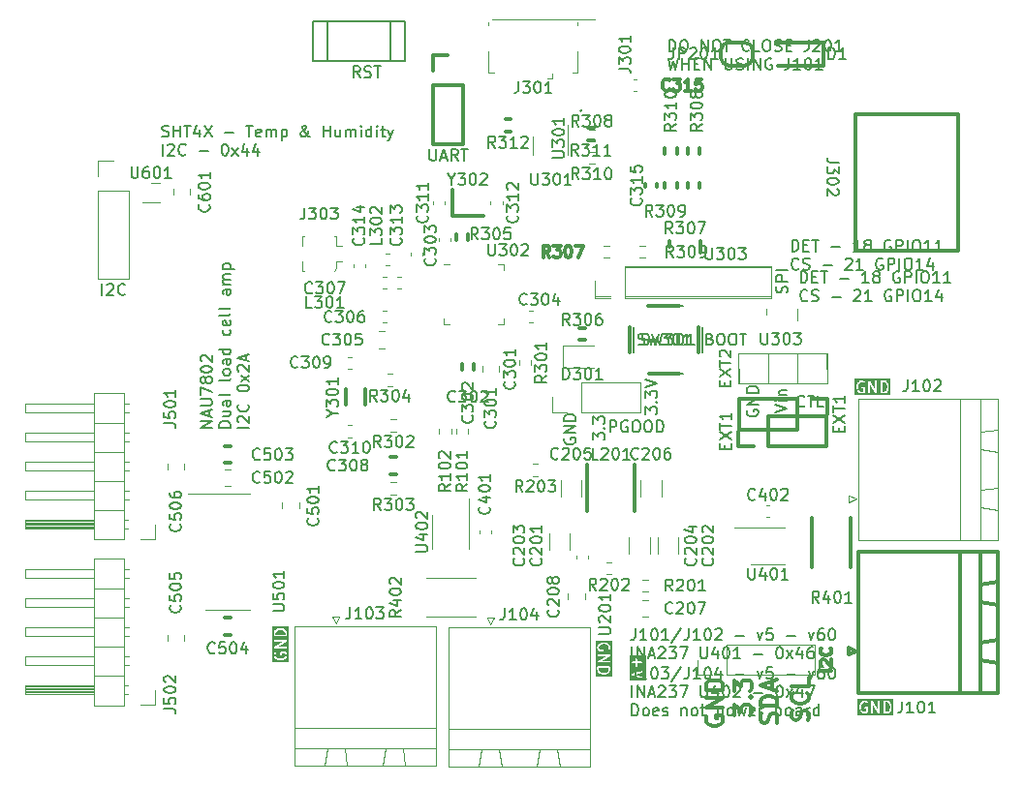
<source format=gbr>
<<<<<<< HEAD
%TF.GenerationSoftware,KiCad,Pcbnew,8.0.3-8.0.3-0~ubuntu22.04.1*%
%TF.CreationDate,2024-07-18T21:32:09-04:00*%
=======
%TF.GenerationSoftware,KiCad,Pcbnew,7.0.8-7.0.8~ubuntu22.04.1*%
%TF.CreationDate,2023-11-01T09:21:20-04:00*%
>>>>>>> bf4853377a5fa03d705bda68cdfbf83d447493ec
%TF.ProjectId,esp32_sensor_board,65737033-325f-4736-956e-736f725f626f,rev?*%
%TF.SameCoordinates,Original*%
%TF.FileFunction,Legend,Top*%
%TF.FilePolarity,Positive*%
%FSLAX46Y46*%
G04 Gerber Fmt 4.6, Leading zero omitted, Abs format (unit mm)*
<<<<<<< HEAD
G04 Created by KiCad (PCBNEW 8.0.3-8.0.3-0~ubuntu22.04.1) date 2024-07-18 21:32:09*
=======
G04 Created by KiCad (PCBNEW 7.0.8-7.0.8~ubuntu22.04.1) date 2023-11-01 09:21:20*
>>>>>>> bf4853377a5fa03d705bda68cdfbf83d447493ec
%MOMM*%
%LPD*%
G01*
G04 APERTURE LIST*
%ADD10C,0.150000*%
<<<<<<< HEAD
%ADD11C,0.120000*%
%ADD12C,0.200000*%
G04 APERTURE END LIST*
D10*
X147586779Y-93009875D02*
X147586779Y-92009875D01*
X147586779Y-92009875D02*
X147824874Y-92009875D01*
X147824874Y-92009875D02*
X147967731Y-92057494D01*
X147967731Y-92057494D02*
X148062969Y-92152732D01*
X148062969Y-92152732D02*
X148110588Y-92247970D01*
X148110588Y-92247970D02*
X148158207Y-92438446D01*
X148158207Y-92438446D02*
X148158207Y-92581303D01*
X148158207Y-92581303D02*
X148110588Y-92771779D01*
X148110588Y-92771779D02*
X148062969Y-92867017D01*
X148062969Y-92867017D02*
X147967731Y-92962256D01*
X147967731Y-92962256D02*
X147824874Y-93009875D01*
X147824874Y-93009875D02*
X147586779Y-93009875D01*
X148586779Y-92486065D02*
X148920112Y-92486065D01*
X149062969Y-93009875D02*
X148586779Y-93009875D01*
X148586779Y-93009875D02*
X148586779Y-92009875D01*
X148586779Y-92009875D02*
X149062969Y-92009875D01*
X149348684Y-92009875D02*
X149920112Y-92009875D01*
X149634398Y-93009875D02*
X149634398Y-92009875D01*
X151015351Y-92628922D02*
X151777256Y-92628922D01*
X153539160Y-93009875D02*
X152967732Y-93009875D01*
X153253446Y-93009875D02*
X153253446Y-92009875D01*
X153253446Y-92009875D02*
X153158208Y-92152732D01*
X153158208Y-92152732D02*
X153062970Y-92247970D01*
X153062970Y-92247970D02*
X152967732Y-92295589D01*
X154110589Y-92438446D02*
X154015351Y-92390827D01*
X154015351Y-92390827D02*
X153967732Y-92343208D01*
X153967732Y-92343208D02*
X153920113Y-92247970D01*
X153920113Y-92247970D02*
X153920113Y-92200351D01*
X153920113Y-92200351D02*
X153967732Y-92105113D01*
X153967732Y-92105113D02*
X154015351Y-92057494D01*
X154015351Y-92057494D02*
X154110589Y-92009875D01*
X154110589Y-92009875D02*
X154301065Y-92009875D01*
X154301065Y-92009875D02*
X154396303Y-92057494D01*
X154396303Y-92057494D02*
X154443922Y-92105113D01*
X154443922Y-92105113D02*
X154491541Y-92200351D01*
X154491541Y-92200351D02*
X154491541Y-92247970D01*
X154491541Y-92247970D02*
X154443922Y-92343208D01*
X154443922Y-92343208D02*
X154396303Y-92390827D01*
X154396303Y-92390827D02*
X154301065Y-92438446D01*
X154301065Y-92438446D02*
X154110589Y-92438446D01*
X154110589Y-92438446D02*
X154015351Y-92486065D01*
X154015351Y-92486065D02*
X153967732Y-92533684D01*
X153967732Y-92533684D02*
X153920113Y-92628922D01*
X153920113Y-92628922D02*
X153920113Y-92819398D01*
X153920113Y-92819398D02*
X153967732Y-92914636D01*
X153967732Y-92914636D02*
X154015351Y-92962256D01*
X154015351Y-92962256D02*
X154110589Y-93009875D01*
X154110589Y-93009875D02*
X154301065Y-93009875D01*
X154301065Y-93009875D02*
X154396303Y-92962256D01*
X154396303Y-92962256D02*
X154443922Y-92914636D01*
X154443922Y-92914636D02*
X154491541Y-92819398D01*
X154491541Y-92819398D02*
X154491541Y-92628922D01*
X154491541Y-92628922D02*
X154443922Y-92533684D01*
X154443922Y-92533684D02*
X154396303Y-92486065D01*
X154396303Y-92486065D02*
X154301065Y-92438446D01*
X156205827Y-92057494D02*
X156110589Y-92009875D01*
X156110589Y-92009875D02*
X155967732Y-92009875D01*
X155967732Y-92009875D02*
X155824875Y-92057494D01*
X155824875Y-92057494D02*
X155729637Y-92152732D01*
X155729637Y-92152732D02*
X155682018Y-92247970D01*
X155682018Y-92247970D02*
X155634399Y-92438446D01*
X155634399Y-92438446D02*
X155634399Y-92581303D01*
X155634399Y-92581303D02*
X155682018Y-92771779D01*
X155682018Y-92771779D02*
X155729637Y-92867017D01*
X155729637Y-92867017D02*
X155824875Y-92962256D01*
X155824875Y-92962256D02*
X155967732Y-93009875D01*
X155967732Y-93009875D02*
X156062970Y-93009875D01*
X156062970Y-93009875D02*
X156205827Y-92962256D01*
X156205827Y-92962256D02*
X156253446Y-92914636D01*
X156253446Y-92914636D02*
X156253446Y-92581303D01*
X156253446Y-92581303D02*
X156062970Y-92581303D01*
X156682018Y-93009875D02*
X156682018Y-92009875D01*
X156682018Y-92009875D02*
X157062970Y-92009875D01*
X157062970Y-92009875D02*
X157158208Y-92057494D01*
X157158208Y-92057494D02*
X157205827Y-92105113D01*
X157205827Y-92105113D02*
X157253446Y-92200351D01*
X157253446Y-92200351D02*
X157253446Y-92343208D01*
X157253446Y-92343208D02*
X157205827Y-92438446D01*
X157205827Y-92438446D02*
X157158208Y-92486065D01*
X157158208Y-92486065D02*
X157062970Y-92533684D01*
X157062970Y-92533684D02*
X156682018Y-92533684D01*
X157682018Y-93009875D02*
X157682018Y-92009875D01*
X158348684Y-92009875D02*
X158539160Y-92009875D01*
X158539160Y-92009875D02*
X158634398Y-92057494D01*
X158634398Y-92057494D02*
X158729636Y-92152732D01*
X158729636Y-92152732D02*
X158777255Y-92343208D01*
X158777255Y-92343208D02*
X158777255Y-92676541D01*
X158777255Y-92676541D02*
X158729636Y-92867017D01*
X158729636Y-92867017D02*
X158634398Y-92962256D01*
X158634398Y-92962256D02*
X158539160Y-93009875D01*
X158539160Y-93009875D02*
X158348684Y-93009875D01*
X158348684Y-93009875D02*
X158253446Y-92962256D01*
X158253446Y-92962256D02*
X158158208Y-92867017D01*
X158158208Y-92867017D02*
X158110589Y-92676541D01*
X158110589Y-92676541D02*
X158110589Y-92343208D01*
X158110589Y-92343208D02*
X158158208Y-92152732D01*
X158158208Y-92152732D02*
X158253446Y-92057494D01*
X158253446Y-92057494D02*
X158348684Y-92009875D01*
X159729636Y-93009875D02*
X159158208Y-93009875D01*
X159443922Y-93009875D02*
X159443922Y-92009875D01*
X159443922Y-92009875D02*
X159348684Y-92152732D01*
X159348684Y-92152732D02*
X159253446Y-92247970D01*
X159253446Y-92247970D02*
X159158208Y-92295589D01*
X160682017Y-93009875D02*
X160110589Y-93009875D01*
X160396303Y-93009875D02*
X160396303Y-92009875D01*
X160396303Y-92009875D02*
X160301065Y-92152732D01*
X160301065Y-92152732D02*
X160205827Y-92247970D01*
X160205827Y-92247970D02*
X160110589Y-92295589D01*
X148158207Y-94524580D02*
X148110588Y-94572200D01*
X148110588Y-94572200D02*
X147967731Y-94619819D01*
X147967731Y-94619819D02*
X147872493Y-94619819D01*
X147872493Y-94619819D02*
X147729636Y-94572200D01*
X147729636Y-94572200D02*
X147634398Y-94476961D01*
X147634398Y-94476961D02*
X147586779Y-94381723D01*
X147586779Y-94381723D02*
X147539160Y-94191247D01*
X147539160Y-94191247D02*
X147539160Y-94048390D01*
X147539160Y-94048390D02*
X147586779Y-93857914D01*
X147586779Y-93857914D02*
X147634398Y-93762676D01*
X147634398Y-93762676D02*
X147729636Y-93667438D01*
X147729636Y-93667438D02*
X147872493Y-93619819D01*
X147872493Y-93619819D02*
X147967731Y-93619819D01*
X147967731Y-93619819D02*
X148110588Y-93667438D01*
X148110588Y-93667438D02*
X148158207Y-93715057D01*
X148539160Y-94572200D02*
X148682017Y-94619819D01*
X148682017Y-94619819D02*
X148920112Y-94619819D01*
X148920112Y-94619819D02*
X149015350Y-94572200D01*
X149015350Y-94572200D02*
X149062969Y-94524580D01*
X149062969Y-94524580D02*
X149110588Y-94429342D01*
X149110588Y-94429342D02*
X149110588Y-94334104D01*
X149110588Y-94334104D02*
X149062969Y-94238866D01*
X149062969Y-94238866D02*
X149015350Y-94191247D01*
X149015350Y-94191247D02*
X148920112Y-94143628D01*
X148920112Y-94143628D02*
X148729636Y-94096009D01*
X148729636Y-94096009D02*
X148634398Y-94048390D01*
X148634398Y-94048390D02*
X148586779Y-94000771D01*
X148586779Y-94000771D02*
X148539160Y-93905533D01*
X148539160Y-93905533D02*
X148539160Y-93810295D01*
X148539160Y-93810295D02*
X148586779Y-93715057D01*
X148586779Y-93715057D02*
X148634398Y-93667438D01*
X148634398Y-93667438D02*
X148729636Y-93619819D01*
X148729636Y-93619819D02*
X148967731Y-93619819D01*
X148967731Y-93619819D02*
X149110588Y-93667438D01*
X150301065Y-94238866D02*
X151062970Y-94238866D01*
X152253446Y-93715057D02*
X152301065Y-93667438D01*
X152301065Y-93667438D02*
X152396303Y-93619819D01*
X152396303Y-93619819D02*
X152634398Y-93619819D01*
X152634398Y-93619819D02*
X152729636Y-93667438D01*
X152729636Y-93667438D02*
X152777255Y-93715057D01*
X152777255Y-93715057D02*
X152824874Y-93810295D01*
X152824874Y-93810295D02*
X152824874Y-93905533D01*
X152824874Y-93905533D02*
X152777255Y-94048390D01*
X152777255Y-94048390D02*
X152205827Y-94619819D01*
X152205827Y-94619819D02*
X152824874Y-94619819D01*
X153777255Y-94619819D02*
X153205827Y-94619819D01*
X153491541Y-94619819D02*
X153491541Y-93619819D01*
X153491541Y-93619819D02*
X153396303Y-93762676D01*
X153396303Y-93762676D02*
X153301065Y-93857914D01*
X153301065Y-93857914D02*
X153205827Y-93905533D01*
X155491541Y-93667438D02*
X155396303Y-93619819D01*
X155396303Y-93619819D02*
X155253446Y-93619819D01*
X155253446Y-93619819D02*
X155110589Y-93667438D01*
X155110589Y-93667438D02*
X155015351Y-93762676D01*
X155015351Y-93762676D02*
X154967732Y-93857914D01*
X154967732Y-93857914D02*
X154920113Y-94048390D01*
X154920113Y-94048390D02*
X154920113Y-94191247D01*
X154920113Y-94191247D02*
X154967732Y-94381723D01*
X154967732Y-94381723D02*
X155015351Y-94476961D01*
X155015351Y-94476961D02*
X155110589Y-94572200D01*
X155110589Y-94572200D02*
X155253446Y-94619819D01*
X155253446Y-94619819D02*
X155348684Y-94619819D01*
X155348684Y-94619819D02*
X155491541Y-94572200D01*
X155491541Y-94572200D02*
X155539160Y-94524580D01*
X155539160Y-94524580D02*
X155539160Y-94191247D01*
X155539160Y-94191247D02*
X155348684Y-94191247D01*
X155967732Y-94619819D02*
X155967732Y-93619819D01*
X155967732Y-93619819D02*
X156348684Y-93619819D01*
X156348684Y-93619819D02*
X156443922Y-93667438D01*
X156443922Y-93667438D02*
X156491541Y-93715057D01*
X156491541Y-93715057D02*
X156539160Y-93810295D01*
X156539160Y-93810295D02*
X156539160Y-93953152D01*
X156539160Y-93953152D02*
X156491541Y-94048390D01*
X156491541Y-94048390D02*
X156443922Y-94096009D01*
X156443922Y-94096009D02*
X156348684Y-94143628D01*
X156348684Y-94143628D02*
X155967732Y-94143628D01*
X156967732Y-94619819D02*
X156967732Y-93619819D01*
X157634398Y-93619819D02*
X157824874Y-93619819D01*
X157824874Y-93619819D02*
X157920112Y-93667438D01*
X157920112Y-93667438D02*
X158015350Y-93762676D01*
X158015350Y-93762676D02*
X158062969Y-93953152D01*
X158062969Y-93953152D02*
X158062969Y-94286485D01*
X158062969Y-94286485D02*
X158015350Y-94476961D01*
X158015350Y-94476961D02*
X157920112Y-94572200D01*
X157920112Y-94572200D02*
X157824874Y-94619819D01*
X157824874Y-94619819D02*
X157634398Y-94619819D01*
X157634398Y-94619819D02*
X157539160Y-94572200D01*
X157539160Y-94572200D02*
X157443922Y-94476961D01*
X157443922Y-94476961D02*
X157396303Y-94286485D01*
X157396303Y-94286485D02*
X157396303Y-93953152D01*
X157396303Y-93953152D02*
X157443922Y-93762676D01*
X157443922Y-93762676D02*
X157539160Y-93667438D01*
X157539160Y-93667438D02*
X157634398Y-93619819D01*
X159015350Y-94619819D02*
X158443922Y-94619819D01*
X158729636Y-94619819D02*
X158729636Y-93619819D01*
X158729636Y-93619819D02*
X158634398Y-93762676D01*
X158634398Y-93762676D02*
X158539160Y-93857914D01*
X158539160Y-93857914D02*
X158443922Y-93905533D01*
X159872493Y-93953152D02*
X159872493Y-94619819D01*
X159634398Y-93572200D02*
X159396303Y-94286485D01*
X159396303Y-94286485D02*
X160015350Y-94286485D01*
X133122493Y-126649931D02*
X133122493Y-127364216D01*
X133122493Y-127364216D02*
X133074874Y-127507073D01*
X133074874Y-127507073D02*
X132979636Y-127602312D01*
X132979636Y-127602312D02*
X132836779Y-127649931D01*
X132836779Y-127649931D02*
X132741541Y-127649931D01*
X134122493Y-127649931D02*
X133551065Y-127649931D01*
X133836779Y-127649931D02*
X133836779Y-126649931D01*
X133836779Y-126649931D02*
X133741541Y-126792788D01*
X133741541Y-126792788D02*
X133646303Y-126888026D01*
X133646303Y-126888026D02*
X133551065Y-126935645D01*
X134741541Y-126649931D02*
X134836779Y-126649931D01*
X134836779Y-126649931D02*
X134932017Y-126697550D01*
X134932017Y-126697550D02*
X134979636Y-126745169D01*
X134979636Y-126745169D02*
X135027255Y-126840407D01*
X135027255Y-126840407D02*
X135074874Y-127030883D01*
X135074874Y-127030883D02*
X135074874Y-127268978D01*
X135074874Y-127268978D02*
X135027255Y-127459454D01*
X135027255Y-127459454D02*
X134979636Y-127554692D01*
X134979636Y-127554692D02*
X134932017Y-127602312D01*
X134932017Y-127602312D02*
X134836779Y-127649931D01*
X134836779Y-127649931D02*
X134741541Y-127649931D01*
X134741541Y-127649931D02*
X134646303Y-127602312D01*
X134646303Y-127602312D02*
X134598684Y-127554692D01*
X134598684Y-127554692D02*
X134551065Y-127459454D01*
X134551065Y-127459454D02*
X134503446Y-127268978D01*
X134503446Y-127268978D02*
X134503446Y-127030883D01*
X134503446Y-127030883D02*
X134551065Y-126840407D01*
X134551065Y-126840407D02*
X134598684Y-126745169D01*
X134598684Y-126745169D02*
X134646303Y-126697550D01*
X134646303Y-126697550D02*
X134741541Y-126649931D01*
X135408208Y-126649931D02*
X136027255Y-126649931D01*
X136027255Y-126649931D02*
X135693922Y-127030883D01*
X135693922Y-127030883D02*
X135836779Y-127030883D01*
X135836779Y-127030883D02*
X135932017Y-127078502D01*
X135932017Y-127078502D02*
X135979636Y-127126121D01*
X135979636Y-127126121D02*
X136027255Y-127221359D01*
X136027255Y-127221359D02*
X136027255Y-127459454D01*
X136027255Y-127459454D02*
X135979636Y-127554692D01*
X135979636Y-127554692D02*
X135932017Y-127602312D01*
X135932017Y-127602312D02*
X135836779Y-127649931D01*
X135836779Y-127649931D02*
X135551065Y-127649931D01*
X135551065Y-127649931D02*
X135455827Y-127602312D01*
X135455827Y-127602312D02*
X135408208Y-127554692D01*
X137170112Y-126602312D02*
X136312970Y-127888026D01*
X137789160Y-126649931D02*
X137789160Y-127364216D01*
X137789160Y-127364216D02*
X137741541Y-127507073D01*
X137741541Y-127507073D02*
X137646303Y-127602312D01*
X137646303Y-127602312D02*
X137503446Y-127649931D01*
X137503446Y-127649931D02*
X137408208Y-127649931D01*
X138789160Y-127649931D02*
X138217732Y-127649931D01*
X138503446Y-127649931D02*
X138503446Y-126649931D01*
X138503446Y-126649931D02*
X138408208Y-126792788D01*
X138408208Y-126792788D02*
X138312970Y-126888026D01*
X138312970Y-126888026D02*
X138217732Y-126935645D01*
X139408208Y-126649931D02*
X139503446Y-126649931D01*
X139503446Y-126649931D02*
X139598684Y-126697550D01*
X139598684Y-126697550D02*
X139646303Y-126745169D01*
X139646303Y-126745169D02*
X139693922Y-126840407D01*
X139693922Y-126840407D02*
X139741541Y-127030883D01*
X139741541Y-127030883D02*
X139741541Y-127268978D01*
X139741541Y-127268978D02*
X139693922Y-127459454D01*
X139693922Y-127459454D02*
X139646303Y-127554692D01*
X139646303Y-127554692D02*
X139598684Y-127602312D01*
X139598684Y-127602312D02*
X139503446Y-127649931D01*
X139503446Y-127649931D02*
X139408208Y-127649931D01*
X139408208Y-127649931D02*
X139312970Y-127602312D01*
X139312970Y-127602312D02*
X139265351Y-127554692D01*
X139265351Y-127554692D02*
X139217732Y-127459454D01*
X139217732Y-127459454D02*
X139170113Y-127268978D01*
X139170113Y-127268978D02*
X139170113Y-127030883D01*
X139170113Y-127030883D02*
X139217732Y-126840407D01*
X139217732Y-126840407D02*
X139265351Y-126745169D01*
X139265351Y-126745169D02*
X139312970Y-126697550D01*
X139312970Y-126697550D02*
X139408208Y-126649931D01*
X140598684Y-126983264D02*
X140598684Y-127649931D01*
X140360589Y-126602312D02*
X140122494Y-127316597D01*
X140122494Y-127316597D02*
X140741541Y-127316597D01*
X141884399Y-127268978D02*
X142646304Y-127268978D01*
X143789161Y-126983264D02*
X144027256Y-127649931D01*
X144027256Y-127649931D02*
X144265351Y-126983264D01*
X145122494Y-126649931D02*
X144646304Y-126649931D01*
X144646304Y-126649931D02*
X144598685Y-127126121D01*
X144598685Y-127126121D02*
X144646304Y-127078502D01*
X144646304Y-127078502D02*
X144741542Y-127030883D01*
X144741542Y-127030883D02*
X144979637Y-127030883D01*
X144979637Y-127030883D02*
X145074875Y-127078502D01*
X145074875Y-127078502D02*
X145122494Y-127126121D01*
X145122494Y-127126121D02*
X145170113Y-127221359D01*
X145170113Y-127221359D02*
X145170113Y-127459454D01*
X145170113Y-127459454D02*
X145122494Y-127554692D01*
X145122494Y-127554692D02*
X145074875Y-127602312D01*
X145074875Y-127602312D02*
X144979637Y-127649931D01*
X144979637Y-127649931D02*
X144741542Y-127649931D01*
X144741542Y-127649931D02*
X144646304Y-127602312D01*
X144646304Y-127602312D02*
X144598685Y-127554692D01*
X146360590Y-127268978D02*
X147122495Y-127268978D01*
X148265352Y-126983264D02*
X148503447Y-127649931D01*
X148503447Y-127649931D02*
X148741542Y-126983264D01*
X149551066Y-126649931D02*
X149360590Y-126649931D01*
X149360590Y-126649931D02*
X149265352Y-126697550D01*
X149265352Y-126697550D02*
X149217733Y-126745169D01*
X149217733Y-126745169D02*
X149122495Y-126888026D01*
X149122495Y-126888026D02*
X149074876Y-127078502D01*
X149074876Y-127078502D02*
X149074876Y-127459454D01*
X149074876Y-127459454D02*
X149122495Y-127554692D01*
X149122495Y-127554692D02*
X149170114Y-127602312D01*
X149170114Y-127602312D02*
X149265352Y-127649931D01*
X149265352Y-127649931D02*
X149455828Y-127649931D01*
X149455828Y-127649931D02*
X149551066Y-127602312D01*
X149551066Y-127602312D02*
X149598685Y-127554692D01*
X149598685Y-127554692D02*
X149646304Y-127459454D01*
X149646304Y-127459454D02*
X149646304Y-127221359D01*
X149646304Y-127221359D02*
X149598685Y-127126121D01*
X149598685Y-127126121D02*
X149551066Y-127078502D01*
X149551066Y-127078502D02*
X149455828Y-127030883D01*
X149455828Y-127030883D02*
X149265352Y-127030883D01*
X149265352Y-127030883D02*
X149170114Y-127078502D01*
X149170114Y-127078502D02*
X149122495Y-127126121D01*
X149122495Y-127126121D02*
X149074876Y-127221359D01*
X150265352Y-126649931D02*
X150360590Y-126649931D01*
X150360590Y-126649931D02*
X150455828Y-126697550D01*
X150455828Y-126697550D02*
X150503447Y-126745169D01*
X150503447Y-126745169D02*
X150551066Y-126840407D01*
X150551066Y-126840407D02*
X150598685Y-127030883D01*
X150598685Y-127030883D02*
X150598685Y-127268978D01*
X150598685Y-127268978D02*
X150551066Y-127459454D01*
X150551066Y-127459454D02*
X150503447Y-127554692D01*
X150503447Y-127554692D02*
X150455828Y-127602312D01*
X150455828Y-127602312D02*
X150360590Y-127649931D01*
X150360590Y-127649931D02*
X150265352Y-127649931D01*
X150265352Y-127649931D02*
X150170114Y-127602312D01*
X150170114Y-127602312D02*
X150122495Y-127554692D01*
X150122495Y-127554692D02*
X150074876Y-127459454D01*
X150074876Y-127459454D02*
X150027257Y-127268978D01*
X150027257Y-127268978D02*
X150027257Y-127030883D01*
X150027257Y-127030883D02*
X150074876Y-126840407D01*
X150074876Y-126840407D02*
X150122495Y-126745169D01*
X150122495Y-126745169D02*
X150170114Y-126697550D01*
X150170114Y-126697550D02*
X150265352Y-126649931D01*
X132836779Y-129259875D02*
X132836779Y-128259875D01*
X133312969Y-129259875D02*
X133312969Y-128259875D01*
X133312969Y-128259875D02*
X133884397Y-129259875D01*
X133884397Y-129259875D02*
X133884397Y-128259875D01*
X134312969Y-128974160D02*
X134789159Y-128974160D01*
X134217731Y-129259875D02*
X134551064Y-128259875D01*
X134551064Y-128259875D02*
X134884397Y-129259875D01*
X135170112Y-128355113D02*
X135217731Y-128307494D01*
X135217731Y-128307494D02*
X135312969Y-128259875D01*
X135312969Y-128259875D02*
X135551064Y-128259875D01*
X135551064Y-128259875D02*
X135646302Y-128307494D01*
X135646302Y-128307494D02*
X135693921Y-128355113D01*
X135693921Y-128355113D02*
X135741540Y-128450351D01*
X135741540Y-128450351D02*
X135741540Y-128545589D01*
X135741540Y-128545589D02*
X135693921Y-128688446D01*
X135693921Y-128688446D02*
X135122493Y-129259875D01*
X135122493Y-129259875D02*
X135741540Y-129259875D01*
X136074874Y-128259875D02*
X136693921Y-128259875D01*
X136693921Y-128259875D02*
X136360588Y-128640827D01*
X136360588Y-128640827D02*
X136503445Y-128640827D01*
X136503445Y-128640827D02*
X136598683Y-128688446D01*
X136598683Y-128688446D02*
X136646302Y-128736065D01*
X136646302Y-128736065D02*
X136693921Y-128831303D01*
X136693921Y-128831303D02*
X136693921Y-129069398D01*
X136693921Y-129069398D02*
X136646302Y-129164636D01*
X136646302Y-129164636D02*
X136598683Y-129212256D01*
X136598683Y-129212256D02*
X136503445Y-129259875D01*
X136503445Y-129259875D02*
X136217731Y-129259875D01*
X136217731Y-129259875D02*
X136122493Y-129212256D01*
X136122493Y-129212256D02*
X136074874Y-129164636D01*
X137027255Y-128259875D02*
X137693921Y-128259875D01*
X137693921Y-128259875D02*
X137265350Y-129259875D01*
X138836779Y-128259875D02*
X138836779Y-129069398D01*
X138836779Y-129069398D02*
X138884398Y-129164636D01*
X138884398Y-129164636D02*
X138932017Y-129212256D01*
X138932017Y-129212256D02*
X139027255Y-129259875D01*
X139027255Y-129259875D02*
X139217731Y-129259875D01*
X139217731Y-129259875D02*
X139312969Y-129212256D01*
X139312969Y-129212256D02*
X139360588Y-129164636D01*
X139360588Y-129164636D02*
X139408207Y-129069398D01*
X139408207Y-129069398D02*
X139408207Y-128259875D01*
X140312969Y-128593208D02*
X140312969Y-129259875D01*
X140074874Y-128212256D02*
X139836779Y-128926541D01*
X139836779Y-128926541D02*
X140455826Y-128926541D01*
X141027255Y-128259875D02*
X141122493Y-128259875D01*
X141122493Y-128259875D02*
X141217731Y-128307494D01*
X141217731Y-128307494D02*
X141265350Y-128355113D01*
X141265350Y-128355113D02*
X141312969Y-128450351D01*
X141312969Y-128450351D02*
X141360588Y-128640827D01*
X141360588Y-128640827D02*
X141360588Y-128878922D01*
X141360588Y-128878922D02*
X141312969Y-129069398D01*
X141312969Y-129069398D02*
X141265350Y-129164636D01*
X141265350Y-129164636D02*
X141217731Y-129212256D01*
X141217731Y-129212256D02*
X141122493Y-129259875D01*
X141122493Y-129259875D02*
X141027255Y-129259875D01*
X141027255Y-129259875D02*
X140932017Y-129212256D01*
X140932017Y-129212256D02*
X140884398Y-129164636D01*
X140884398Y-129164636D02*
X140836779Y-129069398D01*
X140836779Y-129069398D02*
X140789160Y-128878922D01*
X140789160Y-128878922D02*
X140789160Y-128640827D01*
X140789160Y-128640827D02*
X140836779Y-128450351D01*
X140836779Y-128450351D02*
X140884398Y-128355113D01*
X140884398Y-128355113D02*
X140932017Y-128307494D01*
X140932017Y-128307494D02*
X141027255Y-128259875D01*
X141741541Y-128355113D02*
X141789160Y-128307494D01*
X141789160Y-128307494D02*
X141884398Y-128259875D01*
X141884398Y-128259875D02*
X142122493Y-128259875D01*
X142122493Y-128259875D02*
X142217731Y-128307494D01*
X142217731Y-128307494D02*
X142265350Y-128355113D01*
X142265350Y-128355113D02*
X142312969Y-128450351D01*
X142312969Y-128450351D02*
X142312969Y-128545589D01*
X142312969Y-128545589D02*
X142265350Y-128688446D01*
X142265350Y-128688446D02*
X141693922Y-129259875D01*
X141693922Y-129259875D02*
X142312969Y-129259875D01*
X143503446Y-128878922D02*
X144265351Y-128878922D01*
X145693922Y-128259875D02*
X145789160Y-128259875D01*
X145789160Y-128259875D02*
X145884398Y-128307494D01*
X145884398Y-128307494D02*
X145932017Y-128355113D01*
X145932017Y-128355113D02*
X145979636Y-128450351D01*
X145979636Y-128450351D02*
X146027255Y-128640827D01*
X146027255Y-128640827D02*
X146027255Y-128878922D01*
X146027255Y-128878922D02*
X145979636Y-129069398D01*
X145979636Y-129069398D02*
X145932017Y-129164636D01*
X145932017Y-129164636D02*
X145884398Y-129212256D01*
X145884398Y-129212256D02*
X145789160Y-129259875D01*
X145789160Y-129259875D02*
X145693922Y-129259875D01*
X145693922Y-129259875D02*
X145598684Y-129212256D01*
X145598684Y-129212256D02*
X145551065Y-129164636D01*
X145551065Y-129164636D02*
X145503446Y-129069398D01*
X145503446Y-129069398D02*
X145455827Y-128878922D01*
X145455827Y-128878922D02*
X145455827Y-128640827D01*
X145455827Y-128640827D02*
X145503446Y-128450351D01*
X145503446Y-128450351D02*
X145551065Y-128355113D01*
X145551065Y-128355113D02*
X145598684Y-128307494D01*
X145598684Y-128307494D02*
X145693922Y-128259875D01*
X146360589Y-129259875D02*
X146884398Y-128593208D01*
X146360589Y-128593208D02*
X146884398Y-129259875D01*
X147693922Y-128593208D02*
X147693922Y-129259875D01*
X147455827Y-128212256D02*
X147217732Y-128926541D01*
X147217732Y-128926541D02*
X147836779Y-128926541D01*
X148122494Y-128259875D02*
X148789160Y-128259875D01*
X148789160Y-128259875D02*
X148360589Y-129259875D01*
X132836779Y-130869819D02*
X132836779Y-129869819D01*
X132836779Y-129869819D02*
X133074874Y-129869819D01*
X133074874Y-129869819D02*
X133217731Y-129917438D01*
X133217731Y-129917438D02*
X133312969Y-130012676D01*
X133312969Y-130012676D02*
X133360588Y-130107914D01*
X133360588Y-130107914D02*
X133408207Y-130298390D01*
X133408207Y-130298390D02*
X133408207Y-130441247D01*
X133408207Y-130441247D02*
X133360588Y-130631723D01*
X133360588Y-130631723D02*
X133312969Y-130726961D01*
X133312969Y-130726961D02*
X133217731Y-130822200D01*
X133217731Y-130822200D02*
X133074874Y-130869819D01*
X133074874Y-130869819D02*
X132836779Y-130869819D01*
X133979636Y-130869819D02*
X133884398Y-130822200D01*
X133884398Y-130822200D02*
X133836779Y-130774580D01*
X133836779Y-130774580D02*
X133789160Y-130679342D01*
X133789160Y-130679342D02*
X133789160Y-130393628D01*
X133789160Y-130393628D02*
X133836779Y-130298390D01*
X133836779Y-130298390D02*
X133884398Y-130250771D01*
X133884398Y-130250771D02*
X133979636Y-130203152D01*
X133979636Y-130203152D02*
X134122493Y-130203152D01*
X134122493Y-130203152D02*
X134217731Y-130250771D01*
X134217731Y-130250771D02*
X134265350Y-130298390D01*
X134265350Y-130298390D02*
X134312969Y-130393628D01*
X134312969Y-130393628D02*
X134312969Y-130679342D01*
X134312969Y-130679342D02*
X134265350Y-130774580D01*
X134265350Y-130774580D02*
X134217731Y-130822200D01*
X134217731Y-130822200D02*
X134122493Y-130869819D01*
X134122493Y-130869819D02*
X133979636Y-130869819D01*
X135122493Y-130822200D02*
X135027255Y-130869819D01*
X135027255Y-130869819D02*
X134836779Y-130869819D01*
X134836779Y-130869819D02*
X134741541Y-130822200D01*
X134741541Y-130822200D02*
X134693922Y-130726961D01*
X134693922Y-130726961D02*
X134693922Y-130346009D01*
X134693922Y-130346009D02*
X134741541Y-130250771D01*
X134741541Y-130250771D02*
X134836779Y-130203152D01*
X134836779Y-130203152D02*
X135027255Y-130203152D01*
X135027255Y-130203152D02*
X135122493Y-130250771D01*
X135122493Y-130250771D02*
X135170112Y-130346009D01*
X135170112Y-130346009D02*
X135170112Y-130441247D01*
X135170112Y-130441247D02*
X134693922Y-130536485D01*
X135551065Y-130822200D02*
X135646303Y-130869819D01*
X135646303Y-130869819D02*
X135836779Y-130869819D01*
X135836779Y-130869819D02*
X135932017Y-130822200D01*
X135932017Y-130822200D02*
X135979636Y-130726961D01*
X135979636Y-130726961D02*
X135979636Y-130679342D01*
X135979636Y-130679342D02*
X135932017Y-130584104D01*
X135932017Y-130584104D02*
X135836779Y-130536485D01*
X135836779Y-130536485D02*
X135693922Y-130536485D01*
X135693922Y-130536485D02*
X135598684Y-130488866D01*
X135598684Y-130488866D02*
X135551065Y-130393628D01*
X135551065Y-130393628D02*
X135551065Y-130346009D01*
X135551065Y-130346009D02*
X135598684Y-130250771D01*
X135598684Y-130250771D02*
X135693922Y-130203152D01*
X135693922Y-130203152D02*
X135836779Y-130203152D01*
X135836779Y-130203152D02*
X135932017Y-130250771D01*
X137170113Y-130203152D02*
X137170113Y-130869819D01*
X137170113Y-130298390D02*
X137217732Y-130250771D01*
X137217732Y-130250771D02*
X137312970Y-130203152D01*
X137312970Y-130203152D02*
X137455827Y-130203152D01*
X137455827Y-130203152D02*
X137551065Y-130250771D01*
X137551065Y-130250771D02*
X137598684Y-130346009D01*
X137598684Y-130346009D02*
X137598684Y-130869819D01*
X138217732Y-130869819D02*
X138122494Y-130822200D01*
X138122494Y-130822200D02*
X138074875Y-130774580D01*
X138074875Y-130774580D02*
X138027256Y-130679342D01*
X138027256Y-130679342D02*
X138027256Y-130393628D01*
X138027256Y-130393628D02*
X138074875Y-130298390D01*
X138074875Y-130298390D02*
X138122494Y-130250771D01*
X138122494Y-130250771D02*
X138217732Y-130203152D01*
X138217732Y-130203152D02*
X138360589Y-130203152D01*
X138360589Y-130203152D02*
X138455827Y-130250771D01*
X138455827Y-130250771D02*
X138503446Y-130298390D01*
X138503446Y-130298390D02*
X138551065Y-130393628D01*
X138551065Y-130393628D02*
X138551065Y-130679342D01*
X138551065Y-130679342D02*
X138503446Y-130774580D01*
X138503446Y-130774580D02*
X138455827Y-130822200D01*
X138455827Y-130822200D02*
X138360589Y-130869819D01*
X138360589Y-130869819D02*
X138217732Y-130869819D01*
X138836780Y-130203152D02*
X139217732Y-130203152D01*
X138979637Y-129869819D02*
X138979637Y-130726961D01*
X138979637Y-130726961D02*
X139027256Y-130822200D01*
X139027256Y-130822200D02*
X139122494Y-130869819D01*
X139122494Y-130869819D02*
X139217732Y-130869819D01*
X140312971Y-130203152D02*
X140312971Y-131203152D01*
X140312971Y-130250771D02*
X140408209Y-130203152D01*
X140408209Y-130203152D02*
X140598685Y-130203152D01*
X140598685Y-130203152D02*
X140693923Y-130250771D01*
X140693923Y-130250771D02*
X140741542Y-130298390D01*
X140741542Y-130298390D02*
X140789161Y-130393628D01*
X140789161Y-130393628D02*
X140789161Y-130679342D01*
X140789161Y-130679342D02*
X140741542Y-130774580D01*
X140741542Y-130774580D02*
X140693923Y-130822200D01*
X140693923Y-130822200D02*
X140598685Y-130869819D01*
X140598685Y-130869819D02*
X140408209Y-130869819D01*
X140408209Y-130869819D02*
X140312971Y-130822200D01*
X141360590Y-130869819D02*
X141265352Y-130822200D01*
X141265352Y-130822200D02*
X141217733Y-130774580D01*
X141217733Y-130774580D02*
X141170114Y-130679342D01*
X141170114Y-130679342D02*
X141170114Y-130393628D01*
X141170114Y-130393628D02*
X141217733Y-130298390D01*
X141217733Y-130298390D02*
X141265352Y-130250771D01*
X141265352Y-130250771D02*
X141360590Y-130203152D01*
X141360590Y-130203152D02*
X141503447Y-130203152D01*
X141503447Y-130203152D02*
X141598685Y-130250771D01*
X141598685Y-130250771D02*
X141646304Y-130298390D01*
X141646304Y-130298390D02*
X141693923Y-130393628D01*
X141693923Y-130393628D02*
X141693923Y-130679342D01*
X141693923Y-130679342D02*
X141646304Y-130774580D01*
X141646304Y-130774580D02*
X141598685Y-130822200D01*
X141598685Y-130822200D02*
X141503447Y-130869819D01*
X141503447Y-130869819D02*
X141360590Y-130869819D01*
X142027257Y-130203152D02*
X142217733Y-130869819D01*
X142217733Y-130869819D02*
X142408209Y-130393628D01*
X142408209Y-130393628D02*
X142598685Y-130869819D01*
X142598685Y-130869819D02*
X142789161Y-130203152D01*
X143551066Y-130822200D02*
X143455828Y-130869819D01*
X143455828Y-130869819D02*
X143265352Y-130869819D01*
X143265352Y-130869819D02*
X143170114Y-130822200D01*
X143170114Y-130822200D02*
X143122495Y-130726961D01*
X143122495Y-130726961D02*
X143122495Y-130346009D01*
X143122495Y-130346009D02*
X143170114Y-130250771D01*
X143170114Y-130250771D02*
X143265352Y-130203152D01*
X143265352Y-130203152D02*
X143455828Y-130203152D01*
X143455828Y-130203152D02*
X143551066Y-130250771D01*
X143551066Y-130250771D02*
X143598685Y-130346009D01*
X143598685Y-130346009D02*
X143598685Y-130441247D01*
X143598685Y-130441247D02*
X143122495Y-130536485D01*
X144027257Y-130869819D02*
X144027257Y-130203152D01*
X144027257Y-130393628D02*
X144074876Y-130298390D01*
X144074876Y-130298390D02*
X144122495Y-130250771D01*
X144122495Y-130250771D02*
X144217733Y-130203152D01*
X144217733Y-130203152D02*
X144312971Y-130203152D01*
X145408210Y-130869819D02*
X145408210Y-129869819D01*
X145408210Y-130250771D02*
X145503448Y-130203152D01*
X145503448Y-130203152D02*
X145693924Y-130203152D01*
X145693924Y-130203152D02*
X145789162Y-130250771D01*
X145789162Y-130250771D02*
X145836781Y-130298390D01*
X145836781Y-130298390D02*
X145884400Y-130393628D01*
X145884400Y-130393628D02*
X145884400Y-130679342D01*
X145884400Y-130679342D02*
X145836781Y-130774580D01*
X145836781Y-130774580D02*
X145789162Y-130822200D01*
X145789162Y-130822200D02*
X145693924Y-130869819D01*
X145693924Y-130869819D02*
X145503448Y-130869819D01*
X145503448Y-130869819D02*
X145408210Y-130822200D01*
X146455829Y-130869819D02*
X146360591Y-130822200D01*
X146360591Y-130822200D02*
X146312972Y-130774580D01*
X146312972Y-130774580D02*
X146265353Y-130679342D01*
X146265353Y-130679342D02*
X146265353Y-130393628D01*
X146265353Y-130393628D02*
X146312972Y-130298390D01*
X146312972Y-130298390D02*
X146360591Y-130250771D01*
X146360591Y-130250771D02*
X146455829Y-130203152D01*
X146455829Y-130203152D02*
X146598686Y-130203152D01*
X146598686Y-130203152D02*
X146693924Y-130250771D01*
X146693924Y-130250771D02*
X146741543Y-130298390D01*
X146741543Y-130298390D02*
X146789162Y-130393628D01*
X146789162Y-130393628D02*
X146789162Y-130679342D01*
X146789162Y-130679342D02*
X146741543Y-130774580D01*
X146741543Y-130774580D02*
X146693924Y-130822200D01*
X146693924Y-130822200D02*
X146598686Y-130869819D01*
X146598686Y-130869819D02*
X146455829Y-130869819D01*
X147646305Y-130869819D02*
X147646305Y-130346009D01*
X147646305Y-130346009D02*
X147598686Y-130250771D01*
X147598686Y-130250771D02*
X147503448Y-130203152D01*
X147503448Y-130203152D02*
X147312972Y-130203152D01*
X147312972Y-130203152D02*
X147217734Y-130250771D01*
X147646305Y-130822200D02*
X147551067Y-130869819D01*
X147551067Y-130869819D02*
X147312972Y-130869819D01*
X147312972Y-130869819D02*
X147217734Y-130822200D01*
X147217734Y-130822200D02*
X147170115Y-130726961D01*
X147170115Y-130726961D02*
X147170115Y-130631723D01*
X147170115Y-130631723D02*
X147217734Y-130536485D01*
X147217734Y-130536485D02*
X147312972Y-130488866D01*
X147312972Y-130488866D02*
X147551067Y-130488866D01*
X147551067Y-130488866D02*
X147646305Y-130441247D01*
X148122496Y-130869819D02*
X148122496Y-130203152D01*
X148122496Y-130393628D02*
X148170115Y-130298390D01*
X148170115Y-130298390D02*
X148217734Y-130250771D01*
X148217734Y-130250771D02*
X148312972Y-130203152D01*
X148312972Y-130203152D02*
X148408210Y-130203152D01*
X149170115Y-130869819D02*
X149170115Y-129869819D01*
X149170115Y-130822200D02*
X149074877Y-130869819D01*
X149074877Y-130869819D02*
X148884401Y-130869819D01*
X148884401Y-130869819D02*
X148789163Y-130822200D01*
X148789163Y-130822200D02*
X148741544Y-130774580D01*
X148741544Y-130774580D02*
X148693925Y-130679342D01*
X148693925Y-130679342D02*
X148693925Y-130393628D01*
X148693925Y-130393628D02*
X148741544Y-130298390D01*
X148741544Y-130298390D02*
X148789163Y-130250771D01*
X148789163Y-130250771D02*
X148884401Y-130203152D01*
X148884401Y-130203152D02*
X149074877Y-130203152D01*
X149074877Y-130203152D02*
X149170115Y-130250771D01*
X91789160Y-80212256D02*
X91932017Y-80259875D01*
X91932017Y-80259875D02*
X92170112Y-80259875D01*
X92170112Y-80259875D02*
X92265350Y-80212256D01*
X92265350Y-80212256D02*
X92312969Y-80164636D01*
X92312969Y-80164636D02*
X92360588Y-80069398D01*
X92360588Y-80069398D02*
X92360588Y-79974160D01*
X92360588Y-79974160D02*
X92312969Y-79878922D01*
X92312969Y-79878922D02*
X92265350Y-79831303D01*
X92265350Y-79831303D02*
X92170112Y-79783684D01*
X92170112Y-79783684D02*
X91979636Y-79736065D01*
X91979636Y-79736065D02*
X91884398Y-79688446D01*
X91884398Y-79688446D02*
X91836779Y-79640827D01*
X91836779Y-79640827D02*
X91789160Y-79545589D01*
X91789160Y-79545589D02*
X91789160Y-79450351D01*
X91789160Y-79450351D02*
X91836779Y-79355113D01*
X91836779Y-79355113D02*
X91884398Y-79307494D01*
X91884398Y-79307494D02*
X91979636Y-79259875D01*
X91979636Y-79259875D02*
X92217731Y-79259875D01*
X92217731Y-79259875D02*
X92360588Y-79307494D01*
X92789160Y-80259875D02*
X92789160Y-79259875D01*
X92789160Y-79736065D02*
X93360588Y-79736065D01*
X93360588Y-80259875D02*
X93360588Y-79259875D01*
X93693922Y-79259875D02*
X94265350Y-79259875D01*
X93979636Y-80259875D02*
X93979636Y-79259875D01*
X95027255Y-79593208D02*
X95027255Y-80259875D01*
X94789160Y-79212256D02*
X94551065Y-79926541D01*
X94551065Y-79926541D02*
X95170112Y-79926541D01*
X95455827Y-79259875D02*
X96122493Y-80259875D01*
X96122493Y-79259875D02*
X95455827Y-80259875D01*
X97265351Y-79878922D02*
X98027256Y-79878922D01*
X99122494Y-79259875D02*
X99693922Y-79259875D01*
X99408208Y-80259875D02*
X99408208Y-79259875D01*
X100408208Y-80212256D02*
X100312970Y-80259875D01*
X100312970Y-80259875D02*
X100122494Y-80259875D01*
X100122494Y-80259875D02*
X100027256Y-80212256D01*
X100027256Y-80212256D02*
X99979637Y-80117017D01*
X99979637Y-80117017D02*
X99979637Y-79736065D01*
X99979637Y-79736065D02*
X100027256Y-79640827D01*
X100027256Y-79640827D02*
X100122494Y-79593208D01*
X100122494Y-79593208D02*
X100312970Y-79593208D01*
X100312970Y-79593208D02*
X100408208Y-79640827D01*
X100408208Y-79640827D02*
X100455827Y-79736065D01*
X100455827Y-79736065D02*
X100455827Y-79831303D01*
X100455827Y-79831303D02*
X99979637Y-79926541D01*
X100884399Y-80259875D02*
X100884399Y-79593208D01*
X100884399Y-79688446D02*
X100932018Y-79640827D01*
X100932018Y-79640827D02*
X101027256Y-79593208D01*
X101027256Y-79593208D02*
X101170113Y-79593208D01*
X101170113Y-79593208D02*
X101265351Y-79640827D01*
X101265351Y-79640827D02*
X101312970Y-79736065D01*
X101312970Y-79736065D02*
X101312970Y-80259875D01*
X101312970Y-79736065D02*
X101360589Y-79640827D01*
X101360589Y-79640827D02*
X101455827Y-79593208D01*
X101455827Y-79593208D02*
X101598684Y-79593208D01*
X101598684Y-79593208D02*
X101693923Y-79640827D01*
X101693923Y-79640827D02*
X101741542Y-79736065D01*
X101741542Y-79736065D02*
X101741542Y-80259875D01*
X102217732Y-79593208D02*
X102217732Y-80593208D01*
X102217732Y-79640827D02*
X102312970Y-79593208D01*
X102312970Y-79593208D02*
X102503446Y-79593208D01*
X102503446Y-79593208D02*
X102598684Y-79640827D01*
X102598684Y-79640827D02*
X102646303Y-79688446D01*
X102646303Y-79688446D02*
X102693922Y-79783684D01*
X102693922Y-79783684D02*
X102693922Y-80069398D01*
X102693922Y-80069398D02*
X102646303Y-80164636D01*
X102646303Y-80164636D02*
X102598684Y-80212256D01*
X102598684Y-80212256D02*
X102503446Y-80259875D01*
X102503446Y-80259875D02*
X102312970Y-80259875D01*
X102312970Y-80259875D02*
X102217732Y-80212256D01*
X104693923Y-80259875D02*
X104646304Y-80259875D01*
X104646304Y-80259875D02*
X104551065Y-80212256D01*
X104551065Y-80212256D02*
X104408208Y-80069398D01*
X104408208Y-80069398D02*
X104170113Y-79783684D01*
X104170113Y-79783684D02*
X104074875Y-79640827D01*
X104074875Y-79640827D02*
X104027256Y-79497970D01*
X104027256Y-79497970D02*
X104027256Y-79402732D01*
X104027256Y-79402732D02*
X104074875Y-79307494D01*
X104074875Y-79307494D02*
X104170113Y-79259875D01*
X104170113Y-79259875D02*
X104217732Y-79259875D01*
X104217732Y-79259875D02*
X104312970Y-79307494D01*
X104312970Y-79307494D02*
X104360589Y-79402732D01*
X104360589Y-79402732D02*
X104360589Y-79450351D01*
X104360589Y-79450351D02*
X104312970Y-79545589D01*
X104312970Y-79545589D02*
X104265351Y-79593208D01*
X104265351Y-79593208D02*
X103979637Y-79783684D01*
X103979637Y-79783684D02*
X103932018Y-79831303D01*
X103932018Y-79831303D02*
X103884399Y-79926541D01*
X103884399Y-79926541D02*
X103884399Y-80069398D01*
X103884399Y-80069398D02*
X103932018Y-80164636D01*
X103932018Y-80164636D02*
X103979637Y-80212256D01*
X103979637Y-80212256D02*
X104074875Y-80259875D01*
X104074875Y-80259875D02*
X104217732Y-80259875D01*
X104217732Y-80259875D02*
X104312970Y-80212256D01*
X104312970Y-80212256D02*
X104360589Y-80164636D01*
X104360589Y-80164636D02*
X104503446Y-79974160D01*
X104503446Y-79974160D02*
X104551065Y-79831303D01*
X104551065Y-79831303D02*
X104551065Y-79736065D01*
X105884399Y-80259875D02*
X105884399Y-79259875D01*
X105884399Y-79736065D02*
X106455827Y-79736065D01*
X106455827Y-80259875D02*
X106455827Y-79259875D01*
X107360589Y-79593208D02*
X107360589Y-80259875D01*
X106932018Y-79593208D02*
X106932018Y-80117017D01*
X106932018Y-80117017D02*
X106979637Y-80212256D01*
X106979637Y-80212256D02*
X107074875Y-80259875D01*
X107074875Y-80259875D02*
X107217732Y-80259875D01*
X107217732Y-80259875D02*
X107312970Y-80212256D01*
X107312970Y-80212256D02*
X107360589Y-80164636D01*
X107836780Y-80259875D02*
X107836780Y-79593208D01*
X107836780Y-79688446D02*
X107884399Y-79640827D01*
X107884399Y-79640827D02*
X107979637Y-79593208D01*
X107979637Y-79593208D02*
X108122494Y-79593208D01*
X108122494Y-79593208D02*
X108217732Y-79640827D01*
X108217732Y-79640827D02*
X108265351Y-79736065D01*
X108265351Y-79736065D02*
X108265351Y-80259875D01*
X108265351Y-79736065D02*
X108312970Y-79640827D01*
X108312970Y-79640827D02*
X108408208Y-79593208D01*
X108408208Y-79593208D02*
X108551065Y-79593208D01*
X108551065Y-79593208D02*
X108646304Y-79640827D01*
X108646304Y-79640827D02*
X108693923Y-79736065D01*
X108693923Y-79736065D02*
X108693923Y-80259875D01*
X109170113Y-80259875D02*
X109170113Y-79593208D01*
X109170113Y-79259875D02*
X109122494Y-79307494D01*
X109122494Y-79307494D02*
X109170113Y-79355113D01*
X109170113Y-79355113D02*
X109217732Y-79307494D01*
X109217732Y-79307494D02*
X109170113Y-79259875D01*
X109170113Y-79259875D02*
X109170113Y-79355113D01*
X110074874Y-80259875D02*
X110074874Y-79259875D01*
X110074874Y-80212256D02*
X109979636Y-80259875D01*
X109979636Y-80259875D02*
X109789160Y-80259875D01*
X109789160Y-80259875D02*
X109693922Y-80212256D01*
X109693922Y-80212256D02*
X109646303Y-80164636D01*
X109646303Y-80164636D02*
X109598684Y-80069398D01*
X109598684Y-80069398D02*
X109598684Y-79783684D01*
X109598684Y-79783684D02*
X109646303Y-79688446D01*
X109646303Y-79688446D02*
X109693922Y-79640827D01*
X109693922Y-79640827D02*
X109789160Y-79593208D01*
X109789160Y-79593208D02*
X109979636Y-79593208D01*
X109979636Y-79593208D02*
X110074874Y-79640827D01*
X110551065Y-80259875D02*
X110551065Y-79593208D01*
X110551065Y-79259875D02*
X110503446Y-79307494D01*
X110503446Y-79307494D02*
X110551065Y-79355113D01*
X110551065Y-79355113D02*
X110598684Y-79307494D01*
X110598684Y-79307494D02*
X110551065Y-79259875D01*
X110551065Y-79259875D02*
X110551065Y-79355113D01*
X110884398Y-79593208D02*
X111265350Y-79593208D01*
X111027255Y-79259875D02*
X111027255Y-80117017D01*
X111027255Y-80117017D02*
X111074874Y-80212256D01*
X111074874Y-80212256D02*
X111170112Y-80259875D01*
X111170112Y-80259875D02*
X111265350Y-80259875D01*
X111503446Y-79593208D02*
X111741541Y-80259875D01*
X111979636Y-79593208D02*
X111741541Y-80259875D01*
X111741541Y-80259875D02*
X111646303Y-80497970D01*
X111646303Y-80497970D02*
X111598684Y-80545589D01*
X111598684Y-80545589D02*
X111503446Y-80593208D01*
=======
%ADD11C,0.300000*%
%ADD12C,0.120000*%
G04 APERTURE END LIST*
D10*
X129454819Y-106758458D02*
X129454819Y-106139411D01*
X129454819Y-106139411D02*
X129835771Y-106472744D01*
X129835771Y-106472744D02*
X129835771Y-106329887D01*
X129835771Y-106329887D02*
X129883390Y-106234649D01*
X129883390Y-106234649D02*
X129931009Y-106187030D01*
X129931009Y-106187030D02*
X130026247Y-106139411D01*
X130026247Y-106139411D02*
X130264342Y-106139411D01*
X130264342Y-106139411D02*
X130359580Y-106187030D01*
X130359580Y-106187030D02*
X130407200Y-106234649D01*
X130407200Y-106234649D02*
X130454819Y-106329887D01*
X130454819Y-106329887D02*
X130454819Y-106615601D01*
X130454819Y-106615601D02*
X130407200Y-106710839D01*
X130407200Y-106710839D02*
X130359580Y-106758458D01*
X130359580Y-105710839D02*
X130407200Y-105663220D01*
X130407200Y-105663220D02*
X130454819Y-105710839D01*
X130454819Y-105710839D02*
X130407200Y-105758458D01*
X130407200Y-105758458D02*
X130359580Y-105710839D01*
X130359580Y-105710839D02*
X130454819Y-105710839D01*
X129454819Y-105329887D02*
X129454819Y-104710840D01*
X129454819Y-104710840D02*
X129835771Y-105044173D01*
X129835771Y-105044173D02*
X129835771Y-104901316D01*
X129835771Y-104901316D02*
X129883390Y-104806078D01*
X129883390Y-104806078D02*
X129931009Y-104758459D01*
X129931009Y-104758459D02*
X130026247Y-104710840D01*
X130026247Y-104710840D02*
X130264342Y-104710840D01*
X130264342Y-104710840D02*
X130359580Y-104758459D01*
X130359580Y-104758459D02*
X130407200Y-104806078D01*
X130407200Y-104806078D02*
X130454819Y-104901316D01*
X130454819Y-104901316D02*
X130454819Y-105187030D01*
X130454819Y-105187030D02*
X130407200Y-105282268D01*
X130407200Y-105282268D02*
X130359580Y-105329887D01*
X146836779Y-90259819D02*
X146836779Y-89259819D01*
X146836779Y-89259819D02*
X147074874Y-89259819D01*
X147074874Y-89259819D02*
X147217731Y-89307438D01*
X147217731Y-89307438D02*
X147312969Y-89402676D01*
X147312969Y-89402676D02*
X147360588Y-89497914D01*
X147360588Y-89497914D02*
X147408207Y-89688390D01*
X147408207Y-89688390D02*
X147408207Y-89831247D01*
X147408207Y-89831247D02*
X147360588Y-90021723D01*
X147360588Y-90021723D02*
X147312969Y-90116961D01*
X147312969Y-90116961D02*
X147217731Y-90212200D01*
X147217731Y-90212200D02*
X147074874Y-90259819D01*
X147074874Y-90259819D02*
X146836779Y-90259819D01*
X147836779Y-89736009D02*
X148170112Y-89736009D01*
X148312969Y-90259819D02*
X147836779Y-90259819D01*
X147836779Y-90259819D02*
X147836779Y-89259819D01*
X147836779Y-89259819D02*
X148312969Y-89259819D01*
X148598684Y-89259819D02*
X149170112Y-89259819D01*
X148884398Y-90259819D02*
X148884398Y-89259819D01*
X150265351Y-89878866D02*
X151027256Y-89878866D01*
X152789160Y-90259819D02*
X152217732Y-90259819D01*
X152503446Y-90259819D02*
X152503446Y-89259819D01*
X152503446Y-89259819D02*
X152408208Y-89402676D01*
X152408208Y-89402676D02*
X152312970Y-89497914D01*
X152312970Y-89497914D02*
X152217732Y-89545533D01*
X153360589Y-89688390D02*
X153265351Y-89640771D01*
X153265351Y-89640771D02*
X153217732Y-89593152D01*
X153217732Y-89593152D02*
X153170113Y-89497914D01*
X153170113Y-89497914D02*
X153170113Y-89450295D01*
X153170113Y-89450295D02*
X153217732Y-89355057D01*
X153217732Y-89355057D02*
X153265351Y-89307438D01*
X153265351Y-89307438D02*
X153360589Y-89259819D01*
X153360589Y-89259819D02*
X153551065Y-89259819D01*
X153551065Y-89259819D02*
X153646303Y-89307438D01*
X153646303Y-89307438D02*
X153693922Y-89355057D01*
X153693922Y-89355057D02*
X153741541Y-89450295D01*
X153741541Y-89450295D02*
X153741541Y-89497914D01*
X153741541Y-89497914D02*
X153693922Y-89593152D01*
X153693922Y-89593152D02*
X153646303Y-89640771D01*
X153646303Y-89640771D02*
X153551065Y-89688390D01*
X153551065Y-89688390D02*
X153360589Y-89688390D01*
X153360589Y-89688390D02*
X153265351Y-89736009D01*
X153265351Y-89736009D02*
X153217732Y-89783628D01*
X153217732Y-89783628D02*
X153170113Y-89878866D01*
X153170113Y-89878866D02*
X153170113Y-90069342D01*
X153170113Y-90069342D02*
X153217732Y-90164580D01*
X153217732Y-90164580D02*
X153265351Y-90212200D01*
X153265351Y-90212200D02*
X153360589Y-90259819D01*
X153360589Y-90259819D02*
X153551065Y-90259819D01*
X153551065Y-90259819D02*
X153646303Y-90212200D01*
X153646303Y-90212200D02*
X153693922Y-90164580D01*
X153693922Y-90164580D02*
X153741541Y-90069342D01*
X153741541Y-90069342D02*
X153741541Y-89878866D01*
X153741541Y-89878866D02*
X153693922Y-89783628D01*
X153693922Y-89783628D02*
X153646303Y-89736009D01*
X153646303Y-89736009D02*
X153551065Y-89688390D01*
X155455827Y-89307438D02*
X155360589Y-89259819D01*
X155360589Y-89259819D02*
X155217732Y-89259819D01*
X155217732Y-89259819D02*
X155074875Y-89307438D01*
X155074875Y-89307438D02*
X154979637Y-89402676D01*
X154979637Y-89402676D02*
X154932018Y-89497914D01*
X154932018Y-89497914D02*
X154884399Y-89688390D01*
X154884399Y-89688390D02*
X154884399Y-89831247D01*
X154884399Y-89831247D02*
X154932018Y-90021723D01*
X154932018Y-90021723D02*
X154979637Y-90116961D01*
X154979637Y-90116961D02*
X155074875Y-90212200D01*
X155074875Y-90212200D02*
X155217732Y-90259819D01*
X155217732Y-90259819D02*
X155312970Y-90259819D01*
X155312970Y-90259819D02*
X155455827Y-90212200D01*
X155455827Y-90212200D02*
X155503446Y-90164580D01*
X155503446Y-90164580D02*
X155503446Y-89831247D01*
X155503446Y-89831247D02*
X155312970Y-89831247D01*
X155932018Y-90259819D02*
X155932018Y-89259819D01*
X155932018Y-89259819D02*
X156312970Y-89259819D01*
X156312970Y-89259819D02*
X156408208Y-89307438D01*
X156408208Y-89307438D02*
X156455827Y-89355057D01*
X156455827Y-89355057D02*
X156503446Y-89450295D01*
X156503446Y-89450295D02*
X156503446Y-89593152D01*
X156503446Y-89593152D02*
X156455827Y-89688390D01*
X156455827Y-89688390D02*
X156408208Y-89736009D01*
X156408208Y-89736009D02*
X156312970Y-89783628D01*
X156312970Y-89783628D02*
X155932018Y-89783628D01*
X156932018Y-90259819D02*
X156932018Y-89259819D01*
X157598684Y-89259819D02*
X157789160Y-89259819D01*
X157789160Y-89259819D02*
X157884398Y-89307438D01*
X157884398Y-89307438D02*
X157979636Y-89402676D01*
X157979636Y-89402676D02*
X158027255Y-89593152D01*
X158027255Y-89593152D02*
X158027255Y-89926485D01*
X158027255Y-89926485D02*
X157979636Y-90116961D01*
X157979636Y-90116961D02*
X157884398Y-90212200D01*
X157884398Y-90212200D02*
X157789160Y-90259819D01*
X157789160Y-90259819D02*
X157598684Y-90259819D01*
X157598684Y-90259819D02*
X157503446Y-90212200D01*
X157503446Y-90212200D02*
X157408208Y-90116961D01*
X157408208Y-90116961D02*
X157360589Y-89926485D01*
X157360589Y-89926485D02*
X157360589Y-89593152D01*
X157360589Y-89593152D02*
X157408208Y-89402676D01*
X157408208Y-89402676D02*
X157503446Y-89307438D01*
X157503446Y-89307438D02*
X157598684Y-89259819D01*
X158979636Y-90259819D02*
X158408208Y-90259819D01*
X158693922Y-90259819D02*
X158693922Y-89259819D01*
X158693922Y-89259819D02*
X158598684Y-89402676D01*
X158598684Y-89402676D02*
X158503446Y-89497914D01*
X158503446Y-89497914D02*
X158408208Y-89545533D01*
X159932017Y-90259819D02*
X159360589Y-90259819D01*
X159646303Y-90259819D02*
X159646303Y-89259819D01*
X159646303Y-89259819D02*
X159551065Y-89402676D01*
X159551065Y-89402676D02*
X159455827Y-89497914D01*
X159455827Y-89497914D02*
X159360589Y-89545533D01*
X147408207Y-91774580D02*
X147360588Y-91822200D01*
X147360588Y-91822200D02*
X147217731Y-91869819D01*
X147217731Y-91869819D02*
X147122493Y-91869819D01*
X147122493Y-91869819D02*
X146979636Y-91822200D01*
X146979636Y-91822200D02*
X146884398Y-91726961D01*
X146884398Y-91726961D02*
X146836779Y-91631723D01*
X146836779Y-91631723D02*
X146789160Y-91441247D01*
X146789160Y-91441247D02*
X146789160Y-91298390D01*
X146789160Y-91298390D02*
X146836779Y-91107914D01*
X146836779Y-91107914D02*
X146884398Y-91012676D01*
X146884398Y-91012676D02*
X146979636Y-90917438D01*
X146979636Y-90917438D02*
X147122493Y-90869819D01*
X147122493Y-90869819D02*
X147217731Y-90869819D01*
X147217731Y-90869819D02*
X147360588Y-90917438D01*
X147360588Y-90917438D02*
X147408207Y-90965057D01*
X147789160Y-91822200D02*
X147932017Y-91869819D01*
X147932017Y-91869819D02*
X148170112Y-91869819D01*
X148170112Y-91869819D02*
X148265350Y-91822200D01*
X148265350Y-91822200D02*
X148312969Y-91774580D01*
X148312969Y-91774580D02*
X148360588Y-91679342D01*
X148360588Y-91679342D02*
X148360588Y-91584104D01*
X148360588Y-91584104D02*
X148312969Y-91488866D01*
X148312969Y-91488866D02*
X148265350Y-91441247D01*
X148265350Y-91441247D02*
X148170112Y-91393628D01*
X148170112Y-91393628D02*
X147979636Y-91346009D01*
X147979636Y-91346009D02*
X147884398Y-91298390D01*
X147884398Y-91298390D02*
X147836779Y-91250771D01*
X147836779Y-91250771D02*
X147789160Y-91155533D01*
X147789160Y-91155533D02*
X147789160Y-91060295D01*
X147789160Y-91060295D02*
X147836779Y-90965057D01*
X147836779Y-90965057D02*
X147884398Y-90917438D01*
X147884398Y-90917438D02*
X147979636Y-90869819D01*
X147979636Y-90869819D02*
X148217731Y-90869819D01*
X148217731Y-90869819D02*
X148360588Y-90917438D01*
X149551065Y-91488866D02*
X150312970Y-91488866D01*
X151503446Y-90965057D02*
X151551065Y-90917438D01*
X151551065Y-90917438D02*
X151646303Y-90869819D01*
X151646303Y-90869819D02*
X151884398Y-90869819D01*
X151884398Y-90869819D02*
X151979636Y-90917438D01*
X151979636Y-90917438D02*
X152027255Y-90965057D01*
X152027255Y-90965057D02*
X152074874Y-91060295D01*
X152074874Y-91060295D02*
X152074874Y-91155533D01*
X152074874Y-91155533D02*
X152027255Y-91298390D01*
X152027255Y-91298390D02*
X151455827Y-91869819D01*
X151455827Y-91869819D02*
X152074874Y-91869819D01*
X153027255Y-91869819D02*
X152455827Y-91869819D01*
X152741541Y-91869819D02*
X152741541Y-90869819D01*
X152741541Y-90869819D02*
X152646303Y-91012676D01*
X152646303Y-91012676D02*
X152551065Y-91107914D01*
X152551065Y-91107914D02*
X152455827Y-91155533D01*
X154741541Y-90917438D02*
X154646303Y-90869819D01*
X154646303Y-90869819D02*
X154503446Y-90869819D01*
X154503446Y-90869819D02*
X154360589Y-90917438D01*
X154360589Y-90917438D02*
X154265351Y-91012676D01*
X154265351Y-91012676D02*
X154217732Y-91107914D01*
X154217732Y-91107914D02*
X154170113Y-91298390D01*
X154170113Y-91298390D02*
X154170113Y-91441247D01*
X154170113Y-91441247D02*
X154217732Y-91631723D01*
X154217732Y-91631723D02*
X154265351Y-91726961D01*
X154265351Y-91726961D02*
X154360589Y-91822200D01*
X154360589Y-91822200D02*
X154503446Y-91869819D01*
X154503446Y-91869819D02*
X154598684Y-91869819D01*
X154598684Y-91869819D02*
X154741541Y-91822200D01*
X154741541Y-91822200D02*
X154789160Y-91774580D01*
X154789160Y-91774580D02*
X154789160Y-91441247D01*
X154789160Y-91441247D02*
X154598684Y-91441247D01*
X155217732Y-91869819D02*
X155217732Y-90869819D01*
X155217732Y-90869819D02*
X155598684Y-90869819D01*
X155598684Y-90869819D02*
X155693922Y-90917438D01*
X155693922Y-90917438D02*
X155741541Y-90965057D01*
X155741541Y-90965057D02*
X155789160Y-91060295D01*
X155789160Y-91060295D02*
X155789160Y-91203152D01*
X155789160Y-91203152D02*
X155741541Y-91298390D01*
X155741541Y-91298390D02*
X155693922Y-91346009D01*
X155693922Y-91346009D02*
X155598684Y-91393628D01*
X155598684Y-91393628D02*
X155217732Y-91393628D01*
X156217732Y-91869819D02*
X156217732Y-90869819D01*
X156884398Y-90869819D02*
X157074874Y-90869819D01*
X157074874Y-90869819D02*
X157170112Y-90917438D01*
X157170112Y-90917438D02*
X157265350Y-91012676D01*
X157265350Y-91012676D02*
X157312969Y-91203152D01*
X157312969Y-91203152D02*
X157312969Y-91536485D01*
X157312969Y-91536485D02*
X157265350Y-91726961D01*
X157265350Y-91726961D02*
X157170112Y-91822200D01*
X157170112Y-91822200D02*
X157074874Y-91869819D01*
X157074874Y-91869819D02*
X156884398Y-91869819D01*
X156884398Y-91869819D02*
X156789160Y-91822200D01*
X156789160Y-91822200D02*
X156693922Y-91726961D01*
X156693922Y-91726961D02*
X156646303Y-91536485D01*
X156646303Y-91536485D02*
X156646303Y-91203152D01*
X156646303Y-91203152D02*
X156693922Y-91012676D01*
X156693922Y-91012676D02*
X156789160Y-90917438D01*
X156789160Y-90917438D02*
X156884398Y-90869819D01*
X158265350Y-91869819D02*
X157693922Y-91869819D01*
X157979636Y-91869819D02*
X157979636Y-90869819D01*
X157979636Y-90869819D02*
X157884398Y-91012676D01*
X157884398Y-91012676D02*
X157789160Y-91107914D01*
X157789160Y-91107914D02*
X157693922Y-91155533D01*
X159122493Y-91203152D02*
X159122493Y-91869819D01*
X158884398Y-90822200D02*
X158646303Y-91536485D01*
X158646303Y-91536485D02*
X159265350Y-91536485D01*
X145369819Y-104306077D02*
X146369819Y-103972744D01*
X146369819Y-103972744D02*
X145369819Y-103639411D01*
X146369819Y-103306077D02*
X145703152Y-103306077D01*
X145369819Y-103306077D02*
X145417438Y-103353696D01*
X145417438Y-103353696D02*
X145465057Y-103306077D01*
X145465057Y-103306077D02*
X145417438Y-103258458D01*
X145417438Y-103258458D02*
X145369819Y-103306077D01*
X145369819Y-103306077D02*
X145465057Y-103306077D01*
X145703152Y-102829887D02*
X146369819Y-102829887D01*
X145798390Y-102829887D02*
X145750771Y-102782268D01*
X145750771Y-102782268D02*
X145703152Y-102687030D01*
X145703152Y-102687030D02*
X145703152Y-102544173D01*
X145703152Y-102544173D02*
X145750771Y-102448935D01*
X145750771Y-102448935D02*
X145846009Y-102401316D01*
X145846009Y-102401316D02*
X146369819Y-102401316D01*
D11*
X148229400Y-131266917D02*
X148300828Y-131052632D01*
X148300828Y-131052632D02*
X148300828Y-130695489D01*
X148300828Y-130695489D02*
X148229400Y-130552632D01*
X148229400Y-130552632D02*
X148157971Y-130481203D01*
X148157971Y-130481203D02*
X148015114Y-130409774D01*
X148015114Y-130409774D02*
X147872257Y-130409774D01*
X147872257Y-130409774D02*
X147729400Y-130481203D01*
X147729400Y-130481203D02*
X147657971Y-130552632D01*
X147657971Y-130552632D02*
X147586542Y-130695489D01*
X147586542Y-130695489D02*
X147515114Y-130981203D01*
X147515114Y-130981203D02*
X147443685Y-131124060D01*
X147443685Y-131124060D02*
X147372257Y-131195489D01*
X147372257Y-131195489D02*
X147229400Y-131266917D01*
X147229400Y-131266917D02*
X147086542Y-131266917D01*
X147086542Y-131266917D02*
X146943685Y-131195489D01*
X146943685Y-131195489D02*
X146872257Y-131124060D01*
X146872257Y-131124060D02*
X146800828Y-130981203D01*
X146800828Y-130981203D02*
X146800828Y-130624060D01*
X146800828Y-130624060D02*
X146872257Y-130409774D01*
X148157971Y-128909775D02*
X148229400Y-128981203D01*
X148229400Y-128981203D02*
X148300828Y-129195489D01*
X148300828Y-129195489D02*
X148300828Y-129338346D01*
X148300828Y-129338346D02*
X148229400Y-129552632D01*
X148229400Y-129552632D02*
X148086542Y-129695489D01*
X148086542Y-129695489D02*
X147943685Y-129766918D01*
X147943685Y-129766918D02*
X147657971Y-129838346D01*
X147657971Y-129838346D02*
X147443685Y-129838346D01*
X147443685Y-129838346D02*
X147157971Y-129766918D01*
X147157971Y-129766918D02*
X147015114Y-129695489D01*
X147015114Y-129695489D02*
X146872257Y-129552632D01*
X146872257Y-129552632D02*
X146800828Y-129338346D01*
X146800828Y-129338346D02*
X146800828Y-129195489D01*
X146800828Y-129195489D02*
X146872257Y-128981203D01*
X146872257Y-128981203D02*
X146943685Y-128909775D01*
X148300828Y-127552632D02*
X148300828Y-128266918D01*
X148300828Y-128266918D02*
X146800828Y-128266918D01*
D10*
G36*
X102355547Y-123412556D02*
G01*
X102432534Y-123451050D01*
X102506648Y-123525163D01*
X102544819Y-123639676D01*
X102544819Y-123790601D01*
X101694819Y-123790601D01*
X101694819Y-123639676D01*
X101732990Y-123525162D01*
X101807103Y-123451050D01*
X101884090Y-123412556D01*
X102057624Y-123369173D01*
X102182013Y-123369173D01*
X102355547Y-123412556D01*
G37*
G36*
X102837676Y-126178696D02*
G01*
X101401962Y-126178696D01*
X101401962Y-125627506D01*
X101544819Y-125627506D01*
X101545379Y-125629044D01*
X101548668Y-125651223D01*
X101596287Y-125794080D01*
X101599074Y-125797592D01*
X101599465Y-125802059D01*
X101614405Y-125823396D01*
X101709643Y-125918634D01*
X101711124Y-125919324D01*
X101729135Y-125932683D01*
X101824373Y-125980302D01*
X101827901Y-125980708D01*
X101839724Y-125985981D01*
X102030200Y-126033600D01*
X102033648Y-126033239D01*
X102048390Y-126035839D01*
X102191247Y-126035839D01*
X102194504Y-126034653D01*
X102209437Y-126033600D01*
X102399913Y-125985981D01*
X102402857Y-125983992D01*
X102415264Y-125980302D01*
X102510502Y-125932683D01*
X102511625Y-125931496D01*
X102529994Y-125918634D01*
X102625233Y-125823396D01*
X102627128Y-125819331D01*
X102630948Y-125816985D01*
X102643351Y-125794080D01*
X102690970Y-125651224D01*
X102690925Y-125649588D01*
X102694819Y-125627506D01*
X102694819Y-125532268D01*
X102694259Y-125530730D01*
X102690970Y-125508550D01*
X102643351Y-125365694D01*
X102640563Y-125362182D01*
X102640173Y-125357714D01*
X102625232Y-125336377D01*
X102577612Y-125288758D01*
X102562774Y-125281839D01*
X102550232Y-125271315D01*
X102534104Y-125268471D01*
X102531116Y-125267078D01*
X102529165Y-125267600D01*
X102524580Y-125266792D01*
X102191247Y-125266792D01*
X102172938Y-125273455D01*
X102153747Y-125276840D01*
X102149396Y-125282024D01*
X102143038Y-125284339D01*
X102133295Y-125301212D01*
X102120770Y-125316140D01*
X102119052Y-125325882D01*
X102117386Y-125328768D01*
X102117964Y-125332050D01*
X102116247Y-125341792D01*
X102116247Y-125532268D01*
X102133794Y-125580477D01*
X102178223Y-125606129D01*
X102228747Y-125597220D01*
X102261724Y-125557920D01*
X102266247Y-125532268D01*
X102266247Y-125416792D01*
X102493514Y-125416792D01*
X102506648Y-125429925D01*
X102544819Y-125544438D01*
X102544819Y-125615336D01*
X102506648Y-125729848D01*
X102432534Y-125803961D01*
X102355547Y-125842455D01*
X102182013Y-125885839D01*
X102057624Y-125885839D01*
X101884090Y-125842455D01*
X101807103Y-125803962D01*
X101732990Y-125729849D01*
X101694819Y-125615335D01*
X101694819Y-125502354D01*
X101734520Y-125422952D01*
X101740385Y-125371986D01*
X101712119Y-125329173D01*
X101662944Y-125314546D01*
X101615873Y-125334949D01*
X101600356Y-125355870D01*
X101552737Y-125451108D01*
X101552224Y-125455561D01*
X101549342Y-125458997D01*
X101544819Y-125484649D01*
X101544819Y-125627506D01*
X101401962Y-125627506D01*
X101401962Y-124900196D01*
X101545958Y-124900196D01*
X101549314Y-124919229D01*
X101549228Y-124938557D01*
X101553662Y-124943890D01*
X101554867Y-124950720D01*
X101569673Y-124963144D01*
X101582030Y-124978004D01*
X101588853Y-124979238D01*
X101594167Y-124983697D01*
X101619819Y-124988220D01*
X102619819Y-124988220D01*
X102668028Y-124970673D01*
X102693680Y-124926244D01*
X102684771Y-124875720D01*
X102645471Y-124842743D01*
X102619819Y-124838220D01*
X101902236Y-124838220D01*
X102657030Y-124406910D01*
X102661511Y-124401616D01*
X102668028Y-124399245D01*
X102677691Y-124382507D01*
X102690181Y-124367757D01*
X102690211Y-124360822D01*
X102693680Y-124354816D01*
X102690323Y-124335782D01*
X102690410Y-124316455D01*
X102685975Y-124311121D01*
X102684771Y-124304292D01*
X102669964Y-124291867D01*
X102657608Y-124277008D01*
X102650784Y-124275773D01*
X102645471Y-124271315D01*
X102619819Y-124266792D01*
X101619819Y-124266792D01*
X101571610Y-124284339D01*
X101545958Y-124328768D01*
X101554867Y-124379292D01*
X101594167Y-124412269D01*
X101619819Y-124416792D01*
X102337402Y-124416792D01*
X101582609Y-124848102D01*
X101578127Y-124853394D01*
X101571610Y-124855767D01*
X101561945Y-124872506D01*
X101549457Y-124887255D01*
X101549426Y-124894189D01*
X101545958Y-124900196D01*
X101401962Y-124900196D01*
X101401962Y-123865601D01*
X101544819Y-123865601D01*
X101551482Y-123883909D01*
X101554867Y-123903101D01*
X101560051Y-123907451D01*
X101562366Y-123913810D01*
X101579239Y-123923552D01*
X101594167Y-123936078D01*
X101603909Y-123937795D01*
X101606795Y-123939462D01*
X101610077Y-123938883D01*
X101619819Y-123940601D01*
X102619819Y-123940601D01*
X102638127Y-123933937D01*
X102657319Y-123930553D01*
X102661669Y-123925368D01*
X102668028Y-123923054D01*
X102677770Y-123906180D01*
X102690296Y-123891253D01*
X102692013Y-123881510D01*
X102693680Y-123878625D01*
X102693101Y-123875342D01*
X102694819Y-123865601D01*
X102694819Y-123627506D01*
X102694259Y-123625968D01*
X102690970Y-123603788D01*
X102643351Y-123460932D01*
X102640564Y-123457421D01*
X102640174Y-123452953D01*
X102625233Y-123431616D01*
X102529994Y-123336378D01*
X102528512Y-123335687D01*
X102510502Y-123322329D01*
X102415264Y-123274710D01*
X102411735Y-123274303D01*
X102399913Y-123269031D01*
X102209437Y-123221412D01*
X102205988Y-123221772D01*
X102191247Y-123219173D01*
X102048390Y-123219173D01*
X102045132Y-123220358D01*
X102030200Y-123221412D01*
X101839724Y-123269031D01*
X101836779Y-123271019D01*
X101824373Y-123274710D01*
X101729135Y-123322329D01*
X101728011Y-123323515D01*
X101709643Y-123336378D01*
X101614405Y-123431616D01*
X101612510Y-123435679D01*
X101608689Y-123438027D01*
X101596287Y-123460932D01*
X101548668Y-123603789D01*
X101548712Y-123605423D01*
X101544819Y-123627506D01*
X101544819Y-123865601D01*
X101401962Y-123865601D01*
X101401962Y-123076316D01*
X102837676Y-123076316D01*
X102837676Y-126178696D01*
G37*
X142917438Y-104139411D02*
X142869819Y-104234649D01*
X142869819Y-104234649D02*
X142869819Y-104377506D01*
X142869819Y-104377506D02*
X142917438Y-104520363D01*
X142917438Y-104520363D02*
X143012676Y-104615601D01*
X143012676Y-104615601D02*
X143107914Y-104663220D01*
X143107914Y-104663220D02*
X143298390Y-104710839D01*
X143298390Y-104710839D02*
X143441247Y-104710839D01*
X143441247Y-104710839D02*
X143631723Y-104663220D01*
X143631723Y-104663220D02*
X143726961Y-104615601D01*
X143726961Y-104615601D02*
X143822200Y-104520363D01*
X143822200Y-104520363D02*
X143869819Y-104377506D01*
X143869819Y-104377506D02*
X143869819Y-104282268D01*
X143869819Y-104282268D02*
X143822200Y-104139411D01*
X143822200Y-104139411D02*
X143774580Y-104091792D01*
X143774580Y-104091792D02*
X143441247Y-104091792D01*
X143441247Y-104091792D02*
X143441247Y-104282268D01*
X143869819Y-103663220D02*
X142869819Y-103663220D01*
X142869819Y-103663220D02*
X143869819Y-103091792D01*
X143869819Y-103091792D02*
X142869819Y-103091792D01*
X143869819Y-102615601D02*
X142869819Y-102615601D01*
X142869819Y-102615601D02*
X142869819Y-102377506D01*
X142869819Y-102377506D02*
X142917438Y-102234649D01*
X142917438Y-102234649D02*
X143012676Y-102139411D01*
X143012676Y-102139411D02*
X143107914Y-102091792D01*
X143107914Y-102091792D02*
X143298390Y-102044173D01*
X143298390Y-102044173D02*
X143441247Y-102044173D01*
X143441247Y-102044173D02*
X143631723Y-102091792D01*
X143631723Y-102091792D02*
X143726961Y-102139411D01*
X143726961Y-102139411D02*
X143822200Y-102234649D01*
X143822200Y-102234649D02*
X143869819Y-102377506D01*
X143869819Y-102377506D02*
X143869819Y-102615601D01*
X147908207Y-103774580D02*
X147860588Y-103822200D01*
X147860588Y-103822200D02*
X147717731Y-103869819D01*
X147717731Y-103869819D02*
X147622493Y-103869819D01*
X147622493Y-103869819D02*
X147479636Y-103822200D01*
X147479636Y-103822200D02*
X147384398Y-103726961D01*
X147384398Y-103726961D02*
X147336779Y-103631723D01*
X147336779Y-103631723D02*
X147289160Y-103441247D01*
X147289160Y-103441247D02*
X147289160Y-103298390D01*
X147289160Y-103298390D02*
X147336779Y-103107914D01*
X147336779Y-103107914D02*
X147384398Y-103012676D01*
X147384398Y-103012676D02*
X147479636Y-102917438D01*
X147479636Y-102917438D02*
X147622493Y-102869819D01*
X147622493Y-102869819D02*
X147717731Y-102869819D01*
X147717731Y-102869819D02*
X147860588Y-102917438D01*
X147860588Y-102917438D02*
X147908207Y-102965057D01*
X148193922Y-102869819D02*
X148765350Y-102869819D01*
X148479636Y-103869819D02*
X148479636Y-102869819D01*
X149574874Y-103869819D02*
X149098684Y-103869819D01*
X149098684Y-103869819D02*
X149098684Y-102869819D01*
X136086779Y-72759819D02*
X136086779Y-71759819D01*
X136086779Y-71759819D02*
X136324874Y-71759819D01*
X136324874Y-71759819D02*
X136467731Y-71807438D01*
X136467731Y-71807438D02*
X136562969Y-71902676D01*
X136562969Y-71902676D02*
X136610588Y-71997914D01*
X136610588Y-71997914D02*
X136658207Y-72188390D01*
X136658207Y-72188390D02*
X136658207Y-72331247D01*
X136658207Y-72331247D02*
X136610588Y-72521723D01*
X136610588Y-72521723D02*
X136562969Y-72616961D01*
X136562969Y-72616961D02*
X136467731Y-72712200D01*
X136467731Y-72712200D02*
X136324874Y-72759819D01*
X136324874Y-72759819D02*
X136086779Y-72759819D01*
X137277255Y-71759819D02*
X137467731Y-71759819D01*
X137467731Y-71759819D02*
X137562969Y-71807438D01*
X137562969Y-71807438D02*
X137658207Y-71902676D01*
X137658207Y-71902676D02*
X137705826Y-72093152D01*
X137705826Y-72093152D02*
X137705826Y-72426485D01*
X137705826Y-72426485D02*
X137658207Y-72616961D01*
X137658207Y-72616961D02*
X137562969Y-72712200D01*
X137562969Y-72712200D02*
X137467731Y-72759819D01*
X137467731Y-72759819D02*
X137277255Y-72759819D01*
X137277255Y-72759819D02*
X137182017Y-72712200D01*
X137182017Y-72712200D02*
X137086779Y-72616961D01*
X137086779Y-72616961D02*
X137039160Y-72426485D01*
X137039160Y-72426485D02*
X137039160Y-72093152D01*
X137039160Y-72093152D02*
X137086779Y-71902676D01*
X137086779Y-71902676D02*
X137182017Y-71807438D01*
X137182017Y-71807438D02*
X137277255Y-71759819D01*
X138896303Y-72759819D02*
X138896303Y-71759819D01*
X138896303Y-71759819D02*
X139467731Y-72759819D01*
X139467731Y-72759819D02*
X139467731Y-71759819D01*
X140134398Y-71759819D02*
X140324874Y-71759819D01*
X140324874Y-71759819D02*
X140420112Y-71807438D01*
X140420112Y-71807438D02*
X140515350Y-71902676D01*
X140515350Y-71902676D02*
X140562969Y-72093152D01*
X140562969Y-72093152D02*
X140562969Y-72426485D01*
X140562969Y-72426485D02*
X140515350Y-72616961D01*
X140515350Y-72616961D02*
X140420112Y-72712200D01*
X140420112Y-72712200D02*
X140324874Y-72759819D01*
X140324874Y-72759819D02*
X140134398Y-72759819D01*
X140134398Y-72759819D02*
X140039160Y-72712200D01*
X140039160Y-72712200D02*
X139943922Y-72616961D01*
X139943922Y-72616961D02*
X139896303Y-72426485D01*
X139896303Y-72426485D02*
X139896303Y-72093152D01*
X139896303Y-72093152D02*
X139943922Y-71902676D01*
X139943922Y-71902676D02*
X140039160Y-71807438D01*
X140039160Y-71807438D02*
X140134398Y-71759819D01*
X140848684Y-71759819D02*
X141420112Y-71759819D01*
X141134398Y-72759819D02*
X141134398Y-71759819D01*
X143086779Y-72664580D02*
X143039160Y-72712200D01*
X143039160Y-72712200D02*
X142896303Y-72759819D01*
X142896303Y-72759819D02*
X142801065Y-72759819D01*
X142801065Y-72759819D02*
X142658208Y-72712200D01*
X142658208Y-72712200D02*
X142562970Y-72616961D01*
X142562970Y-72616961D02*
X142515351Y-72521723D01*
X142515351Y-72521723D02*
X142467732Y-72331247D01*
X142467732Y-72331247D02*
X142467732Y-72188390D01*
X142467732Y-72188390D02*
X142515351Y-71997914D01*
X142515351Y-71997914D02*
X142562970Y-71902676D01*
X142562970Y-71902676D02*
X142658208Y-71807438D01*
X142658208Y-71807438D02*
X142801065Y-71759819D01*
X142801065Y-71759819D02*
X142896303Y-71759819D01*
X142896303Y-71759819D02*
X143039160Y-71807438D01*
X143039160Y-71807438D02*
X143086779Y-71855057D01*
X143991541Y-72759819D02*
X143515351Y-72759819D01*
X143515351Y-72759819D02*
X143515351Y-71759819D01*
X144515351Y-71759819D02*
X144705827Y-71759819D01*
X144705827Y-71759819D02*
X144801065Y-71807438D01*
X144801065Y-71807438D02*
X144896303Y-71902676D01*
X144896303Y-71902676D02*
X144943922Y-72093152D01*
X144943922Y-72093152D02*
X144943922Y-72426485D01*
X144943922Y-72426485D02*
X144896303Y-72616961D01*
X144896303Y-72616961D02*
X144801065Y-72712200D01*
X144801065Y-72712200D02*
X144705827Y-72759819D01*
X144705827Y-72759819D02*
X144515351Y-72759819D01*
X144515351Y-72759819D02*
X144420113Y-72712200D01*
X144420113Y-72712200D02*
X144324875Y-72616961D01*
X144324875Y-72616961D02*
X144277256Y-72426485D01*
X144277256Y-72426485D02*
X144277256Y-72093152D01*
X144277256Y-72093152D02*
X144324875Y-71902676D01*
X144324875Y-71902676D02*
X144420113Y-71807438D01*
X144420113Y-71807438D02*
X144515351Y-71759819D01*
X145324875Y-72712200D02*
X145467732Y-72759819D01*
X145467732Y-72759819D02*
X145705827Y-72759819D01*
X145705827Y-72759819D02*
X145801065Y-72712200D01*
X145801065Y-72712200D02*
X145848684Y-72664580D01*
X145848684Y-72664580D02*
X145896303Y-72569342D01*
X145896303Y-72569342D02*
X145896303Y-72474104D01*
X145896303Y-72474104D02*
X145848684Y-72378866D01*
X145848684Y-72378866D02*
X145801065Y-72331247D01*
X145801065Y-72331247D02*
X145705827Y-72283628D01*
X145705827Y-72283628D02*
X145515351Y-72236009D01*
X145515351Y-72236009D02*
X145420113Y-72188390D01*
X145420113Y-72188390D02*
X145372494Y-72140771D01*
X145372494Y-72140771D02*
X145324875Y-72045533D01*
X145324875Y-72045533D02*
X145324875Y-71950295D01*
X145324875Y-71950295D02*
X145372494Y-71855057D01*
X145372494Y-71855057D02*
X145420113Y-71807438D01*
X145420113Y-71807438D02*
X145515351Y-71759819D01*
X145515351Y-71759819D02*
X145753446Y-71759819D01*
X145753446Y-71759819D02*
X145896303Y-71807438D01*
X146324875Y-72236009D02*
X146658208Y-72236009D01*
X146801065Y-72759819D02*
X146324875Y-72759819D01*
X146324875Y-72759819D02*
X146324875Y-71759819D01*
X146324875Y-71759819D02*
X146801065Y-71759819D01*
X148277256Y-71759819D02*
X148277256Y-72474104D01*
X148277256Y-72474104D02*
X148229637Y-72616961D01*
X148229637Y-72616961D02*
X148134399Y-72712200D01*
X148134399Y-72712200D02*
X147991542Y-72759819D01*
X147991542Y-72759819D02*
X147896304Y-72759819D01*
X148705828Y-71855057D02*
X148753447Y-71807438D01*
X148753447Y-71807438D02*
X148848685Y-71759819D01*
X148848685Y-71759819D02*
X149086780Y-71759819D01*
X149086780Y-71759819D02*
X149182018Y-71807438D01*
X149182018Y-71807438D02*
X149229637Y-71855057D01*
X149229637Y-71855057D02*
X149277256Y-71950295D01*
X149277256Y-71950295D02*
X149277256Y-72045533D01*
X149277256Y-72045533D02*
X149229637Y-72188390D01*
X149229637Y-72188390D02*
X148658209Y-72759819D01*
X148658209Y-72759819D02*
X149277256Y-72759819D01*
X149896304Y-71759819D02*
X149991542Y-71759819D01*
X149991542Y-71759819D02*
X150086780Y-71807438D01*
X150086780Y-71807438D02*
X150134399Y-71855057D01*
X150134399Y-71855057D02*
X150182018Y-71950295D01*
X150182018Y-71950295D02*
X150229637Y-72140771D01*
X150229637Y-72140771D02*
X150229637Y-72378866D01*
X150229637Y-72378866D02*
X150182018Y-72569342D01*
X150182018Y-72569342D02*
X150134399Y-72664580D01*
X150134399Y-72664580D02*
X150086780Y-72712200D01*
X150086780Y-72712200D02*
X149991542Y-72759819D01*
X149991542Y-72759819D02*
X149896304Y-72759819D01*
X149896304Y-72759819D02*
X149801066Y-72712200D01*
X149801066Y-72712200D02*
X149753447Y-72664580D01*
X149753447Y-72664580D02*
X149705828Y-72569342D01*
X149705828Y-72569342D02*
X149658209Y-72378866D01*
X149658209Y-72378866D02*
X149658209Y-72140771D01*
X149658209Y-72140771D02*
X149705828Y-71950295D01*
X149705828Y-71950295D02*
X149753447Y-71855057D01*
X149753447Y-71855057D02*
X149801066Y-71807438D01*
X149801066Y-71807438D02*
X149896304Y-71759819D01*
X151182018Y-72759819D02*
X150610590Y-72759819D01*
X150896304Y-72759819D02*
X150896304Y-71759819D01*
X150896304Y-71759819D02*
X150801066Y-71902676D01*
X150801066Y-71902676D02*
X150705828Y-71997914D01*
X150705828Y-71997914D02*
X150610590Y-72045533D01*
X135991541Y-73369819D02*
X136229636Y-74369819D01*
X136229636Y-74369819D02*
X136420112Y-73655533D01*
X136420112Y-73655533D02*
X136610588Y-74369819D01*
X136610588Y-74369819D02*
X136848684Y-73369819D01*
X137229636Y-74369819D02*
X137229636Y-73369819D01*
X137229636Y-73846009D02*
X137801064Y-73846009D01*
X137801064Y-74369819D02*
X137801064Y-73369819D01*
X138277255Y-73846009D02*
X138610588Y-73846009D01*
X138753445Y-74369819D02*
X138277255Y-74369819D01*
X138277255Y-74369819D02*
X138277255Y-73369819D01*
X138277255Y-73369819D02*
X138753445Y-73369819D01*
X139182017Y-74369819D02*
X139182017Y-73369819D01*
X139182017Y-73369819D02*
X139753445Y-74369819D01*
X139753445Y-74369819D02*
X139753445Y-73369819D01*
X140991541Y-73369819D02*
X140991541Y-74179342D01*
X140991541Y-74179342D02*
X141039160Y-74274580D01*
X141039160Y-74274580D02*
X141086779Y-74322200D01*
X141086779Y-74322200D02*
X141182017Y-74369819D01*
X141182017Y-74369819D02*
X141372493Y-74369819D01*
X141372493Y-74369819D02*
X141467731Y-74322200D01*
X141467731Y-74322200D02*
X141515350Y-74274580D01*
X141515350Y-74274580D02*
X141562969Y-74179342D01*
X141562969Y-74179342D02*
X141562969Y-73369819D01*
X141991541Y-74322200D02*
X142134398Y-74369819D01*
X142134398Y-74369819D02*
X142372493Y-74369819D01*
X142372493Y-74369819D02*
X142467731Y-74322200D01*
X142467731Y-74322200D02*
X142515350Y-74274580D01*
X142515350Y-74274580D02*
X142562969Y-74179342D01*
X142562969Y-74179342D02*
X142562969Y-74084104D01*
X142562969Y-74084104D02*
X142515350Y-73988866D01*
X142515350Y-73988866D02*
X142467731Y-73941247D01*
X142467731Y-73941247D02*
X142372493Y-73893628D01*
X142372493Y-73893628D02*
X142182017Y-73846009D01*
X142182017Y-73846009D02*
X142086779Y-73798390D01*
X142086779Y-73798390D02*
X142039160Y-73750771D01*
X142039160Y-73750771D02*
X141991541Y-73655533D01*
X141991541Y-73655533D02*
X141991541Y-73560295D01*
X141991541Y-73560295D02*
X142039160Y-73465057D01*
X142039160Y-73465057D02*
X142086779Y-73417438D01*
X142086779Y-73417438D02*
X142182017Y-73369819D01*
X142182017Y-73369819D02*
X142420112Y-73369819D01*
X142420112Y-73369819D02*
X142562969Y-73417438D01*
X142991541Y-74369819D02*
X142991541Y-73369819D01*
X143467731Y-74369819D02*
X143467731Y-73369819D01*
X143467731Y-73369819D02*
X144039159Y-74369819D01*
X144039159Y-74369819D02*
X144039159Y-73369819D01*
X145039159Y-73417438D02*
X144943921Y-73369819D01*
X144943921Y-73369819D02*
X144801064Y-73369819D01*
X144801064Y-73369819D02*
X144658207Y-73417438D01*
X144658207Y-73417438D02*
X144562969Y-73512676D01*
X144562969Y-73512676D02*
X144515350Y-73607914D01*
X144515350Y-73607914D02*
X144467731Y-73798390D01*
X144467731Y-73798390D02*
X144467731Y-73941247D01*
X144467731Y-73941247D02*
X144515350Y-74131723D01*
X144515350Y-74131723D02*
X144562969Y-74226961D01*
X144562969Y-74226961D02*
X144658207Y-74322200D01*
X144658207Y-74322200D02*
X144801064Y-74369819D01*
X144801064Y-74369819D02*
X144896302Y-74369819D01*
X144896302Y-74369819D02*
X145039159Y-74322200D01*
X145039159Y-74322200D02*
X145086778Y-74274580D01*
X145086778Y-74274580D02*
X145086778Y-73941247D01*
X145086778Y-73941247D02*
X144896302Y-73941247D01*
X146562969Y-73369819D02*
X146562969Y-74084104D01*
X146562969Y-74084104D02*
X146515350Y-74226961D01*
X146515350Y-74226961D02*
X146420112Y-74322200D01*
X146420112Y-74322200D02*
X146277255Y-74369819D01*
X146277255Y-74369819D02*
X146182017Y-74369819D01*
X147562969Y-74369819D02*
X146991541Y-74369819D01*
X147277255Y-74369819D02*
X147277255Y-73369819D01*
X147277255Y-73369819D02*
X147182017Y-73512676D01*
X147182017Y-73512676D02*
X147086779Y-73607914D01*
X147086779Y-73607914D02*
X146991541Y-73655533D01*
X148182017Y-73369819D02*
X148277255Y-73369819D01*
X148277255Y-73369819D02*
X148372493Y-73417438D01*
X148372493Y-73417438D02*
X148420112Y-73465057D01*
X148420112Y-73465057D02*
X148467731Y-73560295D01*
X148467731Y-73560295D02*
X148515350Y-73750771D01*
X148515350Y-73750771D02*
X148515350Y-73988866D01*
X148515350Y-73988866D02*
X148467731Y-74179342D01*
X148467731Y-74179342D02*
X148420112Y-74274580D01*
X148420112Y-74274580D02*
X148372493Y-74322200D01*
X148372493Y-74322200D02*
X148277255Y-74369819D01*
X148277255Y-74369819D02*
X148182017Y-74369819D01*
X148182017Y-74369819D02*
X148086779Y-74322200D01*
X148086779Y-74322200D02*
X148039160Y-74274580D01*
X148039160Y-74274580D02*
X147991541Y-74179342D01*
X147991541Y-74179342D02*
X147943922Y-73988866D01*
X147943922Y-73988866D02*
X147943922Y-73750771D01*
X147943922Y-73750771D02*
X147991541Y-73560295D01*
X147991541Y-73560295D02*
X148039160Y-73465057D01*
X148039160Y-73465057D02*
X148086779Y-73417438D01*
X148086779Y-73417438D02*
X148182017Y-73369819D01*
X149467731Y-74369819D02*
X148896303Y-74369819D01*
X149182017Y-74369819D02*
X149182017Y-73369819D01*
X149182017Y-73369819D02*
X149086779Y-73512676D01*
X149086779Y-73512676D02*
X148991541Y-73607914D01*
X148991541Y-73607914D02*
X148896303Y-73655533D01*
D11*
X139372257Y-130909774D02*
X139300828Y-131052632D01*
X139300828Y-131052632D02*
X139300828Y-131266917D01*
X139300828Y-131266917D02*
X139372257Y-131481203D01*
X139372257Y-131481203D02*
X139515114Y-131624060D01*
X139515114Y-131624060D02*
X139657971Y-131695489D01*
X139657971Y-131695489D02*
X139943685Y-131766917D01*
X139943685Y-131766917D02*
X140157971Y-131766917D01*
X140157971Y-131766917D02*
X140443685Y-131695489D01*
X140443685Y-131695489D02*
X140586542Y-131624060D01*
X140586542Y-131624060D02*
X140729400Y-131481203D01*
X140729400Y-131481203D02*
X140800828Y-131266917D01*
X140800828Y-131266917D02*
X140800828Y-131124060D01*
X140800828Y-131124060D02*
X140729400Y-130909774D01*
X140729400Y-130909774D02*
X140657971Y-130838346D01*
X140657971Y-130838346D02*
X140157971Y-130838346D01*
X140157971Y-130838346D02*
X140157971Y-131124060D01*
X140800828Y-130195489D02*
X139300828Y-130195489D01*
X139300828Y-130195489D02*
X140800828Y-129338346D01*
X140800828Y-129338346D02*
X139300828Y-129338346D01*
X140800828Y-128624060D02*
X139300828Y-128624060D01*
X139300828Y-128624060D02*
X139300828Y-128266917D01*
X139300828Y-128266917D02*
X139372257Y-128052631D01*
X139372257Y-128052631D02*
X139515114Y-127909774D01*
X139515114Y-127909774D02*
X139657971Y-127838345D01*
X139657971Y-127838345D02*
X139943685Y-127766917D01*
X139943685Y-127766917D02*
X140157971Y-127766917D01*
X140157971Y-127766917D02*
X140443685Y-127838345D01*
X140443685Y-127838345D02*
X140586542Y-127909774D01*
X140586542Y-127909774D02*
X140729400Y-128052631D01*
X140729400Y-128052631D02*
X140800828Y-128266917D01*
X140800828Y-128266917D02*
X140800828Y-128624060D01*
D10*
X130921779Y-106064819D02*
X130921779Y-105064819D01*
X130921779Y-105064819D02*
X131302731Y-105064819D01*
X131302731Y-105064819D02*
X131397969Y-105112438D01*
X131397969Y-105112438D02*
X131445588Y-105160057D01*
X131445588Y-105160057D02*
X131493207Y-105255295D01*
X131493207Y-105255295D02*
X131493207Y-105398152D01*
X131493207Y-105398152D02*
X131445588Y-105493390D01*
X131445588Y-105493390D02*
X131397969Y-105541009D01*
X131397969Y-105541009D02*
X131302731Y-105588628D01*
X131302731Y-105588628D02*
X130921779Y-105588628D01*
X132445588Y-105112438D02*
X132350350Y-105064819D01*
X132350350Y-105064819D02*
X132207493Y-105064819D01*
X132207493Y-105064819D02*
X132064636Y-105112438D01*
X132064636Y-105112438D02*
X131969398Y-105207676D01*
X131969398Y-105207676D02*
X131921779Y-105302914D01*
X131921779Y-105302914D02*
X131874160Y-105493390D01*
X131874160Y-105493390D02*
X131874160Y-105636247D01*
X131874160Y-105636247D02*
X131921779Y-105826723D01*
X131921779Y-105826723D02*
X131969398Y-105921961D01*
X131969398Y-105921961D02*
X132064636Y-106017200D01*
X132064636Y-106017200D02*
X132207493Y-106064819D01*
X132207493Y-106064819D02*
X132302731Y-106064819D01*
X132302731Y-106064819D02*
X132445588Y-106017200D01*
X132445588Y-106017200D02*
X132493207Y-105969580D01*
X132493207Y-105969580D02*
X132493207Y-105636247D01*
X132493207Y-105636247D02*
X132302731Y-105636247D01*
X133112255Y-105064819D02*
X133302731Y-105064819D01*
X133302731Y-105064819D02*
X133397969Y-105112438D01*
X133397969Y-105112438D02*
X133493207Y-105207676D01*
X133493207Y-105207676D02*
X133540826Y-105398152D01*
X133540826Y-105398152D02*
X133540826Y-105731485D01*
X133540826Y-105731485D02*
X133493207Y-105921961D01*
X133493207Y-105921961D02*
X133397969Y-106017200D01*
X133397969Y-106017200D02*
X133302731Y-106064819D01*
X133302731Y-106064819D02*
X133112255Y-106064819D01*
X133112255Y-106064819D02*
X133017017Y-106017200D01*
X133017017Y-106017200D02*
X132921779Y-105921961D01*
X132921779Y-105921961D02*
X132874160Y-105731485D01*
X132874160Y-105731485D02*
X132874160Y-105398152D01*
X132874160Y-105398152D02*
X132921779Y-105207676D01*
X132921779Y-105207676D02*
X133017017Y-105112438D01*
X133017017Y-105112438D02*
X133112255Y-105064819D01*
X134159874Y-105064819D02*
X134350350Y-105064819D01*
X134350350Y-105064819D02*
X134445588Y-105112438D01*
X134445588Y-105112438D02*
X134540826Y-105207676D01*
X134540826Y-105207676D02*
X134588445Y-105398152D01*
X134588445Y-105398152D02*
X134588445Y-105731485D01*
X134588445Y-105731485D02*
X134540826Y-105921961D01*
X134540826Y-105921961D02*
X134445588Y-106017200D01*
X134445588Y-106017200D02*
X134350350Y-106064819D01*
X134350350Y-106064819D02*
X134159874Y-106064819D01*
X134159874Y-106064819D02*
X134064636Y-106017200D01*
X134064636Y-106017200D02*
X133969398Y-105921961D01*
X133969398Y-105921961D02*
X133921779Y-105731485D01*
X133921779Y-105731485D02*
X133921779Y-105398152D01*
X133921779Y-105398152D02*
X133969398Y-105207676D01*
X133969398Y-105207676D02*
X134064636Y-105112438D01*
X134064636Y-105112438D02*
X134159874Y-105064819D01*
X135017017Y-106064819D02*
X135017017Y-105064819D01*
X135017017Y-105064819D02*
X135255112Y-105064819D01*
X135255112Y-105064819D02*
X135397969Y-105112438D01*
X135397969Y-105112438D02*
X135493207Y-105207676D01*
X135493207Y-105207676D02*
X135540826Y-105302914D01*
X135540826Y-105302914D02*
X135588445Y-105493390D01*
X135588445Y-105493390D02*
X135588445Y-105636247D01*
X135588445Y-105636247D02*
X135540826Y-105826723D01*
X135540826Y-105826723D02*
X135493207Y-105921961D01*
X135493207Y-105921961D02*
X135397969Y-106017200D01*
X135397969Y-106017200D02*
X135255112Y-106064819D01*
X135255112Y-106064819D02*
X135017017Y-106064819D01*
G36*
X130805180Y-126860323D02*
G01*
X130767009Y-126974836D01*
X130692896Y-127048949D01*
X130615909Y-127087442D01*
X130442375Y-127130826D01*
X130317986Y-127130826D01*
X130144452Y-127087442D01*
X130067465Y-127048949D01*
X129993351Y-126974835D01*
X129955180Y-126860321D01*
X129955180Y-126709398D01*
X130805180Y-126709398D01*
X130805180Y-126860323D01*
G37*
G36*
X131098037Y-127423683D02*
G01*
X129662323Y-127423683D01*
X129662323Y-126872493D01*
X129805180Y-126872493D01*
X129805739Y-126874030D01*
X129809029Y-126896211D01*
X129856649Y-127039068D01*
X129859436Y-127042580D01*
X129859827Y-127047046D01*
X129874767Y-127068383D01*
X129970005Y-127163621D01*
X129971486Y-127164311D01*
X129989497Y-127177670D01*
X130084735Y-127225289D01*
X130088263Y-127225695D01*
X130100086Y-127230968D01*
X130290562Y-127278587D01*
X130294010Y-127278226D01*
X130308752Y-127280826D01*
X130451609Y-127280826D01*
X130454866Y-127279640D01*
X130469799Y-127278587D01*
X130660275Y-127230968D01*
X130663219Y-127228979D01*
X130675626Y-127225289D01*
X130770864Y-127177670D01*
X130771989Y-127176480D01*
X130790356Y-127163621D01*
X130885594Y-127068383D01*
X130887489Y-127064318D01*
X130891309Y-127061972D01*
X130903712Y-127039067D01*
X130951331Y-126896211D01*
X130951286Y-126894575D01*
X130955180Y-126872493D01*
X130955180Y-126634398D01*
X130948516Y-126616089D01*
X130945132Y-126596898D01*
X130939947Y-126592547D01*
X130937633Y-126586189D01*
X130920759Y-126576446D01*
X130905832Y-126563921D01*
X130896089Y-126562203D01*
X130893204Y-126560537D01*
X130889921Y-126561115D01*
X130880180Y-126559398D01*
X129880180Y-126559398D01*
X129861871Y-126566061D01*
X129842680Y-126569446D01*
X129838329Y-126574630D01*
X129831971Y-126576945D01*
X129822228Y-126593818D01*
X129809703Y-126608746D01*
X129807985Y-126618488D01*
X129806319Y-126621374D01*
X129806897Y-126624656D01*
X129805180Y-126634398D01*
X129805180Y-126872493D01*
X129662323Y-126872493D01*
X129662323Y-126145183D01*
X129806319Y-126145183D01*
X129809675Y-126164216D01*
X129809589Y-126183544D01*
X129814023Y-126188877D01*
X129815228Y-126195707D01*
X129830034Y-126208131D01*
X129842391Y-126222991D01*
X129849214Y-126224225D01*
X129854528Y-126228684D01*
X129880180Y-126233207D01*
X130880180Y-126233207D01*
X130928389Y-126215660D01*
X130954041Y-126171231D01*
X130945132Y-126120707D01*
X130905832Y-126087730D01*
X130880180Y-126083207D01*
X130162597Y-126083207D01*
X130917391Y-125651897D01*
X130921872Y-125646603D01*
X130928389Y-125644232D01*
X130938052Y-125627494D01*
X130950542Y-125612744D01*
X130950572Y-125605809D01*
X130954041Y-125599803D01*
X130950684Y-125580769D01*
X130950771Y-125561442D01*
X130946336Y-125556108D01*
X130945132Y-125549279D01*
X130930325Y-125536854D01*
X130917969Y-125521995D01*
X130911145Y-125520760D01*
X130905832Y-125516302D01*
X130880180Y-125511779D01*
X129880180Y-125511779D01*
X129831971Y-125529326D01*
X129806319Y-125573755D01*
X129815228Y-125624279D01*
X129854528Y-125657256D01*
X129880180Y-125661779D01*
X130597763Y-125661779D01*
X129842970Y-126093089D01*
X129838488Y-126098381D01*
X129831971Y-126100754D01*
X129822306Y-126117493D01*
X129809818Y-126132242D01*
X129809787Y-126139176D01*
X129806319Y-126145183D01*
X129662323Y-126145183D01*
X129662323Y-124967731D01*
X129805180Y-124967731D01*
X129805739Y-124969268D01*
X129809029Y-124991449D01*
X129856649Y-125134306D01*
X129859436Y-125137818D01*
X129859827Y-125142284D01*
X129874767Y-125163621D01*
X129922386Y-125211240D01*
X129937223Y-125218158D01*
X129949767Y-125228684D01*
X129965893Y-125231527D01*
X129968882Y-125232921D01*
X129970832Y-125232398D01*
X129975419Y-125233207D01*
X130308752Y-125233207D01*
X130327060Y-125226543D01*
X130346252Y-125223159D01*
X130350602Y-125217974D01*
X130356961Y-125215660D01*
X130366703Y-125198786D01*
X130379229Y-125183859D01*
X130380946Y-125174116D01*
X130382613Y-125171231D01*
X130382034Y-125167948D01*
X130383752Y-125158207D01*
X130383752Y-124967731D01*
X130366205Y-124919522D01*
X130321776Y-124893870D01*
X130271252Y-124902779D01*
X130238275Y-124942079D01*
X130233752Y-124967731D01*
X130233752Y-125083207D01*
X130006485Y-125083207D01*
X129993351Y-125070073D01*
X129955180Y-124955559D01*
X129955180Y-124884664D01*
X129993351Y-124770150D01*
X130067465Y-124696037D01*
X130144452Y-124657543D01*
X130317986Y-124614160D01*
X130442375Y-124614160D01*
X130615909Y-124657543D01*
X130692896Y-124696037D01*
X130767009Y-124770150D01*
X130805180Y-124884663D01*
X130805180Y-124997645D01*
X130765479Y-125077047D01*
X130759614Y-125128014D01*
X130787880Y-125170827D01*
X130837055Y-125185453D01*
X130884126Y-125165050D01*
X130899643Y-125144129D01*
X130947262Y-125048891D01*
X130947774Y-125044437D01*
X130950657Y-125041002D01*
X130955180Y-125015350D01*
X130955180Y-124872493D01*
X130954620Y-124870955D01*
X130951331Y-124848775D01*
X130903712Y-124705919D01*
X130900925Y-124702408D01*
X130900535Y-124697940D01*
X130885594Y-124676603D01*
X130790356Y-124581365D01*
X130788874Y-124580674D01*
X130770864Y-124567316D01*
X130675626Y-124519697D01*
X130672097Y-124519290D01*
X130660275Y-124514018D01*
X130469799Y-124466399D01*
X130466350Y-124466759D01*
X130451609Y-124464160D01*
X130308752Y-124464160D01*
X130305494Y-124465345D01*
X130290562Y-124466399D01*
X130100086Y-124514018D01*
X130097141Y-124516006D01*
X130084735Y-124519697D01*
X129989497Y-124567316D01*
X129988373Y-124568502D01*
X129970005Y-124581365D01*
X129874767Y-124676603D01*
X129872872Y-124680665D01*
X129869052Y-124683013D01*
X129856649Y-124705918D01*
X129809029Y-124848775D01*
X129809073Y-124850410D01*
X129805180Y-124872493D01*
X129805180Y-124967731D01*
X129662323Y-124967731D01*
X129662323Y-124321303D01*
X131098037Y-124321303D01*
X131098037Y-127423683D01*
G37*
D11*
X145479400Y-131516917D02*
X145550828Y-131302632D01*
X145550828Y-131302632D02*
X145550828Y-130945489D01*
X145550828Y-130945489D02*
X145479400Y-130802632D01*
X145479400Y-130802632D02*
X145407971Y-130731203D01*
X145407971Y-130731203D02*
X145265114Y-130659774D01*
X145265114Y-130659774D02*
X145122257Y-130659774D01*
X145122257Y-130659774D02*
X144979400Y-130731203D01*
X144979400Y-130731203D02*
X144907971Y-130802632D01*
X144907971Y-130802632D02*
X144836542Y-130945489D01*
X144836542Y-130945489D02*
X144765114Y-131231203D01*
X144765114Y-131231203D02*
X144693685Y-131374060D01*
X144693685Y-131374060D02*
X144622257Y-131445489D01*
X144622257Y-131445489D02*
X144479400Y-131516917D01*
X144479400Y-131516917D02*
X144336542Y-131516917D01*
X144336542Y-131516917D02*
X144193685Y-131445489D01*
X144193685Y-131445489D02*
X144122257Y-131374060D01*
X144122257Y-131374060D02*
X144050828Y-131231203D01*
X144050828Y-131231203D02*
X144050828Y-130874060D01*
X144050828Y-130874060D02*
X144122257Y-130659774D01*
X145550828Y-130016918D02*
X144050828Y-130016918D01*
X144050828Y-130016918D02*
X144050828Y-129659775D01*
X144050828Y-129659775D02*
X144122257Y-129445489D01*
X144122257Y-129445489D02*
X144265114Y-129302632D01*
X144265114Y-129302632D02*
X144407971Y-129231203D01*
X144407971Y-129231203D02*
X144693685Y-129159775D01*
X144693685Y-129159775D02*
X144907971Y-129159775D01*
X144907971Y-129159775D02*
X145193685Y-129231203D01*
X145193685Y-129231203D02*
X145336542Y-129302632D01*
X145336542Y-129302632D02*
X145479400Y-129445489D01*
X145479400Y-129445489D02*
X145550828Y-129659775D01*
X145550828Y-129659775D02*
X145550828Y-130016918D01*
X145122257Y-128588346D02*
X145122257Y-127874061D01*
X145550828Y-128731203D02*
X144050828Y-128231203D01*
X144050828Y-128231203D02*
X145550828Y-127731203D01*
D10*
G36*
X134097226Y-127812691D02*
G01*
X132663134Y-127812691D01*
X132663134Y-127276351D01*
X132805991Y-127276351D01*
X132807019Y-127278250D01*
X132806703Y-127280386D01*
X132819121Y-127300599D01*
X132830420Y-127321465D01*
X132832427Y-127322258D01*
X132833558Y-127324098D01*
X132856463Y-127336501D01*
X133856463Y-127669834D01*
X133907746Y-127668433D01*
X133946132Y-127634395D01*
X133953657Y-127583647D01*
X133926802Y-127539934D01*
X133903897Y-127527532D01*
X133117350Y-127265350D01*
X133903897Y-127003168D01*
X133944083Y-126971277D01*
X133954369Y-126921016D01*
X133929940Y-126875902D01*
X133882228Y-126857045D01*
X133856463Y-126860866D01*
X132856463Y-127194199D01*
X132854771Y-127195541D01*
X132852613Y-127195600D01*
X132834851Y-127211349D01*
X132816277Y-127226090D01*
X132815844Y-127228203D01*
X132814228Y-127229637D01*
X132810747Y-127253107D01*
X132805991Y-127276351D01*
X132663134Y-127276351D01*
X132663134Y-126204707D01*
X132806319Y-126204707D01*
X132815228Y-126255231D01*
X132854528Y-126288208D01*
X132880180Y-126292731D01*
X133186133Y-126292731D01*
X133186133Y-126598684D01*
X133203680Y-126646893D01*
X133248109Y-126672545D01*
X133298633Y-126663636D01*
X133331610Y-126624336D01*
X133336133Y-126598684D01*
X133336133Y-126292731D01*
X133642085Y-126292731D01*
X133690294Y-126275184D01*
X133715946Y-126230755D01*
X133707037Y-126180231D01*
X133667737Y-126147254D01*
X133642085Y-126142731D01*
X133336133Y-126142731D01*
X133336133Y-125836779D01*
X133318586Y-125788570D01*
X133274157Y-125762918D01*
X133223633Y-125771827D01*
X133190656Y-125811127D01*
X133186133Y-125836779D01*
X133186133Y-126142731D01*
X132880180Y-126142731D01*
X132831971Y-126160278D01*
X132806319Y-126204707D01*
X132663134Y-126204707D01*
X132663134Y-125620061D01*
X134097226Y-125620061D01*
X134097226Y-127812691D01*
G37*
X126962438Y-106604411D02*
X126914819Y-106699649D01*
X126914819Y-106699649D02*
X126914819Y-106842506D01*
X126914819Y-106842506D02*
X126962438Y-106985363D01*
X126962438Y-106985363D02*
X127057676Y-107080601D01*
X127057676Y-107080601D02*
X127152914Y-107128220D01*
X127152914Y-107128220D02*
X127343390Y-107175839D01*
X127343390Y-107175839D02*
X127486247Y-107175839D01*
X127486247Y-107175839D02*
X127676723Y-107128220D01*
X127676723Y-107128220D02*
X127771961Y-107080601D01*
X127771961Y-107080601D02*
X127867200Y-106985363D01*
X127867200Y-106985363D02*
X127914819Y-106842506D01*
X127914819Y-106842506D02*
X127914819Y-106747268D01*
X127914819Y-106747268D02*
X127867200Y-106604411D01*
X127867200Y-106604411D02*
X127819580Y-106556792D01*
X127819580Y-106556792D02*
X127486247Y-106556792D01*
X127486247Y-106556792D02*
X127486247Y-106747268D01*
X127914819Y-106128220D02*
X126914819Y-106128220D01*
X126914819Y-106128220D02*
X127914819Y-105556792D01*
X127914819Y-105556792D02*
X126914819Y-105556792D01*
X127914819Y-105080601D02*
X126914819Y-105080601D01*
X126914819Y-105080601D02*
X126914819Y-104842506D01*
X126914819Y-104842506D02*
X126962438Y-104699649D01*
X126962438Y-104699649D02*
X127057676Y-104604411D01*
X127057676Y-104604411D02*
X127152914Y-104556792D01*
X127152914Y-104556792D02*
X127343390Y-104509173D01*
X127343390Y-104509173D02*
X127486247Y-104509173D01*
X127486247Y-104509173D02*
X127676723Y-104556792D01*
X127676723Y-104556792D02*
X127771961Y-104604411D01*
X127771961Y-104604411D02*
X127867200Y-104699649D01*
X127867200Y-104699649D02*
X127914819Y-104842506D01*
X127914819Y-104842506D02*
X127914819Y-105080601D01*
G36*
X154974836Y-101732990D02*
G01*
X155048949Y-101807103D01*
X155087442Y-101884090D01*
X155130826Y-102057624D01*
X155130826Y-102182013D01*
X155087442Y-102355547D01*
X155048948Y-102432534D01*
X154974836Y-102506647D01*
X154860323Y-102544819D01*
X154709398Y-102544819D01*
X154709398Y-101694819D01*
X154860323Y-101694819D01*
X154974836Y-101732990D01*
G37*
G36*
X155423683Y-102837676D02*
G01*
X152321303Y-102837676D01*
X152321303Y-102191247D01*
X152464160Y-102191247D01*
X152465345Y-102194504D01*
X152466399Y-102209437D01*
X152514018Y-102399913D01*
X152516006Y-102402857D01*
X152519697Y-102415264D01*
X152567316Y-102510502D01*
X152568502Y-102511625D01*
X152581365Y-102529994D01*
X152676603Y-102625233D01*
X152680667Y-102627128D01*
X152683014Y-102630948D01*
X152705919Y-102643351D01*
X152848775Y-102690970D01*
X152850410Y-102690925D01*
X152872493Y-102694819D01*
X152967731Y-102694819D01*
X152969269Y-102694258D01*
X152991448Y-102690970D01*
X153134305Y-102643351D01*
X153137816Y-102640563D01*
X153142285Y-102640173D01*
X153163622Y-102625232D01*
X153169035Y-102619819D01*
X153511779Y-102619819D01*
X153529326Y-102668028D01*
X153573755Y-102693680D01*
X153624279Y-102684771D01*
X153657256Y-102645471D01*
X153661779Y-102619819D01*
X153661779Y-101902235D01*
X154093089Y-102657030D01*
X154098382Y-102661511D01*
X154100754Y-102668028D01*
X154117491Y-102677691D01*
X154132242Y-102690181D01*
X154139176Y-102690211D01*
X154145183Y-102693680D01*
X154164216Y-102690323D01*
X154183544Y-102690410D01*
X154188877Y-102685975D01*
X154195707Y-102684771D01*
X154208131Y-102669964D01*
X154222991Y-102657608D01*
X154224225Y-102650784D01*
X154228684Y-102645471D01*
X154233207Y-102619819D01*
X154559398Y-102619819D01*
X154566061Y-102638127D01*
X154569446Y-102657319D01*
X154574630Y-102661669D01*
X154576945Y-102668028D01*
X154593818Y-102677770D01*
X154608746Y-102690296D01*
X154618488Y-102692013D01*
X154621374Y-102693680D01*
X154624656Y-102693101D01*
X154634398Y-102694819D01*
X154872493Y-102694819D01*
X154874031Y-102694258D01*
X154896210Y-102690970D01*
X155039067Y-102643351D01*
X155042579Y-102640563D01*
X155047046Y-102640173D01*
X155068383Y-102625233D01*
X155163622Y-102529993D01*
X155164313Y-102528510D01*
X155177670Y-102510502D01*
X155225289Y-102415264D01*
X155225695Y-102411735D01*
X155230968Y-102399913D01*
X155278587Y-102209437D01*
X155278226Y-102205988D01*
X155280826Y-102191247D01*
X155280826Y-102048390D01*
X155279640Y-102045132D01*
X155278587Y-102030200D01*
X155230968Y-101839724D01*
X155228979Y-101836779D01*
X155225289Y-101824373D01*
X155177670Y-101729135D01*
X155176483Y-101728011D01*
X155163621Y-101709643D01*
X155068383Y-101614405D01*
X155064319Y-101612510D01*
X155061972Y-101608689D01*
X155039067Y-101596287D01*
X154896210Y-101548668D01*
X154894575Y-101548712D01*
X154872493Y-101544819D01*
X154634398Y-101544819D01*
X154616089Y-101551482D01*
X154596898Y-101554867D01*
X154592547Y-101560051D01*
X154586189Y-101562366D01*
X154576446Y-101579239D01*
X154563921Y-101594167D01*
X154562203Y-101603909D01*
X154560537Y-101606795D01*
X154561115Y-101610077D01*
X154559398Y-101619819D01*
X154559398Y-102619819D01*
X154233207Y-102619819D01*
X154233207Y-101619819D01*
X154215660Y-101571610D01*
X154171231Y-101545958D01*
X154120707Y-101554867D01*
X154087730Y-101594167D01*
X154083207Y-101619819D01*
X154083207Y-102337402D01*
X153651897Y-101582609D01*
X153646604Y-101578127D01*
X153644232Y-101571610D01*
X153627492Y-101561945D01*
X153612744Y-101549457D01*
X153605809Y-101549426D01*
X153599803Y-101545958D01*
X153580769Y-101549314D01*
X153561442Y-101549228D01*
X153556108Y-101553662D01*
X153549279Y-101554867D01*
X153536854Y-101569673D01*
X153521995Y-101582030D01*
X153520760Y-101588853D01*
X153516302Y-101594167D01*
X153511779Y-101619819D01*
X153511779Y-102619819D01*
X153169035Y-102619819D01*
X153211240Y-102577613D01*
X153218158Y-102562775D01*
X153228684Y-102550232D01*
X153231527Y-102534104D01*
X153232921Y-102531116D01*
X153232398Y-102529165D01*
X153233207Y-102524580D01*
X153233207Y-102191247D01*
X153226543Y-102172938D01*
X153223159Y-102153747D01*
X153217974Y-102149396D01*
X153215660Y-102143038D01*
X153198786Y-102133295D01*
X153183859Y-102120770D01*
X153174116Y-102119052D01*
X153171231Y-102117386D01*
X153167948Y-102117964D01*
X153158207Y-102116247D01*
X152967731Y-102116247D01*
X152919522Y-102133794D01*
X152893870Y-102178223D01*
X152902779Y-102228747D01*
X152942079Y-102261724D01*
X152967731Y-102266247D01*
X153083207Y-102266247D01*
X153083207Y-102493514D01*
X153070074Y-102506647D01*
X152955561Y-102544819D01*
X152884663Y-102544819D01*
X152770150Y-102506648D01*
X152696037Y-102432534D01*
X152657543Y-102355547D01*
X152614160Y-102182013D01*
X152614160Y-102057624D01*
X152657543Y-101884090D01*
X152696037Y-101807103D01*
X152770150Y-101732990D01*
X152884663Y-101694819D01*
X152997645Y-101694819D01*
X153077047Y-101734520D01*
X153128013Y-101740385D01*
X153170826Y-101712119D01*
X153185453Y-101662944D01*
X153165050Y-101615873D01*
X153144129Y-101600356D01*
X153048891Y-101552737D01*
X153044437Y-101552224D01*
X153041002Y-101549342D01*
X153015350Y-101544819D01*
X152872493Y-101544819D01*
X152870955Y-101545378D01*
X152848775Y-101548668D01*
X152705919Y-101596287D01*
X152702408Y-101599073D01*
X152697940Y-101599464D01*
X152676603Y-101614405D01*
X152581365Y-101709643D01*
X152580674Y-101711124D01*
X152567316Y-101729135D01*
X152519697Y-101824373D01*
X152519290Y-101827901D01*
X152514018Y-101839724D01*
X152466399Y-102030200D01*
X152466759Y-102033648D01*
X152464160Y-102048390D01*
X152464160Y-102191247D01*
X152321303Y-102191247D01*
X152321303Y-101401962D01*
X155423683Y-101401962D01*
X155423683Y-102837676D01*
G37*
G36*
X155224836Y-129732990D02*
G01*
X155298949Y-129807103D01*
X155337442Y-129884090D01*
X155380826Y-130057624D01*
X155380826Y-130182013D01*
X155337442Y-130355547D01*
X155298948Y-130432534D01*
X155224836Y-130506647D01*
X155110323Y-130544819D01*
X154959398Y-130544819D01*
X154959398Y-129694819D01*
X155110323Y-129694819D01*
X155224836Y-129732990D01*
G37*
G36*
X155673683Y-130837676D02*
G01*
X152571303Y-130837676D01*
X152571303Y-130191247D01*
X152714160Y-130191247D01*
X152715345Y-130194504D01*
X152716399Y-130209437D01*
X152764018Y-130399913D01*
X152766006Y-130402857D01*
X152769697Y-130415264D01*
X152817316Y-130510502D01*
X152818502Y-130511625D01*
X152831365Y-130529994D01*
X152926603Y-130625233D01*
X152930667Y-130627128D01*
X152933014Y-130630948D01*
X152955919Y-130643351D01*
X153098775Y-130690970D01*
X153100410Y-130690925D01*
X153122493Y-130694819D01*
X153217731Y-130694819D01*
X153219269Y-130694258D01*
X153241448Y-130690970D01*
X153384305Y-130643351D01*
X153387816Y-130640563D01*
X153392285Y-130640173D01*
X153413622Y-130625232D01*
X153419035Y-130619819D01*
X153761779Y-130619819D01*
X153779326Y-130668028D01*
X153823755Y-130693680D01*
X153874279Y-130684771D01*
X153907256Y-130645471D01*
X153911779Y-130619819D01*
X153911779Y-129902235D01*
X154343089Y-130657030D01*
X154348382Y-130661511D01*
X154350754Y-130668028D01*
X154367491Y-130677691D01*
X154382242Y-130690181D01*
X154389176Y-130690211D01*
X154395183Y-130693680D01*
X154414216Y-130690323D01*
X154433544Y-130690410D01*
X154438877Y-130685975D01*
X154445707Y-130684771D01*
X154458131Y-130669964D01*
X154472991Y-130657608D01*
X154474225Y-130650784D01*
X154478684Y-130645471D01*
X154483207Y-130619819D01*
X154809398Y-130619819D01*
X154816061Y-130638127D01*
X154819446Y-130657319D01*
X154824630Y-130661669D01*
X154826945Y-130668028D01*
X154843818Y-130677770D01*
X154858746Y-130690296D01*
X154868488Y-130692013D01*
X154871374Y-130693680D01*
X154874656Y-130693101D01*
X154884398Y-130694819D01*
X155122493Y-130694819D01*
X155124031Y-130694258D01*
X155146210Y-130690970D01*
X155289067Y-130643351D01*
X155292579Y-130640563D01*
X155297046Y-130640173D01*
X155318383Y-130625233D01*
X155413622Y-130529993D01*
X155414313Y-130528510D01*
X155427670Y-130510502D01*
X155475289Y-130415264D01*
X155475695Y-130411735D01*
X155480968Y-130399913D01*
X155528587Y-130209437D01*
X155528226Y-130205988D01*
X155530826Y-130191247D01*
X155530826Y-130048390D01*
X155529640Y-130045132D01*
X155528587Y-130030200D01*
X155480968Y-129839724D01*
X155478979Y-129836779D01*
X155475289Y-129824373D01*
X155427670Y-129729135D01*
X155426483Y-129728011D01*
X155413621Y-129709643D01*
X155318383Y-129614405D01*
X155314319Y-129612510D01*
X155311972Y-129608689D01*
X155289067Y-129596287D01*
X155146210Y-129548668D01*
X155144575Y-129548712D01*
X155122493Y-129544819D01*
X154884398Y-129544819D01*
X154866089Y-129551482D01*
X154846898Y-129554867D01*
X154842547Y-129560051D01*
X154836189Y-129562366D01*
X154826446Y-129579239D01*
X154813921Y-129594167D01*
X154812203Y-129603909D01*
X154810537Y-129606795D01*
X154811115Y-129610077D01*
X154809398Y-129619819D01*
X154809398Y-130619819D01*
X154483207Y-130619819D01*
X154483207Y-129619819D01*
X154465660Y-129571610D01*
X154421231Y-129545958D01*
X154370707Y-129554867D01*
X154337730Y-129594167D01*
X154333207Y-129619819D01*
X154333207Y-130337402D01*
X153901897Y-129582609D01*
X153896604Y-129578127D01*
X153894232Y-129571610D01*
X153877492Y-129561945D01*
X153862744Y-129549457D01*
X153855809Y-129549426D01*
X153849803Y-129545958D01*
X153830769Y-129549314D01*
X153811442Y-129549228D01*
X153806108Y-129553662D01*
X153799279Y-129554867D01*
X153786854Y-129569673D01*
X153771995Y-129582030D01*
X153770760Y-129588853D01*
X153766302Y-129594167D01*
X153761779Y-129619819D01*
X153761779Y-130619819D01*
X153419035Y-130619819D01*
X153461240Y-130577613D01*
X153468158Y-130562775D01*
X153478684Y-130550232D01*
X153481527Y-130534104D01*
X153482921Y-130531116D01*
X153482398Y-130529165D01*
X153483207Y-130524580D01*
X153483207Y-130191247D01*
X153476543Y-130172938D01*
X153473159Y-130153747D01*
X153467974Y-130149396D01*
X153465660Y-130143038D01*
X153448786Y-130133295D01*
X153433859Y-130120770D01*
X153424116Y-130119052D01*
X153421231Y-130117386D01*
X153417948Y-130117964D01*
X153408207Y-130116247D01*
X153217731Y-130116247D01*
X153169522Y-130133794D01*
X153143870Y-130178223D01*
X153152779Y-130228747D01*
X153192079Y-130261724D01*
X153217731Y-130266247D01*
X153333207Y-130266247D01*
X153333207Y-130493514D01*
X153320074Y-130506647D01*
X153205561Y-130544819D01*
X153134663Y-130544819D01*
X153020150Y-130506648D01*
X152946037Y-130432534D01*
X152907543Y-130355547D01*
X152864160Y-130182013D01*
X152864160Y-130057624D01*
X152907543Y-129884090D01*
X152946037Y-129807103D01*
X153020150Y-129732990D01*
X153134663Y-129694819D01*
X153247645Y-129694819D01*
X153327047Y-129734520D01*
X153378013Y-129740385D01*
X153420826Y-129712119D01*
X153435453Y-129662944D01*
X153415050Y-129615873D01*
X153394129Y-129600356D01*
X153298891Y-129552737D01*
X153294437Y-129552224D01*
X153291002Y-129549342D01*
X153265350Y-129544819D01*
X153122493Y-129544819D01*
X153120955Y-129545378D01*
X153098775Y-129548668D01*
X152955919Y-129596287D01*
X152952408Y-129599073D01*
X152947940Y-129599464D01*
X152926603Y-129614405D01*
X152831365Y-129709643D01*
X152830674Y-129711124D01*
X152817316Y-129729135D01*
X152769697Y-129824373D01*
X152769290Y-129827901D01*
X152764018Y-129839724D01*
X152716399Y-130030200D01*
X152716759Y-130033648D01*
X152714160Y-130048390D01*
X152714160Y-130191247D01*
X152571303Y-130191247D01*
X152571303Y-129401962D01*
X155673683Y-129401962D01*
X155673683Y-130837676D01*
G37*
D11*
X141800828Y-130838346D02*
X141800828Y-129909774D01*
X141800828Y-129909774D02*
X142372257Y-130409774D01*
X142372257Y-130409774D02*
X142372257Y-130195489D01*
X142372257Y-130195489D02*
X142443685Y-130052632D01*
X142443685Y-130052632D02*
X142515114Y-129981203D01*
X142515114Y-129981203D02*
X142657971Y-129909774D01*
X142657971Y-129909774D02*
X143015114Y-129909774D01*
X143015114Y-129909774D02*
X143157971Y-129981203D01*
X143157971Y-129981203D02*
X143229400Y-130052632D01*
X143229400Y-130052632D02*
X143300828Y-130195489D01*
X143300828Y-130195489D02*
X143300828Y-130624060D01*
X143300828Y-130624060D02*
X143229400Y-130766917D01*
X143229400Y-130766917D02*
X143157971Y-130838346D01*
X143157971Y-129266918D02*
X143229400Y-129195489D01*
X143229400Y-129195489D02*
X143300828Y-129266918D01*
X143300828Y-129266918D02*
X143229400Y-129338346D01*
X143229400Y-129338346D02*
X143157971Y-129266918D01*
X143157971Y-129266918D02*
X143300828Y-129266918D01*
X141800828Y-128695489D02*
X141800828Y-127766917D01*
X141800828Y-127766917D02*
X142372257Y-128266917D01*
X142372257Y-128266917D02*
X142372257Y-128052632D01*
X142372257Y-128052632D02*
X142443685Y-127909775D01*
X142443685Y-127909775D02*
X142515114Y-127838346D01*
X142515114Y-127838346D02*
X142657971Y-127766917D01*
X142657971Y-127766917D02*
X143015114Y-127766917D01*
X143015114Y-127766917D02*
X143157971Y-127838346D01*
X143157971Y-127838346D02*
X143229400Y-127909775D01*
X143229400Y-127909775D02*
X143300828Y-128052632D01*
X143300828Y-128052632D02*
X143300828Y-128481203D01*
X143300828Y-128481203D02*
X143229400Y-128624060D01*
X143229400Y-128624060D02*
X143157971Y-128695489D01*
D10*
X91789160Y-80212200D02*
X91932017Y-80259819D01*
X91932017Y-80259819D02*
X92170112Y-80259819D01*
X92170112Y-80259819D02*
X92265350Y-80212200D01*
X92265350Y-80212200D02*
X92312969Y-80164580D01*
X92312969Y-80164580D02*
X92360588Y-80069342D01*
X92360588Y-80069342D02*
X92360588Y-79974104D01*
X92360588Y-79974104D02*
X92312969Y-79878866D01*
X92312969Y-79878866D02*
X92265350Y-79831247D01*
X92265350Y-79831247D02*
X92170112Y-79783628D01*
X92170112Y-79783628D02*
X91979636Y-79736009D01*
X91979636Y-79736009D02*
X91884398Y-79688390D01*
X91884398Y-79688390D02*
X91836779Y-79640771D01*
X91836779Y-79640771D02*
X91789160Y-79545533D01*
X91789160Y-79545533D02*
X91789160Y-79450295D01*
X91789160Y-79450295D02*
X91836779Y-79355057D01*
X91836779Y-79355057D02*
X91884398Y-79307438D01*
X91884398Y-79307438D02*
X91979636Y-79259819D01*
X91979636Y-79259819D02*
X92217731Y-79259819D01*
X92217731Y-79259819D02*
X92360588Y-79307438D01*
X92789160Y-80259819D02*
X92789160Y-79259819D01*
X92789160Y-79736009D02*
X93360588Y-79736009D01*
X93360588Y-80259819D02*
X93360588Y-79259819D01*
X93693922Y-79259819D02*
X94265350Y-79259819D01*
X93979636Y-80259819D02*
X93979636Y-79259819D01*
X95027255Y-79593152D02*
X95027255Y-80259819D01*
X94789160Y-79212200D02*
X94551065Y-79926485D01*
X94551065Y-79926485D02*
X95170112Y-79926485D01*
X95455827Y-79259819D02*
X96122493Y-80259819D01*
X96122493Y-79259819D02*
X95455827Y-80259819D01*
X97265351Y-79878866D02*
X98027256Y-79878866D01*
X99122494Y-79259819D02*
X99693922Y-79259819D01*
X99408208Y-80259819D02*
X99408208Y-79259819D01*
X100408208Y-80212200D02*
X100312970Y-80259819D01*
X100312970Y-80259819D02*
X100122494Y-80259819D01*
X100122494Y-80259819D02*
X100027256Y-80212200D01*
X100027256Y-80212200D02*
X99979637Y-80116961D01*
X99979637Y-80116961D02*
X99979637Y-79736009D01*
X99979637Y-79736009D02*
X100027256Y-79640771D01*
X100027256Y-79640771D02*
X100122494Y-79593152D01*
X100122494Y-79593152D02*
X100312970Y-79593152D01*
X100312970Y-79593152D02*
X100408208Y-79640771D01*
X100408208Y-79640771D02*
X100455827Y-79736009D01*
X100455827Y-79736009D02*
X100455827Y-79831247D01*
X100455827Y-79831247D02*
X99979637Y-79926485D01*
X100884399Y-80259819D02*
X100884399Y-79593152D01*
X100884399Y-79688390D02*
X100932018Y-79640771D01*
X100932018Y-79640771D02*
X101027256Y-79593152D01*
X101027256Y-79593152D02*
X101170113Y-79593152D01*
X101170113Y-79593152D02*
X101265351Y-79640771D01*
X101265351Y-79640771D02*
X101312970Y-79736009D01*
X101312970Y-79736009D02*
X101312970Y-80259819D01*
X101312970Y-79736009D02*
X101360589Y-79640771D01*
X101360589Y-79640771D02*
X101455827Y-79593152D01*
X101455827Y-79593152D02*
X101598684Y-79593152D01*
X101598684Y-79593152D02*
X101693923Y-79640771D01*
X101693923Y-79640771D02*
X101741542Y-79736009D01*
X101741542Y-79736009D02*
X101741542Y-80259819D01*
X102217732Y-79593152D02*
X102217732Y-80593152D01*
X102217732Y-79640771D02*
X102312970Y-79593152D01*
X102312970Y-79593152D02*
X102503446Y-79593152D01*
X102503446Y-79593152D02*
X102598684Y-79640771D01*
X102598684Y-79640771D02*
X102646303Y-79688390D01*
X102646303Y-79688390D02*
X102693922Y-79783628D01*
X102693922Y-79783628D02*
X102693922Y-80069342D01*
X102693922Y-80069342D02*
X102646303Y-80164580D01*
X102646303Y-80164580D02*
X102598684Y-80212200D01*
X102598684Y-80212200D02*
X102503446Y-80259819D01*
X102503446Y-80259819D02*
X102312970Y-80259819D01*
X102312970Y-80259819D02*
X102217732Y-80212200D01*
X104693923Y-80259819D02*
X104646304Y-80259819D01*
X104646304Y-80259819D02*
X104551065Y-80212200D01*
X104551065Y-80212200D02*
X104408208Y-80069342D01*
X104408208Y-80069342D02*
X104170113Y-79783628D01*
X104170113Y-79783628D02*
X104074875Y-79640771D01*
X104074875Y-79640771D02*
X104027256Y-79497914D01*
X104027256Y-79497914D02*
X104027256Y-79402676D01*
X104027256Y-79402676D02*
X104074875Y-79307438D01*
X104074875Y-79307438D02*
X104170113Y-79259819D01*
X104170113Y-79259819D02*
X104217732Y-79259819D01*
X104217732Y-79259819D02*
X104312970Y-79307438D01*
X104312970Y-79307438D02*
X104360589Y-79402676D01*
X104360589Y-79402676D02*
X104360589Y-79450295D01*
X104360589Y-79450295D02*
X104312970Y-79545533D01*
X104312970Y-79545533D02*
X104265351Y-79593152D01*
X104265351Y-79593152D02*
X103979637Y-79783628D01*
X103979637Y-79783628D02*
X103932018Y-79831247D01*
X103932018Y-79831247D02*
X103884399Y-79926485D01*
X103884399Y-79926485D02*
X103884399Y-80069342D01*
X103884399Y-80069342D02*
X103932018Y-80164580D01*
X103932018Y-80164580D02*
X103979637Y-80212200D01*
X103979637Y-80212200D02*
X104074875Y-80259819D01*
X104074875Y-80259819D02*
X104217732Y-80259819D01*
X104217732Y-80259819D02*
X104312970Y-80212200D01*
X104312970Y-80212200D02*
X104360589Y-80164580D01*
X104360589Y-80164580D02*
X104503446Y-79974104D01*
X104503446Y-79974104D02*
X104551065Y-79831247D01*
X104551065Y-79831247D02*
X104551065Y-79736009D01*
X105884399Y-80259819D02*
X105884399Y-79259819D01*
X105884399Y-79736009D02*
X106455827Y-79736009D01*
X106455827Y-80259819D02*
X106455827Y-79259819D01*
X107360589Y-79593152D02*
X107360589Y-80259819D01*
X106932018Y-79593152D02*
X106932018Y-80116961D01*
X106932018Y-80116961D02*
X106979637Y-80212200D01*
X106979637Y-80212200D02*
X107074875Y-80259819D01*
X107074875Y-80259819D02*
X107217732Y-80259819D01*
X107217732Y-80259819D02*
X107312970Y-80212200D01*
X107312970Y-80212200D02*
X107360589Y-80164580D01*
X107836780Y-80259819D02*
X107836780Y-79593152D01*
X107836780Y-79688390D02*
X107884399Y-79640771D01*
X107884399Y-79640771D02*
X107979637Y-79593152D01*
X107979637Y-79593152D02*
X108122494Y-79593152D01*
X108122494Y-79593152D02*
X108217732Y-79640771D01*
X108217732Y-79640771D02*
X108265351Y-79736009D01*
X108265351Y-79736009D02*
X108265351Y-80259819D01*
X108265351Y-79736009D02*
X108312970Y-79640771D01*
X108312970Y-79640771D02*
X108408208Y-79593152D01*
X108408208Y-79593152D02*
X108551065Y-79593152D01*
X108551065Y-79593152D02*
X108646304Y-79640771D01*
X108646304Y-79640771D02*
X108693923Y-79736009D01*
X108693923Y-79736009D02*
X108693923Y-80259819D01*
X109170113Y-80259819D02*
X109170113Y-79593152D01*
X109170113Y-79259819D02*
X109122494Y-79307438D01*
X109122494Y-79307438D02*
X109170113Y-79355057D01*
X109170113Y-79355057D02*
X109217732Y-79307438D01*
X109217732Y-79307438D02*
X109170113Y-79259819D01*
X109170113Y-79259819D02*
X109170113Y-79355057D01*
X110074874Y-80259819D02*
X110074874Y-79259819D01*
X110074874Y-80212200D02*
X109979636Y-80259819D01*
X109979636Y-80259819D02*
X109789160Y-80259819D01*
X109789160Y-80259819D02*
X109693922Y-80212200D01*
X109693922Y-80212200D02*
X109646303Y-80164580D01*
X109646303Y-80164580D02*
X109598684Y-80069342D01*
X109598684Y-80069342D02*
X109598684Y-79783628D01*
X109598684Y-79783628D02*
X109646303Y-79688390D01*
X109646303Y-79688390D02*
X109693922Y-79640771D01*
X109693922Y-79640771D02*
X109789160Y-79593152D01*
X109789160Y-79593152D02*
X109979636Y-79593152D01*
X109979636Y-79593152D02*
X110074874Y-79640771D01*
X110551065Y-80259819D02*
X110551065Y-79593152D01*
X110551065Y-79259819D02*
X110503446Y-79307438D01*
X110503446Y-79307438D02*
X110551065Y-79355057D01*
X110551065Y-79355057D02*
X110598684Y-79307438D01*
X110598684Y-79307438D02*
X110551065Y-79259819D01*
X110551065Y-79259819D02*
X110551065Y-79355057D01*
X110884398Y-79593152D02*
X111265350Y-79593152D01*
X111027255Y-79259819D02*
X111027255Y-80116961D01*
X111027255Y-80116961D02*
X111074874Y-80212200D01*
X111074874Y-80212200D02*
X111170112Y-80259819D01*
X111170112Y-80259819D02*
X111265350Y-80259819D01*
X111503446Y-79593152D02*
X111741541Y-80259819D01*
X111979636Y-79593152D02*
X111741541Y-80259819D01*
X111741541Y-80259819D02*
X111646303Y-80497914D01*
X111646303Y-80497914D02*
X111598684Y-80545533D01*
X111598684Y-80545533D02*
X111503446Y-80593152D01*
>>>>>>> bf4853377a5fa03d705bda68cdfbf83d447493ec
X91836779Y-81869819D02*
X91836779Y-80869819D01*
X92265350Y-80965057D02*
X92312969Y-80917438D01*
X92312969Y-80917438D02*
X92408207Y-80869819D01*
X92408207Y-80869819D02*
X92646302Y-80869819D01*
X92646302Y-80869819D02*
X92741540Y-80917438D01*
X92741540Y-80917438D02*
X92789159Y-80965057D01*
X92789159Y-80965057D02*
X92836778Y-81060295D01*
X92836778Y-81060295D02*
X92836778Y-81155533D01*
X92836778Y-81155533D02*
X92789159Y-81298390D01*
X92789159Y-81298390D02*
X92217731Y-81869819D01*
X92217731Y-81869819D02*
X92836778Y-81869819D01*
X93836778Y-81774580D02*
X93789159Y-81822200D01*
X93789159Y-81822200D02*
X93646302Y-81869819D01*
X93646302Y-81869819D02*
X93551064Y-81869819D01*
X93551064Y-81869819D02*
X93408207Y-81822200D01*
X93408207Y-81822200D02*
X93312969Y-81726961D01*
X93312969Y-81726961D02*
X93265350Y-81631723D01*
X93265350Y-81631723D02*
X93217731Y-81441247D01*
X93217731Y-81441247D02*
X93217731Y-81298390D01*
X93217731Y-81298390D02*
X93265350Y-81107914D01*
X93265350Y-81107914D02*
X93312969Y-81012676D01*
X93312969Y-81012676D02*
X93408207Y-80917438D01*
X93408207Y-80917438D02*
X93551064Y-80869819D01*
X93551064Y-80869819D02*
X93646302Y-80869819D01*
X93646302Y-80869819D02*
X93789159Y-80917438D01*
X93789159Y-80917438D02*
X93836778Y-80965057D01*
X95027255Y-81488866D02*
X95789160Y-81488866D01*
X97217731Y-80869819D02*
X97312969Y-80869819D01*
X97312969Y-80869819D02*
X97408207Y-80917438D01*
X97408207Y-80917438D02*
X97455826Y-80965057D01*
X97455826Y-80965057D02*
X97503445Y-81060295D01*
X97503445Y-81060295D02*
X97551064Y-81250771D01*
X97551064Y-81250771D02*
X97551064Y-81488866D01*
X97551064Y-81488866D02*
X97503445Y-81679342D01*
X97503445Y-81679342D02*
X97455826Y-81774580D01*
X97455826Y-81774580D02*
X97408207Y-81822200D01*
X97408207Y-81822200D02*
X97312969Y-81869819D01*
X97312969Y-81869819D02*
X97217731Y-81869819D01*
X97217731Y-81869819D02*
X97122493Y-81822200D01*
X97122493Y-81822200D02*
X97074874Y-81774580D01*
X97074874Y-81774580D02*
X97027255Y-81679342D01*
X97027255Y-81679342D02*
X96979636Y-81488866D01*
X96979636Y-81488866D02*
X96979636Y-81250771D01*
X96979636Y-81250771D02*
X97027255Y-81060295D01*
X97027255Y-81060295D02*
X97074874Y-80965057D01*
X97074874Y-80965057D02*
X97122493Y-80917438D01*
X97122493Y-80917438D02*
X97217731Y-80869819D01*
X97884398Y-81869819D02*
X98408207Y-81203152D01*
X97884398Y-81203152D02*
X98408207Y-81869819D01*
X99217731Y-81203152D02*
X99217731Y-81869819D01*
X98979636Y-80822200D02*
X98741541Y-81536485D01*
X98741541Y-81536485D02*
X99360588Y-81536485D01*
X100170112Y-81203152D02*
X100170112Y-81869819D01*
X99932017Y-80822200D02*
X99693922Y-81536485D01*
X99693922Y-81536485D02*
X100312969Y-81536485D01*
<<<<<<< HEAD
X133122493Y-123259875D02*
X133122493Y-123974160D01*
X133122493Y-123974160D02*
X133074874Y-124117017D01*
X133074874Y-124117017D02*
X132979636Y-124212256D01*
X132979636Y-124212256D02*
X132836779Y-124259875D01*
X132836779Y-124259875D02*
X132741541Y-124259875D01*
X134122493Y-124259875D02*
X133551065Y-124259875D01*
X133836779Y-124259875D02*
X133836779Y-123259875D01*
X133836779Y-123259875D02*
X133741541Y-123402732D01*
X133741541Y-123402732D02*
X133646303Y-123497970D01*
X133646303Y-123497970D02*
X133551065Y-123545589D01*
X134741541Y-123259875D02*
X134836779Y-123259875D01*
X134836779Y-123259875D02*
X134932017Y-123307494D01*
X134932017Y-123307494D02*
X134979636Y-123355113D01*
X134979636Y-123355113D02*
X135027255Y-123450351D01*
X135027255Y-123450351D02*
X135074874Y-123640827D01*
X135074874Y-123640827D02*
X135074874Y-123878922D01*
X135074874Y-123878922D02*
X135027255Y-124069398D01*
X135027255Y-124069398D02*
X134979636Y-124164636D01*
X134979636Y-124164636D02*
X134932017Y-124212256D01*
X134932017Y-124212256D02*
X134836779Y-124259875D01*
X134836779Y-124259875D02*
X134741541Y-124259875D01*
X134741541Y-124259875D02*
X134646303Y-124212256D01*
X134646303Y-124212256D02*
X134598684Y-124164636D01*
X134598684Y-124164636D02*
X134551065Y-124069398D01*
X134551065Y-124069398D02*
X134503446Y-123878922D01*
X134503446Y-123878922D02*
X134503446Y-123640827D01*
X134503446Y-123640827D02*
X134551065Y-123450351D01*
X134551065Y-123450351D02*
X134598684Y-123355113D01*
X134598684Y-123355113D02*
X134646303Y-123307494D01*
X134646303Y-123307494D02*
X134741541Y-123259875D01*
X136027255Y-124259875D02*
X135455827Y-124259875D01*
X135741541Y-124259875D02*
X135741541Y-123259875D01*
X135741541Y-123259875D02*
X135646303Y-123402732D01*
X135646303Y-123402732D02*
X135551065Y-123497970D01*
X135551065Y-123497970D02*
X135455827Y-123545589D01*
X137170112Y-123212256D02*
X136312970Y-124497970D01*
X137789160Y-123259875D02*
X137789160Y-123974160D01*
X137789160Y-123974160D02*
X137741541Y-124117017D01*
X137741541Y-124117017D02*
X137646303Y-124212256D01*
X137646303Y-124212256D02*
X137503446Y-124259875D01*
X137503446Y-124259875D02*
X137408208Y-124259875D01*
X138789160Y-124259875D02*
X138217732Y-124259875D01*
X138503446Y-124259875D02*
X138503446Y-123259875D01*
X138503446Y-123259875D02*
X138408208Y-123402732D01*
X138408208Y-123402732D02*
X138312970Y-123497970D01*
X138312970Y-123497970D02*
X138217732Y-123545589D01*
X139408208Y-123259875D02*
X139503446Y-123259875D01*
X139503446Y-123259875D02*
X139598684Y-123307494D01*
X139598684Y-123307494D02*
X139646303Y-123355113D01*
X139646303Y-123355113D02*
X139693922Y-123450351D01*
X139693922Y-123450351D02*
X139741541Y-123640827D01*
X139741541Y-123640827D02*
X139741541Y-123878922D01*
X139741541Y-123878922D02*
X139693922Y-124069398D01*
X139693922Y-124069398D02*
X139646303Y-124164636D01*
X139646303Y-124164636D02*
X139598684Y-124212256D01*
X139598684Y-124212256D02*
X139503446Y-124259875D01*
X139503446Y-124259875D02*
X139408208Y-124259875D01*
X139408208Y-124259875D02*
X139312970Y-124212256D01*
X139312970Y-124212256D02*
X139265351Y-124164636D01*
X139265351Y-124164636D02*
X139217732Y-124069398D01*
X139217732Y-124069398D02*
X139170113Y-123878922D01*
X139170113Y-123878922D02*
X139170113Y-123640827D01*
X139170113Y-123640827D02*
X139217732Y-123450351D01*
X139217732Y-123450351D02*
X139265351Y-123355113D01*
X139265351Y-123355113D02*
X139312970Y-123307494D01*
X139312970Y-123307494D02*
X139408208Y-123259875D01*
X140122494Y-123355113D02*
X140170113Y-123307494D01*
X140170113Y-123307494D02*
X140265351Y-123259875D01*
X140265351Y-123259875D02*
X140503446Y-123259875D01*
X140503446Y-123259875D02*
X140598684Y-123307494D01*
X140598684Y-123307494D02*
X140646303Y-123355113D01*
X140646303Y-123355113D02*
X140693922Y-123450351D01*
X140693922Y-123450351D02*
X140693922Y-123545589D01*
X140693922Y-123545589D02*
X140646303Y-123688446D01*
X140646303Y-123688446D02*
X140074875Y-124259875D01*
X140074875Y-124259875D02*
X140693922Y-124259875D01*
X141884399Y-123878922D02*
X142646304Y-123878922D01*
X143789161Y-123593208D02*
X144027256Y-124259875D01*
X144027256Y-124259875D02*
X144265351Y-123593208D01*
X145122494Y-123259875D02*
X144646304Y-123259875D01*
X144646304Y-123259875D02*
X144598685Y-123736065D01*
X144598685Y-123736065D02*
X144646304Y-123688446D01*
X144646304Y-123688446D02*
X144741542Y-123640827D01*
X144741542Y-123640827D02*
X144979637Y-123640827D01*
X144979637Y-123640827D02*
X145074875Y-123688446D01*
X145074875Y-123688446D02*
X145122494Y-123736065D01*
X145122494Y-123736065D02*
X145170113Y-123831303D01*
X145170113Y-123831303D02*
X145170113Y-124069398D01*
X145170113Y-124069398D02*
X145122494Y-124164636D01*
X145122494Y-124164636D02*
X145074875Y-124212256D01*
X145074875Y-124212256D02*
X144979637Y-124259875D01*
X144979637Y-124259875D02*
X144741542Y-124259875D01*
X144741542Y-124259875D02*
X144646304Y-124212256D01*
X144646304Y-124212256D02*
X144598685Y-124164636D01*
X146360590Y-123878922D02*
X147122495Y-123878922D01*
X148265352Y-123593208D02*
X148503447Y-124259875D01*
X148503447Y-124259875D02*
X148741542Y-123593208D01*
X149551066Y-123259875D02*
X149360590Y-123259875D01*
X149360590Y-123259875D02*
X149265352Y-123307494D01*
X149265352Y-123307494D02*
X149217733Y-123355113D01*
X149217733Y-123355113D02*
X149122495Y-123497970D01*
X149122495Y-123497970D02*
X149074876Y-123688446D01*
X149074876Y-123688446D02*
X149074876Y-124069398D01*
X149074876Y-124069398D02*
X149122495Y-124164636D01*
X149122495Y-124164636D02*
X149170114Y-124212256D01*
X149170114Y-124212256D02*
X149265352Y-124259875D01*
X149265352Y-124259875D02*
X149455828Y-124259875D01*
X149455828Y-124259875D02*
X149551066Y-124212256D01*
X149551066Y-124212256D02*
X149598685Y-124164636D01*
X149598685Y-124164636D02*
X149646304Y-124069398D01*
X149646304Y-124069398D02*
X149646304Y-123831303D01*
X149646304Y-123831303D02*
X149598685Y-123736065D01*
X149598685Y-123736065D02*
X149551066Y-123688446D01*
X149551066Y-123688446D02*
X149455828Y-123640827D01*
X149455828Y-123640827D02*
X149265352Y-123640827D01*
X149265352Y-123640827D02*
X149170114Y-123688446D01*
X149170114Y-123688446D02*
X149122495Y-123736065D01*
X149122495Y-123736065D02*
X149074876Y-123831303D01*
X150265352Y-123259875D02*
X150360590Y-123259875D01*
X150360590Y-123259875D02*
X150455828Y-123307494D01*
X150455828Y-123307494D02*
X150503447Y-123355113D01*
X150503447Y-123355113D02*
X150551066Y-123450351D01*
X150551066Y-123450351D02*
X150598685Y-123640827D01*
X150598685Y-123640827D02*
X150598685Y-123878922D01*
X150598685Y-123878922D02*
X150551066Y-124069398D01*
X150551066Y-124069398D02*
X150503447Y-124164636D01*
X150503447Y-124164636D02*
X150455828Y-124212256D01*
X150455828Y-124212256D02*
X150360590Y-124259875D01*
X150360590Y-124259875D02*
X150265352Y-124259875D01*
X150265352Y-124259875D02*
X150170114Y-124212256D01*
X150170114Y-124212256D02*
X150122495Y-124164636D01*
X150122495Y-124164636D02*
X150074876Y-124069398D01*
X150074876Y-124069398D02*
X150027257Y-123878922D01*
X150027257Y-123878922D02*
X150027257Y-123640827D01*
X150027257Y-123640827D02*
X150074876Y-123450351D01*
X150074876Y-123450351D02*
X150122495Y-123355113D01*
X150122495Y-123355113D02*
X150170114Y-123307494D01*
X150170114Y-123307494D02*
X150265352Y-123259875D01*
X132836779Y-125869819D02*
X132836779Y-124869819D01*
X133312969Y-125869819D02*
X133312969Y-124869819D01*
X133312969Y-124869819D02*
X133884397Y-125869819D01*
X133884397Y-125869819D02*
X133884397Y-124869819D01*
X134312969Y-125584104D02*
X134789159Y-125584104D01*
X134217731Y-125869819D02*
X134551064Y-124869819D01*
X134551064Y-124869819D02*
X134884397Y-125869819D01*
X135170112Y-124965057D02*
X135217731Y-124917438D01*
X135217731Y-124917438D02*
X135312969Y-124869819D01*
X135312969Y-124869819D02*
X135551064Y-124869819D01*
X135551064Y-124869819D02*
X135646302Y-124917438D01*
X135646302Y-124917438D02*
X135693921Y-124965057D01*
X135693921Y-124965057D02*
X135741540Y-125060295D01*
X135741540Y-125060295D02*
X135741540Y-125155533D01*
X135741540Y-125155533D02*
X135693921Y-125298390D01*
X135693921Y-125298390D02*
X135122493Y-125869819D01*
X135122493Y-125869819D02*
X135741540Y-125869819D01*
X136074874Y-124869819D02*
X136693921Y-124869819D01*
X136693921Y-124869819D02*
X136360588Y-125250771D01*
X136360588Y-125250771D02*
X136503445Y-125250771D01*
X136503445Y-125250771D02*
X136598683Y-125298390D01*
X136598683Y-125298390D02*
X136646302Y-125346009D01*
X136646302Y-125346009D02*
X136693921Y-125441247D01*
X136693921Y-125441247D02*
X136693921Y-125679342D01*
X136693921Y-125679342D02*
X136646302Y-125774580D01*
X136646302Y-125774580D02*
X136598683Y-125822200D01*
X136598683Y-125822200D02*
X136503445Y-125869819D01*
X136503445Y-125869819D02*
X136217731Y-125869819D01*
X136217731Y-125869819D02*
X136122493Y-125822200D01*
X136122493Y-125822200D02*
X136074874Y-125774580D01*
X137027255Y-124869819D02*
X137693921Y-124869819D01*
X137693921Y-124869819D02*
X137265350Y-125869819D01*
X138836779Y-124869819D02*
X138836779Y-125679342D01*
X138836779Y-125679342D02*
X138884398Y-125774580D01*
X138884398Y-125774580D02*
X138932017Y-125822200D01*
X138932017Y-125822200D02*
X139027255Y-125869819D01*
X139027255Y-125869819D02*
X139217731Y-125869819D01*
X139217731Y-125869819D02*
X139312969Y-125822200D01*
X139312969Y-125822200D02*
X139360588Y-125774580D01*
X139360588Y-125774580D02*
X139408207Y-125679342D01*
X139408207Y-125679342D02*
X139408207Y-124869819D01*
X140312969Y-125203152D02*
X140312969Y-125869819D01*
X140074874Y-124822200D02*
X139836779Y-125536485D01*
X139836779Y-125536485D02*
X140455826Y-125536485D01*
X141027255Y-124869819D02*
X141122493Y-124869819D01*
X141122493Y-124869819D02*
X141217731Y-124917438D01*
X141217731Y-124917438D02*
X141265350Y-124965057D01*
X141265350Y-124965057D02*
X141312969Y-125060295D01*
X141312969Y-125060295D02*
X141360588Y-125250771D01*
X141360588Y-125250771D02*
X141360588Y-125488866D01*
X141360588Y-125488866D02*
X141312969Y-125679342D01*
X141312969Y-125679342D02*
X141265350Y-125774580D01*
X141265350Y-125774580D02*
X141217731Y-125822200D01*
X141217731Y-125822200D02*
X141122493Y-125869819D01*
X141122493Y-125869819D02*
X141027255Y-125869819D01*
X141027255Y-125869819D02*
X140932017Y-125822200D01*
X140932017Y-125822200D02*
X140884398Y-125774580D01*
X140884398Y-125774580D02*
X140836779Y-125679342D01*
X140836779Y-125679342D02*
X140789160Y-125488866D01*
X140789160Y-125488866D02*
X140789160Y-125250771D01*
X140789160Y-125250771D02*
X140836779Y-125060295D01*
X140836779Y-125060295D02*
X140884398Y-124965057D01*
X140884398Y-124965057D02*
X140932017Y-124917438D01*
X140932017Y-124917438D02*
X141027255Y-124869819D01*
X142312969Y-125869819D02*
X141741541Y-125869819D01*
X142027255Y-125869819D02*
X142027255Y-124869819D01*
X142027255Y-124869819D02*
X141932017Y-125012676D01*
X141932017Y-125012676D02*
X141836779Y-125107914D01*
X141836779Y-125107914D02*
X141741541Y-125155533D01*
X143503446Y-125488866D02*
X144265351Y-125488866D01*
X145693922Y-124869819D02*
X145789160Y-124869819D01*
X145789160Y-124869819D02*
X145884398Y-124917438D01*
X145884398Y-124917438D02*
X145932017Y-124965057D01*
X145932017Y-124965057D02*
X145979636Y-125060295D01*
X145979636Y-125060295D02*
X146027255Y-125250771D01*
X146027255Y-125250771D02*
X146027255Y-125488866D01*
X146027255Y-125488866D02*
X145979636Y-125679342D01*
X145979636Y-125679342D02*
X145932017Y-125774580D01*
X145932017Y-125774580D02*
X145884398Y-125822200D01*
X145884398Y-125822200D02*
X145789160Y-125869819D01*
X145789160Y-125869819D02*
X145693922Y-125869819D01*
X145693922Y-125869819D02*
X145598684Y-125822200D01*
X145598684Y-125822200D02*
X145551065Y-125774580D01*
X145551065Y-125774580D02*
X145503446Y-125679342D01*
X145503446Y-125679342D02*
X145455827Y-125488866D01*
X145455827Y-125488866D02*
X145455827Y-125250771D01*
X145455827Y-125250771D02*
X145503446Y-125060295D01*
X145503446Y-125060295D02*
X145551065Y-124965057D01*
X145551065Y-124965057D02*
X145598684Y-124917438D01*
X145598684Y-124917438D02*
X145693922Y-124869819D01*
X146360589Y-125869819D02*
X146884398Y-125203152D01*
X146360589Y-125203152D02*
X146884398Y-125869819D01*
X147693922Y-125203152D02*
X147693922Y-125869819D01*
X147455827Y-124822200D02*
X147217732Y-125536485D01*
X147217732Y-125536485D02*
X147836779Y-125536485D01*
X148646303Y-124869819D02*
X148455827Y-124869819D01*
X148455827Y-124869819D02*
X148360589Y-124917438D01*
X148360589Y-124917438D02*
X148312970Y-124965057D01*
X148312970Y-124965057D02*
X148217732Y-125107914D01*
X148217732Y-125107914D02*
X148170113Y-125298390D01*
X148170113Y-125298390D02*
X148170113Y-125679342D01*
X148170113Y-125679342D02*
X148217732Y-125774580D01*
X148217732Y-125774580D02*
X148265351Y-125822200D01*
X148265351Y-125822200D02*
X148360589Y-125869819D01*
X148360589Y-125869819D02*
X148551065Y-125869819D01*
X148551065Y-125869819D02*
X148646303Y-125822200D01*
X148646303Y-125822200D02*
X148693922Y-125774580D01*
X148693922Y-125774580D02*
X148741541Y-125679342D01*
X148741541Y-125679342D02*
X148741541Y-125441247D01*
X148741541Y-125441247D02*
X148693922Y-125346009D01*
X148693922Y-125346009D02*
X148646303Y-125298390D01*
X148646303Y-125298390D02*
X148551065Y-125250771D01*
X148551065Y-125250771D02*
X148360589Y-125250771D01*
X148360589Y-125250771D02*
X148265351Y-125298390D01*
X148265351Y-125298390D02*
X148217732Y-125346009D01*
X148217732Y-125346009D02*
X148170113Y-125441247D01*
X96149931Y-105663220D02*
X95149931Y-105663220D01*
X95149931Y-105663220D02*
X96149931Y-105091792D01*
X96149931Y-105091792D02*
X95149931Y-105091792D01*
X95864216Y-104663220D02*
X95864216Y-104187030D01*
X96149931Y-104758458D02*
X95149931Y-104425125D01*
X95149931Y-104425125D02*
X96149931Y-104091792D01*
X95149931Y-103758458D02*
X95959454Y-103758458D01*
X95959454Y-103758458D02*
X96054692Y-103710839D01*
X96054692Y-103710839D02*
X96102312Y-103663220D01*
X96102312Y-103663220D02*
X96149931Y-103567982D01*
X96149931Y-103567982D02*
X96149931Y-103377506D01*
X96149931Y-103377506D02*
X96102312Y-103282268D01*
X96102312Y-103282268D02*
X96054692Y-103234649D01*
X96054692Y-103234649D02*
X95959454Y-103187030D01*
X95959454Y-103187030D02*
X95149931Y-103187030D01*
X95149931Y-102806077D02*
X95149931Y-102139411D01*
X95149931Y-102139411D02*
X96149931Y-102567982D01*
X95578502Y-101615601D02*
X95530883Y-101710839D01*
X95530883Y-101710839D02*
X95483264Y-101758458D01*
X95483264Y-101758458D02*
X95388026Y-101806077D01*
X95388026Y-101806077D02*
X95340407Y-101806077D01*
X95340407Y-101806077D02*
X95245169Y-101758458D01*
X95245169Y-101758458D02*
X95197550Y-101710839D01*
X95197550Y-101710839D02*
X95149931Y-101615601D01*
X95149931Y-101615601D02*
X95149931Y-101425125D01*
X95149931Y-101425125D02*
X95197550Y-101329887D01*
X95197550Y-101329887D02*
X95245169Y-101282268D01*
X95245169Y-101282268D02*
X95340407Y-101234649D01*
X95340407Y-101234649D02*
X95388026Y-101234649D01*
X95388026Y-101234649D02*
X95483264Y-101282268D01*
X95483264Y-101282268D02*
X95530883Y-101329887D01*
X95530883Y-101329887D02*
X95578502Y-101425125D01*
X95578502Y-101425125D02*
X95578502Y-101615601D01*
X95578502Y-101615601D02*
X95626121Y-101710839D01*
X95626121Y-101710839D02*
X95673740Y-101758458D01*
X95673740Y-101758458D02*
X95768978Y-101806077D01*
X95768978Y-101806077D02*
X95959454Y-101806077D01*
X95959454Y-101806077D02*
X96054692Y-101758458D01*
X96054692Y-101758458D02*
X96102312Y-101710839D01*
X96102312Y-101710839D02*
X96149931Y-101615601D01*
X96149931Y-101615601D02*
X96149931Y-101425125D01*
X96149931Y-101425125D02*
X96102312Y-101329887D01*
X96102312Y-101329887D02*
X96054692Y-101282268D01*
X96054692Y-101282268D02*
X95959454Y-101234649D01*
X95959454Y-101234649D02*
X95768978Y-101234649D01*
X95768978Y-101234649D02*
X95673740Y-101282268D01*
X95673740Y-101282268D02*
X95626121Y-101329887D01*
X95626121Y-101329887D02*
X95578502Y-101425125D01*
X95149931Y-100615601D02*
X95149931Y-100520363D01*
X95149931Y-100520363D02*
X95197550Y-100425125D01*
X95197550Y-100425125D02*
X95245169Y-100377506D01*
X95245169Y-100377506D02*
X95340407Y-100329887D01*
X95340407Y-100329887D02*
X95530883Y-100282268D01*
X95530883Y-100282268D02*
X95768978Y-100282268D01*
X95768978Y-100282268D02*
X95959454Y-100329887D01*
X95959454Y-100329887D02*
X96054692Y-100377506D01*
X96054692Y-100377506D02*
X96102312Y-100425125D01*
X96102312Y-100425125D02*
X96149931Y-100520363D01*
X96149931Y-100520363D02*
X96149931Y-100615601D01*
X96149931Y-100615601D02*
X96102312Y-100710839D01*
X96102312Y-100710839D02*
X96054692Y-100758458D01*
X96054692Y-100758458D02*
X95959454Y-100806077D01*
X95959454Y-100806077D02*
X95768978Y-100853696D01*
X95768978Y-100853696D02*
X95530883Y-100853696D01*
X95530883Y-100853696D02*
X95340407Y-100806077D01*
X95340407Y-100806077D02*
X95245169Y-100758458D01*
X95245169Y-100758458D02*
X95197550Y-100710839D01*
X95197550Y-100710839D02*
X95149931Y-100615601D01*
X95245169Y-99901315D02*
X95197550Y-99853696D01*
X95197550Y-99853696D02*
X95149931Y-99758458D01*
X95149931Y-99758458D02*
X95149931Y-99520363D01*
X95149931Y-99520363D02*
X95197550Y-99425125D01*
X95197550Y-99425125D02*
X95245169Y-99377506D01*
X95245169Y-99377506D02*
X95340407Y-99329887D01*
X95340407Y-99329887D02*
X95435645Y-99329887D01*
X95435645Y-99329887D02*
X95578502Y-99377506D01*
X95578502Y-99377506D02*
X96149931Y-99948934D01*
X96149931Y-99948934D02*
X96149931Y-99329887D01*
X97759875Y-105663220D02*
X96759875Y-105663220D01*
X96759875Y-105663220D02*
X96759875Y-105425125D01*
X96759875Y-105425125D02*
X96807494Y-105282268D01*
X96807494Y-105282268D02*
X96902732Y-105187030D01*
X96902732Y-105187030D02*
X96997970Y-105139411D01*
X96997970Y-105139411D02*
X97188446Y-105091792D01*
X97188446Y-105091792D02*
X97331303Y-105091792D01*
X97331303Y-105091792D02*
X97521779Y-105139411D01*
X97521779Y-105139411D02*
X97617017Y-105187030D01*
X97617017Y-105187030D02*
X97712256Y-105282268D01*
X97712256Y-105282268D02*
X97759875Y-105425125D01*
X97759875Y-105425125D02*
X97759875Y-105663220D01*
X97093208Y-104234649D02*
X97759875Y-104234649D01*
X97093208Y-104663220D02*
X97617017Y-104663220D01*
X97617017Y-104663220D02*
X97712256Y-104615601D01*
X97712256Y-104615601D02*
X97759875Y-104520363D01*
X97759875Y-104520363D02*
X97759875Y-104377506D01*
X97759875Y-104377506D02*
X97712256Y-104282268D01*
X97712256Y-104282268D02*
X97664636Y-104234649D01*
X97759875Y-103329887D02*
X97236065Y-103329887D01*
X97236065Y-103329887D02*
X97140827Y-103377506D01*
X97140827Y-103377506D02*
X97093208Y-103472744D01*
X97093208Y-103472744D02*
X97093208Y-103663220D01*
X97093208Y-103663220D02*
X97140827Y-103758458D01*
X97712256Y-103329887D02*
X97759875Y-103425125D01*
X97759875Y-103425125D02*
X97759875Y-103663220D01*
X97759875Y-103663220D02*
X97712256Y-103758458D01*
X97712256Y-103758458D02*
X97617017Y-103806077D01*
X97617017Y-103806077D02*
X97521779Y-103806077D01*
X97521779Y-103806077D02*
X97426541Y-103758458D01*
X97426541Y-103758458D02*
X97378922Y-103663220D01*
X97378922Y-103663220D02*
X97378922Y-103425125D01*
X97378922Y-103425125D02*
X97331303Y-103329887D01*
X97759875Y-102710839D02*
X97712256Y-102806077D01*
X97712256Y-102806077D02*
X97617017Y-102853696D01*
X97617017Y-102853696D02*
X96759875Y-102853696D01*
X97759875Y-101425124D02*
X97712256Y-101520362D01*
X97712256Y-101520362D02*
X97617017Y-101567981D01*
X97617017Y-101567981D02*
X96759875Y-101567981D01*
X97759875Y-100901314D02*
X97712256Y-100996552D01*
X97712256Y-100996552D02*
X97664636Y-101044171D01*
X97664636Y-101044171D02*
X97569398Y-101091790D01*
X97569398Y-101091790D02*
X97283684Y-101091790D01*
X97283684Y-101091790D02*
X97188446Y-101044171D01*
X97188446Y-101044171D02*
X97140827Y-100996552D01*
X97140827Y-100996552D02*
X97093208Y-100901314D01*
X97093208Y-100901314D02*
X97093208Y-100758457D01*
X97093208Y-100758457D02*
X97140827Y-100663219D01*
X97140827Y-100663219D02*
X97188446Y-100615600D01*
X97188446Y-100615600D02*
X97283684Y-100567981D01*
X97283684Y-100567981D02*
X97569398Y-100567981D01*
X97569398Y-100567981D02*
X97664636Y-100615600D01*
X97664636Y-100615600D02*
X97712256Y-100663219D01*
X97712256Y-100663219D02*
X97759875Y-100758457D01*
X97759875Y-100758457D02*
X97759875Y-100901314D01*
X97759875Y-99710838D02*
X97236065Y-99710838D01*
X97236065Y-99710838D02*
X97140827Y-99758457D01*
X97140827Y-99758457D02*
X97093208Y-99853695D01*
X97093208Y-99853695D02*
X97093208Y-100044171D01*
X97093208Y-100044171D02*
X97140827Y-100139409D01*
X97712256Y-99710838D02*
X97759875Y-99806076D01*
X97759875Y-99806076D02*
X97759875Y-100044171D01*
X97759875Y-100044171D02*
X97712256Y-100139409D01*
X97712256Y-100139409D02*
X97617017Y-100187028D01*
X97617017Y-100187028D02*
X97521779Y-100187028D01*
X97521779Y-100187028D02*
X97426541Y-100139409D01*
X97426541Y-100139409D02*
X97378922Y-100044171D01*
X97378922Y-100044171D02*
X97378922Y-99806076D01*
X97378922Y-99806076D02*
X97331303Y-99710838D01*
X97759875Y-98806076D02*
X96759875Y-98806076D01*
X97712256Y-98806076D02*
X97759875Y-98901314D01*
X97759875Y-98901314D02*
X97759875Y-99091790D01*
X97759875Y-99091790D02*
X97712256Y-99187028D01*
X97712256Y-99187028D02*
X97664636Y-99234647D01*
X97664636Y-99234647D02*
X97569398Y-99282266D01*
X97569398Y-99282266D02*
X97283684Y-99282266D01*
X97283684Y-99282266D02*
X97188446Y-99234647D01*
X97188446Y-99234647D02*
X97140827Y-99187028D01*
X97140827Y-99187028D02*
X97093208Y-99091790D01*
X97093208Y-99091790D02*
X97093208Y-98901314D01*
X97093208Y-98901314D02*
X97140827Y-98806076D01*
X97712256Y-97139409D02*
X97759875Y-97234647D01*
X97759875Y-97234647D02*
X97759875Y-97425123D01*
X97759875Y-97425123D02*
X97712256Y-97520361D01*
X97712256Y-97520361D02*
X97664636Y-97567980D01*
X97664636Y-97567980D02*
X97569398Y-97615599D01*
X97569398Y-97615599D02*
X97283684Y-97615599D01*
X97283684Y-97615599D02*
X97188446Y-97567980D01*
X97188446Y-97567980D02*
X97140827Y-97520361D01*
X97140827Y-97520361D02*
X97093208Y-97425123D01*
X97093208Y-97425123D02*
X97093208Y-97234647D01*
X97093208Y-97234647D02*
X97140827Y-97139409D01*
X97712256Y-96329885D02*
X97759875Y-96425123D01*
X97759875Y-96425123D02*
X97759875Y-96615599D01*
X97759875Y-96615599D02*
X97712256Y-96710837D01*
X97712256Y-96710837D02*
X97617017Y-96758456D01*
X97617017Y-96758456D02*
X97236065Y-96758456D01*
X97236065Y-96758456D02*
X97140827Y-96710837D01*
X97140827Y-96710837D02*
X97093208Y-96615599D01*
X97093208Y-96615599D02*
X97093208Y-96425123D01*
X97093208Y-96425123D02*
X97140827Y-96329885D01*
X97140827Y-96329885D02*
X97236065Y-96282266D01*
X97236065Y-96282266D02*
X97331303Y-96282266D01*
X97331303Y-96282266D02*
X97426541Y-96758456D01*
X97759875Y-95710837D02*
X97712256Y-95806075D01*
X97712256Y-95806075D02*
X97617017Y-95853694D01*
X97617017Y-95853694D02*
X96759875Y-95853694D01*
X97759875Y-95187027D02*
X97712256Y-95282265D01*
X97712256Y-95282265D02*
X97617017Y-95329884D01*
X97617017Y-95329884D02*
X96759875Y-95329884D01*
X97759875Y-93615598D02*
X97236065Y-93615598D01*
X97236065Y-93615598D02*
X97140827Y-93663217D01*
X97140827Y-93663217D02*
X97093208Y-93758455D01*
X97093208Y-93758455D02*
X97093208Y-93948931D01*
X97093208Y-93948931D02*
X97140827Y-94044169D01*
X97712256Y-93615598D02*
X97759875Y-93710836D01*
X97759875Y-93710836D02*
X97759875Y-93948931D01*
X97759875Y-93948931D02*
X97712256Y-94044169D01*
X97712256Y-94044169D02*
X97617017Y-94091788D01*
X97617017Y-94091788D02*
X97521779Y-94091788D01*
X97521779Y-94091788D02*
X97426541Y-94044169D01*
X97426541Y-94044169D02*
X97378922Y-93948931D01*
X97378922Y-93948931D02*
X97378922Y-93710836D01*
X97378922Y-93710836D02*
X97331303Y-93615598D01*
X97759875Y-93139407D02*
X97093208Y-93139407D01*
X97188446Y-93139407D02*
X97140827Y-93091788D01*
X97140827Y-93091788D02*
X97093208Y-92996550D01*
X97093208Y-92996550D02*
X97093208Y-92853693D01*
X97093208Y-92853693D02*
X97140827Y-92758455D01*
X97140827Y-92758455D02*
X97236065Y-92710836D01*
X97236065Y-92710836D02*
X97759875Y-92710836D01*
X97236065Y-92710836D02*
X97140827Y-92663217D01*
X97140827Y-92663217D02*
X97093208Y-92567979D01*
X97093208Y-92567979D02*
X97093208Y-92425122D01*
X97093208Y-92425122D02*
X97140827Y-92329883D01*
X97140827Y-92329883D02*
X97236065Y-92282264D01*
X97236065Y-92282264D02*
X97759875Y-92282264D01*
X97093208Y-91806074D02*
X98093208Y-91806074D01*
X97140827Y-91806074D02*
X97093208Y-91710836D01*
X97093208Y-91710836D02*
X97093208Y-91520360D01*
X97093208Y-91520360D02*
X97140827Y-91425122D01*
X97140827Y-91425122D02*
X97188446Y-91377503D01*
X97188446Y-91377503D02*
X97283684Y-91329884D01*
X97283684Y-91329884D02*
X97569398Y-91329884D01*
X97569398Y-91329884D02*
X97664636Y-91377503D01*
X97664636Y-91377503D02*
X97712256Y-91425122D01*
X97712256Y-91425122D02*
X97759875Y-91520360D01*
X97759875Y-91520360D02*
X97759875Y-91710836D01*
X97759875Y-91710836D02*
X97712256Y-91806074D01*
=======
X96149819Y-105663220D02*
X95149819Y-105663220D01*
X95149819Y-105663220D02*
X96149819Y-105091792D01*
X96149819Y-105091792D02*
X95149819Y-105091792D01*
X95864104Y-104663220D02*
X95864104Y-104187030D01*
X96149819Y-104758458D02*
X95149819Y-104425125D01*
X95149819Y-104425125D02*
X96149819Y-104091792D01*
X95149819Y-103758458D02*
X95959342Y-103758458D01*
X95959342Y-103758458D02*
X96054580Y-103710839D01*
X96054580Y-103710839D02*
X96102200Y-103663220D01*
X96102200Y-103663220D02*
X96149819Y-103567982D01*
X96149819Y-103567982D02*
X96149819Y-103377506D01*
X96149819Y-103377506D02*
X96102200Y-103282268D01*
X96102200Y-103282268D02*
X96054580Y-103234649D01*
X96054580Y-103234649D02*
X95959342Y-103187030D01*
X95959342Y-103187030D02*
X95149819Y-103187030D01*
X95149819Y-102806077D02*
X95149819Y-102139411D01*
X95149819Y-102139411D02*
X96149819Y-102567982D01*
X95578390Y-101615601D02*
X95530771Y-101710839D01*
X95530771Y-101710839D02*
X95483152Y-101758458D01*
X95483152Y-101758458D02*
X95387914Y-101806077D01*
X95387914Y-101806077D02*
X95340295Y-101806077D01*
X95340295Y-101806077D02*
X95245057Y-101758458D01*
X95245057Y-101758458D02*
X95197438Y-101710839D01*
X95197438Y-101710839D02*
X95149819Y-101615601D01*
X95149819Y-101615601D02*
X95149819Y-101425125D01*
X95149819Y-101425125D02*
X95197438Y-101329887D01*
X95197438Y-101329887D02*
X95245057Y-101282268D01*
X95245057Y-101282268D02*
X95340295Y-101234649D01*
X95340295Y-101234649D02*
X95387914Y-101234649D01*
X95387914Y-101234649D02*
X95483152Y-101282268D01*
X95483152Y-101282268D02*
X95530771Y-101329887D01*
X95530771Y-101329887D02*
X95578390Y-101425125D01*
X95578390Y-101425125D02*
X95578390Y-101615601D01*
X95578390Y-101615601D02*
X95626009Y-101710839D01*
X95626009Y-101710839D02*
X95673628Y-101758458D01*
X95673628Y-101758458D02*
X95768866Y-101806077D01*
X95768866Y-101806077D02*
X95959342Y-101806077D01*
X95959342Y-101806077D02*
X96054580Y-101758458D01*
X96054580Y-101758458D02*
X96102200Y-101710839D01*
X96102200Y-101710839D02*
X96149819Y-101615601D01*
X96149819Y-101615601D02*
X96149819Y-101425125D01*
X96149819Y-101425125D02*
X96102200Y-101329887D01*
X96102200Y-101329887D02*
X96054580Y-101282268D01*
X96054580Y-101282268D02*
X95959342Y-101234649D01*
X95959342Y-101234649D02*
X95768866Y-101234649D01*
X95768866Y-101234649D02*
X95673628Y-101282268D01*
X95673628Y-101282268D02*
X95626009Y-101329887D01*
X95626009Y-101329887D02*
X95578390Y-101425125D01*
X95149819Y-100615601D02*
X95149819Y-100520363D01*
X95149819Y-100520363D02*
X95197438Y-100425125D01*
X95197438Y-100425125D02*
X95245057Y-100377506D01*
X95245057Y-100377506D02*
X95340295Y-100329887D01*
X95340295Y-100329887D02*
X95530771Y-100282268D01*
X95530771Y-100282268D02*
X95768866Y-100282268D01*
X95768866Y-100282268D02*
X95959342Y-100329887D01*
X95959342Y-100329887D02*
X96054580Y-100377506D01*
X96054580Y-100377506D02*
X96102200Y-100425125D01*
X96102200Y-100425125D02*
X96149819Y-100520363D01*
X96149819Y-100520363D02*
X96149819Y-100615601D01*
X96149819Y-100615601D02*
X96102200Y-100710839D01*
X96102200Y-100710839D02*
X96054580Y-100758458D01*
X96054580Y-100758458D02*
X95959342Y-100806077D01*
X95959342Y-100806077D02*
X95768866Y-100853696D01*
X95768866Y-100853696D02*
X95530771Y-100853696D01*
X95530771Y-100853696D02*
X95340295Y-100806077D01*
X95340295Y-100806077D02*
X95245057Y-100758458D01*
X95245057Y-100758458D02*
X95197438Y-100710839D01*
X95197438Y-100710839D02*
X95149819Y-100615601D01*
X95245057Y-99901315D02*
X95197438Y-99853696D01*
X95197438Y-99853696D02*
X95149819Y-99758458D01*
X95149819Y-99758458D02*
X95149819Y-99520363D01*
X95149819Y-99520363D02*
X95197438Y-99425125D01*
X95197438Y-99425125D02*
X95245057Y-99377506D01*
X95245057Y-99377506D02*
X95340295Y-99329887D01*
X95340295Y-99329887D02*
X95435533Y-99329887D01*
X95435533Y-99329887D02*
X95578390Y-99377506D01*
X95578390Y-99377506D02*
X96149819Y-99948934D01*
X96149819Y-99948934D02*
X96149819Y-99329887D01*
X97759819Y-105663220D02*
X96759819Y-105663220D01*
X96759819Y-105663220D02*
X96759819Y-105425125D01*
X96759819Y-105425125D02*
X96807438Y-105282268D01*
X96807438Y-105282268D02*
X96902676Y-105187030D01*
X96902676Y-105187030D02*
X96997914Y-105139411D01*
X96997914Y-105139411D02*
X97188390Y-105091792D01*
X97188390Y-105091792D02*
X97331247Y-105091792D01*
X97331247Y-105091792D02*
X97521723Y-105139411D01*
X97521723Y-105139411D02*
X97616961Y-105187030D01*
X97616961Y-105187030D02*
X97712200Y-105282268D01*
X97712200Y-105282268D02*
X97759819Y-105425125D01*
X97759819Y-105425125D02*
X97759819Y-105663220D01*
X97093152Y-104234649D02*
X97759819Y-104234649D01*
X97093152Y-104663220D02*
X97616961Y-104663220D01*
X97616961Y-104663220D02*
X97712200Y-104615601D01*
X97712200Y-104615601D02*
X97759819Y-104520363D01*
X97759819Y-104520363D02*
X97759819Y-104377506D01*
X97759819Y-104377506D02*
X97712200Y-104282268D01*
X97712200Y-104282268D02*
X97664580Y-104234649D01*
X97759819Y-103329887D02*
X97236009Y-103329887D01*
X97236009Y-103329887D02*
X97140771Y-103377506D01*
X97140771Y-103377506D02*
X97093152Y-103472744D01*
X97093152Y-103472744D02*
X97093152Y-103663220D01*
X97093152Y-103663220D02*
X97140771Y-103758458D01*
X97712200Y-103329887D02*
X97759819Y-103425125D01*
X97759819Y-103425125D02*
X97759819Y-103663220D01*
X97759819Y-103663220D02*
X97712200Y-103758458D01*
X97712200Y-103758458D02*
X97616961Y-103806077D01*
X97616961Y-103806077D02*
X97521723Y-103806077D01*
X97521723Y-103806077D02*
X97426485Y-103758458D01*
X97426485Y-103758458D02*
X97378866Y-103663220D01*
X97378866Y-103663220D02*
X97378866Y-103425125D01*
X97378866Y-103425125D02*
X97331247Y-103329887D01*
X97759819Y-102710839D02*
X97712200Y-102806077D01*
X97712200Y-102806077D02*
X97616961Y-102853696D01*
X97616961Y-102853696D02*
X96759819Y-102853696D01*
X97759819Y-101425124D02*
X97712200Y-101520362D01*
X97712200Y-101520362D02*
X97616961Y-101567981D01*
X97616961Y-101567981D02*
X96759819Y-101567981D01*
X97759819Y-100901314D02*
X97712200Y-100996552D01*
X97712200Y-100996552D02*
X97664580Y-101044171D01*
X97664580Y-101044171D02*
X97569342Y-101091790D01*
X97569342Y-101091790D02*
X97283628Y-101091790D01*
X97283628Y-101091790D02*
X97188390Y-101044171D01*
X97188390Y-101044171D02*
X97140771Y-100996552D01*
X97140771Y-100996552D02*
X97093152Y-100901314D01*
X97093152Y-100901314D02*
X97093152Y-100758457D01*
X97093152Y-100758457D02*
X97140771Y-100663219D01*
X97140771Y-100663219D02*
X97188390Y-100615600D01*
X97188390Y-100615600D02*
X97283628Y-100567981D01*
X97283628Y-100567981D02*
X97569342Y-100567981D01*
X97569342Y-100567981D02*
X97664580Y-100615600D01*
X97664580Y-100615600D02*
X97712200Y-100663219D01*
X97712200Y-100663219D02*
X97759819Y-100758457D01*
X97759819Y-100758457D02*
X97759819Y-100901314D01*
X97759819Y-99710838D02*
X97236009Y-99710838D01*
X97236009Y-99710838D02*
X97140771Y-99758457D01*
X97140771Y-99758457D02*
X97093152Y-99853695D01*
X97093152Y-99853695D02*
X97093152Y-100044171D01*
X97093152Y-100044171D02*
X97140771Y-100139409D01*
X97712200Y-99710838D02*
X97759819Y-99806076D01*
X97759819Y-99806076D02*
X97759819Y-100044171D01*
X97759819Y-100044171D02*
X97712200Y-100139409D01*
X97712200Y-100139409D02*
X97616961Y-100187028D01*
X97616961Y-100187028D02*
X97521723Y-100187028D01*
X97521723Y-100187028D02*
X97426485Y-100139409D01*
X97426485Y-100139409D02*
X97378866Y-100044171D01*
X97378866Y-100044171D02*
X97378866Y-99806076D01*
X97378866Y-99806076D02*
X97331247Y-99710838D01*
X97759819Y-98806076D02*
X96759819Y-98806076D01*
X97712200Y-98806076D02*
X97759819Y-98901314D01*
X97759819Y-98901314D02*
X97759819Y-99091790D01*
X97759819Y-99091790D02*
X97712200Y-99187028D01*
X97712200Y-99187028D02*
X97664580Y-99234647D01*
X97664580Y-99234647D02*
X97569342Y-99282266D01*
X97569342Y-99282266D02*
X97283628Y-99282266D01*
X97283628Y-99282266D02*
X97188390Y-99234647D01*
X97188390Y-99234647D02*
X97140771Y-99187028D01*
X97140771Y-99187028D02*
X97093152Y-99091790D01*
X97093152Y-99091790D02*
X97093152Y-98901314D01*
X97093152Y-98901314D02*
X97140771Y-98806076D01*
X97712200Y-97139409D02*
X97759819Y-97234647D01*
X97759819Y-97234647D02*
X97759819Y-97425123D01*
X97759819Y-97425123D02*
X97712200Y-97520361D01*
X97712200Y-97520361D02*
X97664580Y-97567980D01*
X97664580Y-97567980D02*
X97569342Y-97615599D01*
X97569342Y-97615599D02*
X97283628Y-97615599D01*
X97283628Y-97615599D02*
X97188390Y-97567980D01*
X97188390Y-97567980D02*
X97140771Y-97520361D01*
X97140771Y-97520361D02*
X97093152Y-97425123D01*
X97093152Y-97425123D02*
X97093152Y-97234647D01*
X97093152Y-97234647D02*
X97140771Y-97139409D01*
X97712200Y-96329885D02*
X97759819Y-96425123D01*
X97759819Y-96425123D02*
X97759819Y-96615599D01*
X97759819Y-96615599D02*
X97712200Y-96710837D01*
X97712200Y-96710837D02*
X97616961Y-96758456D01*
X97616961Y-96758456D02*
X97236009Y-96758456D01*
X97236009Y-96758456D02*
X97140771Y-96710837D01*
X97140771Y-96710837D02*
X97093152Y-96615599D01*
X97093152Y-96615599D02*
X97093152Y-96425123D01*
X97093152Y-96425123D02*
X97140771Y-96329885D01*
X97140771Y-96329885D02*
X97236009Y-96282266D01*
X97236009Y-96282266D02*
X97331247Y-96282266D01*
X97331247Y-96282266D02*
X97426485Y-96758456D01*
X97759819Y-95710837D02*
X97712200Y-95806075D01*
X97712200Y-95806075D02*
X97616961Y-95853694D01*
X97616961Y-95853694D02*
X96759819Y-95853694D01*
X97759819Y-95187027D02*
X97712200Y-95282265D01*
X97712200Y-95282265D02*
X97616961Y-95329884D01*
X97616961Y-95329884D02*
X96759819Y-95329884D01*
X97759819Y-93615598D02*
X97236009Y-93615598D01*
X97236009Y-93615598D02*
X97140771Y-93663217D01*
X97140771Y-93663217D02*
X97093152Y-93758455D01*
X97093152Y-93758455D02*
X97093152Y-93948931D01*
X97093152Y-93948931D02*
X97140771Y-94044169D01*
X97712200Y-93615598D02*
X97759819Y-93710836D01*
X97759819Y-93710836D02*
X97759819Y-93948931D01*
X97759819Y-93948931D02*
X97712200Y-94044169D01*
X97712200Y-94044169D02*
X97616961Y-94091788D01*
X97616961Y-94091788D02*
X97521723Y-94091788D01*
X97521723Y-94091788D02*
X97426485Y-94044169D01*
X97426485Y-94044169D02*
X97378866Y-93948931D01*
X97378866Y-93948931D02*
X97378866Y-93710836D01*
X97378866Y-93710836D02*
X97331247Y-93615598D01*
X97759819Y-93139407D02*
X97093152Y-93139407D01*
X97188390Y-93139407D02*
X97140771Y-93091788D01*
X97140771Y-93091788D02*
X97093152Y-92996550D01*
X97093152Y-92996550D02*
X97093152Y-92853693D01*
X97093152Y-92853693D02*
X97140771Y-92758455D01*
X97140771Y-92758455D02*
X97236009Y-92710836D01*
X97236009Y-92710836D02*
X97759819Y-92710836D01*
X97236009Y-92710836D02*
X97140771Y-92663217D01*
X97140771Y-92663217D02*
X97093152Y-92567979D01*
X97093152Y-92567979D02*
X97093152Y-92425122D01*
X97093152Y-92425122D02*
X97140771Y-92329883D01*
X97140771Y-92329883D02*
X97236009Y-92282264D01*
X97236009Y-92282264D02*
X97759819Y-92282264D01*
X97093152Y-91806074D02*
X98093152Y-91806074D01*
X97140771Y-91806074D02*
X97093152Y-91710836D01*
X97093152Y-91710836D02*
X97093152Y-91520360D01*
X97093152Y-91520360D02*
X97140771Y-91425122D01*
X97140771Y-91425122D02*
X97188390Y-91377503D01*
X97188390Y-91377503D02*
X97283628Y-91329884D01*
X97283628Y-91329884D02*
X97569342Y-91329884D01*
X97569342Y-91329884D02*
X97664580Y-91377503D01*
X97664580Y-91377503D02*
X97712200Y-91425122D01*
X97712200Y-91425122D02*
X97759819Y-91520360D01*
X97759819Y-91520360D02*
X97759819Y-91710836D01*
X97759819Y-91710836D02*
X97712200Y-91806074D01*
>>>>>>> bf4853377a5fa03d705bda68cdfbf83d447493ec
X99369819Y-105663220D02*
X98369819Y-105663220D01*
X98465057Y-105234649D02*
X98417438Y-105187030D01*
X98417438Y-105187030D02*
X98369819Y-105091792D01*
X98369819Y-105091792D02*
X98369819Y-104853697D01*
X98369819Y-104853697D02*
X98417438Y-104758459D01*
X98417438Y-104758459D02*
X98465057Y-104710840D01*
X98465057Y-104710840D02*
X98560295Y-104663221D01*
X98560295Y-104663221D02*
X98655533Y-104663221D01*
X98655533Y-104663221D02*
X98798390Y-104710840D01*
X98798390Y-104710840D02*
X99369819Y-105282268D01*
X99369819Y-105282268D02*
X99369819Y-104663221D01*
X99274580Y-103663221D02*
X99322200Y-103710840D01*
X99322200Y-103710840D02*
X99369819Y-103853697D01*
X99369819Y-103853697D02*
X99369819Y-103948935D01*
X99369819Y-103948935D02*
X99322200Y-104091792D01*
X99322200Y-104091792D02*
X99226961Y-104187030D01*
X99226961Y-104187030D02*
X99131723Y-104234649D01*
X99131723Y-104234649D02*
X98941247Y-104282268D01*
X98941247Y-104282268D02*
X98798390Y-104282268D01*
X98798390Y-104282268D02*
X98607914Y-104234649D01*
X98607914Y-104234649D02*
X98512676Y-104187030D01*
X98512676Y-104187030D02*
X98417438Y-104091792D01*
X98417438Y-104091792D02*
X98369819Y-103948935D01*
X98369819Y-103948935D02*
X98369819Y-103853697D01*
X98369819Y-103853697D02*
X98417438Y-103710840D01*
X98417438Y-103710840D02*
X98465057Y-103663221D01*
X98369819Y-102282268D02*
X98369819Y-102187030D01*
X98369819Y-102187030D02*
X98417438Y-102091792D01*
X98417438Y-102091792D02*
X98465057Y-102044173D01*
X98465057Y-102044173D02*
X98560295Y-101996554D01*
X98560295Y-101996554D02*
X98750771Y-101948935D01*
X98750771Y-101948935D02*
X98988866Y-101948935D01*
X98988866Y-101948935D02*
X99179342Y-101996554D01*
X99179342Y-101996554D02*
X99274580Y-102044173D01*
X99274580Y-102044173D02*
X99322200Y-102091792D01*
X99322200Y-102091792D02*
X99369819Y-102187030D01*
X99369819Y-102187030D02*
X99369819Y-102282268D01*
X99369819Y-102282268D02*
X99322200Y-102377506D01*
X99322200Y-102377506D02*
X99274580Y-102425125D01*
X99274580Y-102425125D02*
X99179342Y-102472744D01*
X99179342Y-102472744D02*
X98988866Y-102520363D01*
X98988866Y-102520363D02*
X98750771Y-102520363D01*
X98750771Y-102520363D02*
X98560295Y-102472744D01*
X98560295Y-102472744D02*
X98465057Y-102425125D01*
X98465057Y-102425125D02*
X98417438Y-102377506D01*
X98417438Y-102377506D02*
X98369819Y-102282268D01*
X99369819Y-101615601D02*
X98703152Y-101091792D01*
X98703152Y-101615601D02*
X99369819Y-101091792D01*
X98465057Y-100758458D02*
X98417438Y-100710839D01*
X98417438Y-100710839D02*
X98369819Y-100615601D01*
X98369819Y-100615601D02*
X98369819Y-100377506D01*
X98369819Y-100377506D02*
X98417438Y-100282268D01*
X98417438Y-100282268D02*
X98465057Y-100234649D01*
X98465057Y-100234649D02*
X98560295Y-100187030D01*
X98560295Y-100187030D02*
X98655533Y-100187030D01*
X98655533Y-100187030D02*
X98798390Y-100234649D01*
X98798390Y-100234649D02*
X99369819Y-100806077D01*
X99369819Y-100806077D02*
X99369819Y-100187030D01*
X99084104Y-99806077D02*
X99084104Y-99329887D01*
X99369819Y-99901315D02*
X98369819Y-99567982D01*
X98369819Y-99567982D02*
X99369819Y-99234649D01*
X150011905Y-73454819D02*
X150011905Y-72454819D01*
X150011905Y-72454819D02*
X150250000Y-72454819D01*
X150250000Y-72454819D02*
X150392857Y-72502438D01*
X150392857Y-72502438D02*
X150488095Y-72597676D01*
X150488095Y-72597676D02*
X150535714Y-72692914D01*
X150535714Y-72692914D02*
X150583333Y-72883390D01*
X150583333Y-72883390D02*
X150583333Y-73026247D01*
X150583333Y-73026247D02*
X150535714Y-73216723D01*
X150535714Y-73216723D02*
X150488095Y-73311961D01*
X150488095Y-73311961D02*
X150392857Y-73407200D01*
X150392857Y-73407200D02*
X150250000Y-73454819D01*
X150250000Y-73454819D02*
X150011905Y-73454819D01*
X151535714Y-73454819D02*
X150964286Y-73454819D01*
X151250000Y-73454819D02*
X151250000Y-72454819D01*
X151250000Y-72454819D02*
X151154762Y-72597676D01*
X151154762Y-72597676D02*
X151059524Y-72692914D01*
X151059524Y-72692914D02*
X150964286Y-72740533D01*
X139285714Y-89954819D02*
X139285714Y-90764342D01*
X139285714Y-90764342D02*
X139333333Y-90859580D01*
X139333333Y-90859580D02*
X139380952Y-90907200D01*
X139380952Y-90907200D02*
X139476190Y-90954819D01*
X139476190Y-90954819D02*
X139666666Y-90954819D01*
X139666666Y-90954819D02*
X139761904Y-90907200D01*
X139761904Y-90907200D02*
X139809523Y-90859580D01*
X139809523Y-90859580D02*
X139857142Y-90764342D01*
X139857142Y-90764342D02*
X139857142Y-89954819D01*
X140238095Y-89954819D02*
X140857142Y-89954819D01*
X140857142Y-89954819D02*
X140523809Y-90335771D01*
X140523809Y-90335771D02*
X140666666Y-90335771D01*
X140666666Y-90335771D02*
X140761904Y-90383390D01*
X140761904Y-90383390D02*
X140809523Y-90431009D01*
X140809523Y-90431009D02*
X140857142Y-90526247D01*
X140857142Y-90526247D02*
X140857142Y-90764342D01*
X140857142Y-90764342D02*
X140809523Y-90859580D01*
X140809523Y-90859580D02*
X140761904Y-90907200D01*
X140761904Y-90907200D02*
X140666666Y-90954819D01*
X140666666Y-90954819D02*
X140380952Y-90954819D01*
X140380952Y-90954819D02*
X140285714Y-90907200D01*
X140285714Y-90907200D02*
X140238095Y-90859580D01*
X141476190Y-89954819D02*
X141571428Y-89954819D01*
X141571428Y-89954819D02*
X141666666Y-90002438D01*
X141666666Y-90002438D02*
X141714285Y-90050057D01*
X141714285Y-90050057D02*
X141761904Y-90145295D01*
X141761904Y-90145295D02*
X141809523Y-90335771D01*
X141809523Y-90335771D02*
X141809523Y-90573866D01*
X141809523Y-90573866D02*
X141761904Y-90764342D01*
X141761904Y-90764342D02*
X141714285Y-90859580D01*
X141714285Y-90859580D02*
X141666666Y-90907200D01*
X141666666Y-90907200D02*
X141571428Y-90954819D01*
X141571428Y-90954819D02*
X141476190Y-90954819D01*
X141476190Y-90954819D02*
X141380952Y-90907200D01*
X141380952Y-90907200D02*
X141333333Y-90859580D01*
X141333333Y-90859580D02*
X141285714Y-90764342D01*
X141285714Y-90764342D02*
X141238095Y-90573866D01*
X141238095Y-90573866D02*
X141238095Y-90335771D01*
X141238095Y-90335771D02*
X141285714Y-90145295D01*
X141285714Y-90145295D02*
X141333333Y-90050057D01*
X141333333Y-90050057D02*
X141380952Y-90002438D01*
X141380952Y-90002438D02*
X141476190Y-89954819D01*
X142142857Y-89954819D02*
X142761904Y-89954819D01*
X142761904Y-89954819D02*
X142428571Y-90335771D01*
X142428571Y-90335771D02*
X142571428Y-90335771D01*
X142571428Y-90335771D02*
X142666666Y-90383390D01*
X142666666Y-90383390D02*
X142714285Y-90431009D01*
X142714285Y-90431009D02*
X142761904Y-90526247D01*
X142761904Y-90526247D02*
X142761904Y-90764342D01*
X142761904Y-90764342D02*
X142714285Y-90859580D01*
X142714285Y-90859580D02*
X142666666Y-90907200D01*
X142666666Y-90907200D02*
X142571428Y-90954819D01*
X142571428Y-90954819D02*
X142285714Y-90954819D01*
X142285714Y-90954819D02*
X142190476Y-90907200D01*
X142190476Y-90907200D02*
X142142857Y-90859580D01*
X120880952Y-81204819D02*
X120547619Y-80728628D01*
X120309524Y-81204819D02*
X120309524Y-80204819D01*
X120309524Y-80204819D02*
X120690476Y-80204819D01*
X120690476Y-80204819D02*
X120785714Y-80252438D01*
X120785714Y-80252438D02*
X120833333Y-80300057D01*
X120833333Y-80300057D02*
X120880952Y-80395295D01*
X120880952Y-80395295D02*
X120880952Y-80538152D01*
X120880952Y-80538152D02*
X120833333Y-80633390D01*
X120833333Y-80633390D02*
X120785714Y-80681009D01*
X120785714Y-80681009D02*
X120690476Y-80728628D01*
X120690476Y-80728628D02*
X120309524Y-80728628D01*
X121214286Y-80204819D02*
X121833333Y-80204819D01*
X121833333Y-80204819D02*
X121500000Y-80585771D01*
X121500000Y-80585771D02*
X121642857Y-80585771D01*
X121642857Y-80585771D02*
X121738095Y-80633390D01*
X121738095Y-80633390D02*
X121785714Y-80681009D01*
X121785714Y-80681009D02*
X121833333Y-80776247D01*
X121833333Y-80776247D02*
X121833333Y-81014342D01*
X121833333Y-81014342D02*
X121785714Y-81109580D01*
X121785714Y-81109580D02*
X121738095Y-81157200D01*
X121738095Y-81157200D02*
X121642857Y-81204819D01*
X121642857Y-81204819D02*
X121357143Y-81204819D01*
X121357143Y-81204819D02*
X121261905Y-81157200D01*
X121261905Y-81157200D02*
X121214286Y-81109580D01*
X122785714Y-81204819D02*
X122214286Y-81204819D01*
X122500000Y-81204819D02*
X122500000Y-80204819D01*
X122500000Y-80204819D02*
X122404762Y-80347676D01*
X122404762Y-80347676D02*
X122309524Y-80442914D01*
X122309524Y-80442914D02*
X122214286Y-80490533D01*
X123166667Y-80300057D02*
X123214286Y-80252438D01*
X123214286Y-80252438D02*
X123309524Y-80204819D01*
X123309524Y-80204819D02*
X123547619Y-80204819D01*
X123547619Y-80204819D02*
X123642857Y-80252438D01*
X123642857Y-80252438D02*
X123690476Y-80300057D01*
X123690476Y-80300057D02*
X123738095Y-80395295D01*
X123738095Y-80395295D02*
X123738095Y-80490533D01*
X123738095Y-80490533D02*
X123690476Y-80633390D01*
X123690476Y-80633390D02*
X123119048Y-81204819D01*
X123119048Y-81204819D02*
X123738095Y-81204819D01*
X128130952Y-81884819D02*
X127797619Y-81408628D01*
X127559524Y-81884819D02*
X127559524Y-80884819D01*
X127559524Y-80884819D02*
X127940476Y-80884819D01*
X127940476Y-80884819D02*
X128035714Y-80932438D01*
X128035714Y-80932438D02*
X128083333Y-80980057D01*
X128083333Y-80980057D02*
X128130952Y-81075295D01*
X128130952Y-81075295D02*
X128130952Y-81218152D01*
X128130952Y-81218152D02*
X128083333Y-81313390D01*
X128083333Y-81313390D02*
X128035714Y-81361009D01*
X128035714Y-81361009D02*
X127940476Y-81408628D01*
X127940476Y-81408628D02*
X127559524Y-81408628D01*
X128464286Y-80884819D02*
X129083333Y-80884819D01*
X129083333Y-80884819D02*
X128750000Y-81265771D01*
X128750000Y-81265771D02*
X128892857Y-81265771D01*
X128892857Y-81265771D02*
X128988095Y-81313390D01*
X128988095Y-81313390D02*
X129035714Y-81361009D01*
X129035714Y-81361009D02*
X129083333Y-81456247D01*
X129083333Y-81456247D02*
X129083333Y-81694342D01*
X129083333Y-81694342D02*
X129035714Y-81789580D01*
X129035714Y-81789580D02*
X128988095Y-81837200D01*
X128988095Y-81837200D02*
X128892857Y-81884819D01*
X128892857Y-81884819D02*
X128607143Y-81884819D01*
X128607143Y-81884819D02*
X128511905Y-81837200D01*
X128511905Y-81837200D02*
X128464286Y-81789580D01*
X130035714Y-81884819D02*
X129464286Y-81884819D01*
X129750000Y-81884819D02*
X129750000Y-80884819D01*
X129750000Y-80884819D02*
X129654762Y-81027676D01*
X129654762Y-81027676D02*
X129559524Y-81122914D01*
X129559524Y-81122914D02*
X129464286Y-81170533D01*
X130988095Y-81884819D02*
X130416667Y-81884819D01*
X130702381Y-81884819D02*
X130702381Y-80884819D01*
X130702381Y-80884819D02*
X130607143Y-81027676D01*
X130607143Y-81027676D02*
X130511905Y-81122914D01*
X130511905Y-81122914D02*
X130416667Y-81170533D01*
X136704819Y-79119047D02*
X136228628Y-79452380D01*
X136704819Y-79690475D02*
X135704819Y-79690475D01*
X135704819Y-79690475D02*
X135704819Y-79309523D01*
X135704819Y-79309523D02*
X135752438Y-79214285D01*
X135752438Y-79214285D02*
X135800057Y-79166666D01*
X135800057Y-79166666D02*
X135895295Y-79119047D01*
X135895295Y-79119047D02*
X136038152Y-79119047D01*
X136038152Y-79119047D02*
X136133390Y-79166666D01*
X136133390Y-79166666D02*
X136181009Y-79214285D01*
X136181009Y-79214285D02*
X136228628Y-79309523D01*
X136228628Y-79309523D02*
X136228628Y-79690475D01*
X135704819Y-78785713D02*
X135704819Y-78166666D01*
X135704819Y-78166666D02*
X136085771Y-78499999D01*
X136085771Y-78499999D02*
X136085771Y-78357142D01*
X136085771Y-78357142D02*
X136133390Y-78261904D01*
X136133390Y-78261904D02*
X136181009Y-78214285D01*
X136181009Y-78214285D02*
X136276247Y-78166666D01*
X136276247Y-78166666D02*
X136514342Y-78166666D01*
X136514342Y-78166666D02*
X136609580Y-78214285D01*
X136609580Y-78214285D02*
X136657200Y-78261904D01*
X136657200Y-78261904D02*
X136704819Y-78357142D01*
X136704819Y-78357142D02*
X136704819Y-78642856D01*
X136704819Y-78642856D02*
X136657200Y-78738094D01*
X136657200Y-78738094D02*
X136609580Y-78785713D01*
X136704819Y-77214285D02*
X136704819Y-77785713D01*
X136704819Y-77499999D02*
X135704819Y-77499999D01*
X135704819Y-77499999D02*
X135847676Y-77595237D01*
X135847676Y-77595237D02*
X135942914Y-77690475D01*
X135942914Y-77690475D02*
X135990533Y-77785713D01*
X135704819Y-76595237D02*
X135704819Y-76499999D01*
X135704819Y-76499999D02*
X135752438Y-76404761D01*
X135752438Y-76404761D02*
X135800057Y-76357142D01*
X135800057Y-76357142D02*
X135895295Y-76309523D01*
X135895295Y-76309523D02*
X136085771Y-76261904D01*
X136085771Y-76261904D02*
X136323866Y-76261904D01*
X136323866Y-76261904D02*
X136514342Y-76309523D01*
X136514342Y-76309523D02*
X136609580Y-76357142D01*
X136609580Y-76357142D02*
X136657200Y-76404761D01*
X136657200Y-76404761D02*
X136704819Y-76499999D01*
X136704819Y-76499999D02*
X136704819Y-76595237D01*
X136704819Y-76595237D02*
X136657200Y-76690475D01*
X136657200Y-76690475D02*
X136609580Y-76738094D01*
X136609580Y-76738094D02*
X136514342Y-76785713D01*
X136514342Y-76785713D02*
X136323866Y-76833332D01*
X136323866Y-76833332D02*
X136085771Y-76833332D01*
X136085771Y-76833332D02*
X135895295Y-76785713D01*
X135895295Y-76785713D02*
X135800057Y-76738094D01*
X135800057Y-76738094D02*
X135752438Y-76690475D01*
X135752438Y-76690475D02*
X135704819Y-76595237D01*
X134630952Y-87204819D02*
X134297619Y-86728628D01*
X134059524Y-87204819D02*
X134059524Y-86204819D01*
X134059524Y-86204819D02*
X134440476Y-86204819D01*
X134440476Y-86204819D02*
X134535714Y-86252438D01*
X134535714Y-86252438D02*
X134583333Y-86300057D01*
X134583333Y-86300057D02*
X134630952Y-86395295D01*
X134630952Y-86395295D02*
X134630952Y-86538152D01*
X134630952Y-86538152D02*
X134583333Y-86633390D01*
X134583333Y-86633390D02*
X134535714Y-86681009D01*
X134535714Y-86681009D02*
X134440476Y-86728628D01*
X134440476Y-86728628D02*
X134059524Y-86728628D01*
X134964286Y-86204819D02*
X135583333Y-86204819D01*
X135583333Y-86204819D02*
X135250000Y-86585771D01*
X135250000Y-86585771D02*
X135392857Y-86585771D01*
X135392857Y-86585771D02*
X135488095Y-86633390D01*
X135488095Y-86633390D02*
X135535714Y-86681009D01*
X135535714Y-86681009D02*
X135583333Y-86776247D01*
X135583333Y-86776247D02*
X135583333Y-87014342D01*
X135583333Y-87014342D02*
X135535714Y-87109580D01*
X135535714Y-87109580D02*
X135488095Y-87157200D01*
X135488095Y-87157200D02*
X135392857Y-87204819D01*
X135392857Y-87204819D02*
X135107143Y-87204819D01*
X135107143Y-87204819D02*
X135011905Y-87157200D01*
X135011905Y-87157200D02*
X134964286Y-87109580D01*
X136202381Y-86204819D02*
X136297619Y-86204819D01*
X136297619Y-86204819D02*
X136392857Y-86252438D01*
X136392857Y-86252438D02*
X136440476Y-86300057D01*
X136440476Y-86300057D02*
X136488095Y-86395295D01*
X136488095Y-86395295D02*
X136535714Y-86585771D01*
X136535714Y-86585771D02*
X136535714Y-86823866D01*
X136535714Y-86823866D02*
X136488095Y-87014342D01*
X136488095Y-87014342D02*
X136440476Y-87109580D01*
X136440476Y-87109580D02*
X136392857Y-87157200D01*
X136392857Y-87157200D02*
X136297619Y-87204819D01*
X136297619Y-87204819D02*
X136202381Y-87204819D01*
X136202381Y-87204819D02*
X136107143Y-87157200D01*
X136107143Y-87157200D02*
X136059524Y-87109580D01*
X136059524Y-87109580D02*
X136011905Y-87014342D01*
X136011905Y-87014342D02*
X135964286Y-86823866D01*
X135964286Y-86823866D02*
X135964286Y-86585771D01*
X135964286Y-86585771D02*
X136011905Y-86395295D01*
X136011905Y-86395295D02*
X136059524Y-86300057D01*
X136059524Y-86300057D02*
X136107143Y-86252438D01*
X136107143Y-86252438D02*
X136202381Y-86204819D01*
X137011905Y-87204819D02*
X137202381Y-87204819D01*
X137202381Y-87204819D02*
X137297619Y-87157200D01*
X137297619Y-87157200D02*
X137345238Y-87109580D01*
X137345238Y-87109580D02*
X137440476Y-86966723D01*
X137440476Y-86966723D02*
X137488095Y-86776247D01*
X137488095Y-86776247D02*
X137488095Y-86395295D01*
X137488095Y-86395295D02*
X137440476Y-86300057D01*
X137440476Y-86300057D02*
X137392857Y-86252438D01*
X137392857Y-86252438D02*
X137297619Y-86204819D01*
X137297619Y-86204819D02*
X137107143Y-86204819D01*
X137107143Y-86204819D02*
X137011905Y-86252438D01*
X137011905Y-86252438D02*
X136964286Y-86300057D01*
X136964286Y-86300057D02*
X136916667Y-86395295D01*
X136916667Y-86395295D02*
X136916667Y-86633390D01*
X136916667Y-86633390D02*
X136964286Y-86728628D01*
X136964286Y-86728628D02*
X137011905Y-86776247D01*
X137011905Y-86776247D02*
X137107143Y-86823866D01*
X137107143Y-86823866D02*
X137297619Y-86823866D01*
X137297619Y-86823866D02*
X137392857Y-86776247D01*
X137392857Y-86776247D02*
X137440476Y-86728628D01*
X137440476Y-86728628D02*
X137488095Y-86633390D01*
X138954819Y-79119047D02*
X138478628Y-79452380D01*
X138954819Y-79690475D02*
X137954819Y-79690475D01*
X137954819Y-79690475D02*
X137954819Y-79309523D01*
X137954819Y-79309523D02*
X138002438Y-79214285D01*
X138002438Y-79214285D02*
X138050057Y-79166666D01*
X138050057Y-79166666D02*
X138145295Y-79119047D01*
X138145295Y-79119047D02*
X138288152Y-79119047D01*
X138288152Y-79119047D02*
X138383390Y-79166666D01*
X138383390Y-79166666D02*
X138431009Y-79214285D01*
X138431009Y-79214285D02*
X138478628Y-79309523D01*
X138478628Y-79309523D02*
X138478628Y-79690475D01*
X137954819Y-78785713D02*
X137954819Y-78166666D01*
X137954819Y-78166666D02*
X138335771Y-78499999D01*
X138335771Y-78499999D02*
X138335771Y-78357142D01*
X138335771Y-78357142D02*
X138383390Y-78261904D01*
X138383390Y-78261904D02*
X138431009Y-78214285D01*
X138431009Y-78214285D02*
X138526247Y-78166666D01*
X138526247Y-78166666D02*
X138764342Y-78166666D01*
X138764342Y-78166666D02*
X138859580Y-78214285D01*
X138859580Y-78214285D02*
X138907200Y-78261904D01*
X138907200Y-78261904D02*
X138954819Y-78357142D01*
X138954819Y-78357142D02*
X138954819Y-78642856D01*
X138954819Y-78642856D02*
X138907200Y-78738094D01*
X138907200Y-78738094D02*
X138859580Y-78785713D01*
X137954819Y-77547618D02*
X137954819Y-77452380D01*
X137954819Y-77452380D02*
X138002438Y-77357142D01*
X138002438Y-77357142D02*
X138050057Y-77309523D01*
X138050057Y-77309523D02*
X138145295Y-77261904D01*
X138145295Y-77261904D02*
X138335771Y-77214285D01*
X138335771Y-77214285D02*
X138573866Y-77214285D01*
X138573866Y-77214285D02*
X138764342Y-77261904D01*
X138764342Y-77261904D02*
X138859580Y-77309523D01*
X138859580Y-77309523D02*
X138907200Y-77357142D01*
X138907200Y-77357142D02*
X138954819Y-77452380D01*
X138954819Y-77452380D02*
X138954819Y-77547618D01*
X138954819Y-77547618D02*
X138907200Y-77642856D01*
X138907200Y-77642856D02*
X138859580Y-77690475D01*
X138859580Y-77690475D02*
X138764342Y-77738094D01*
X138764342Y-77738094D02*
X138573866Y-77785713D01*
X138573866Y-77785713D02*
X138335771Y-77785713D01*
X138335771Y-77785713D02*
X138145295Y-77738094D01*
X138145295Y-77738094D02*
X138050057Y-77690475D01*
X138050057Y-77690475D02*
X138002438Y-77642856D01*
X138002438Y-77642856D02*
X137954819Y-77547618D01*
X138383390Y-76642856D02*
X138335771Y-76738094D01*
X138335771Y-76738094D02*
X138288152Y-76785713D01*
X138288152Y-76785713D02*
X138192914Y-76833332D01*
X138192914Y-76833332D02*
X138145295Y-76833332D01*
X138145295Y-76833332D02*
X138050057Y-76785713D01*
X138050057Y-76785713D02*
X138002438Y-76738094D01*
X138002438Y-76738094D02*
X137954819Y-76642856D01*
X137954819Y-76642856D02*
X137954819Y-76452380D01*
X137954819Y-76452380D02*
X138002438Y-76357142D01*
X138002438Y-76357142D02*
X138050057Y-76309523D01*
X138050057Y-76309523D02*
X138145295Y-76261904D01*
X138145295Y-76261904D02*
X138192914Y-76261904D01*
X138192914Y-76261904D02*
X138288152Y-76309523D01*
X138288152Y-76309523D02*
X138335771Y-76357142D01*
X138335771Y-76357142D02*
X138383390Y-76452380D01*
X138383390Y-76452380D02*
X138383390Y-76642856D01*
X138383390Y-76642856D02*
X138431009Y-76738094D01*
X138431009Y-76738094D02*
X138478628Y-76785713D01*
X138478628Y-76785713D02*
X138573866Y-76833332D01*
X138573866Y-76833332D02*
X138764342Y-76833332D01*
X138764342Y-76833332D02*
X138859580Y-76785713D01*
X138859580Y-76785713D02*
X138907200Y-76738094D01*
X138907200Y-76738094D02*
X138954819Y-76642856D01*
X138954819Y-76642856D02*
X138954819Y-76452380D01*
X138954819Y-76452380D02*
X138907200Y-76357142D01*
X138907200Y-76357142D02*
X138859580Y-76309523D01*
X138859580Y-76309523D02*
X138764342Y-76261904D01*
X138764342Y-76261904D02*
X138573866Y-76261904D01*
X138573866Y-76261904D02*
X138478628Y-76309523D01*
X138478628Y-76309523D02*
X138431009Y-76357142D01*
X138431009Y-76357142D02*
X138383390Y-76452380D01*
X136380952Y-88704819D02*
X136047619Y-88228628D01*
X135809524Y-88704819D02*
X135809524Y-87704819D01*
X135809524Y-87704819D02*
X136190476Y-87704819D01*
X136190476Y-87704819D02*
X136285714Y-87752438D01*
X136285714Y-87752438D02*
X136333333Y-87800057D01*
X136333333Y-87800057D02*
X136380952Y-87895295D01*
X136380952Y-87895295D02*
X136380952Y-88038152D01*
X136380952Y-88038152D02*
X136333333Y-88133390D01*
X136333333Y-88133390D02*
X136285714Y-88181009D01*
X136285714Y-88181009D02*
X136190476Y-88228628D01*
X136190476Y-88228628D02*
X135809524Y-88228628D01*
X136714286Y-87704819D02*
X137333333Y-87704819D01*
X137333333Y-87704819D02*
X137000000Y-88085771D01*
X137000000Y-88085771D02*
X137142857Y-88085771D01*
X137142857Y-88085771D02*
X137238095Y-88133390D01*
X137238095Y-88133390D02*
X137285714Y-88181009D01*
X137285714Y-88181009D02*
X137333333Y-88276247D01*
X137333333Y-88276247D02*
X137333333Y-88514342D01*
X137333333Y-88514342D02*
X137285714Y-88609580D01*
X137285714Y-88609580D02*
X137238095Y-88657200D01*
X137238095Y-88657200D02*
X137142857Y-88704819D01*
X137142857Y-88704819D02*
X136857143Y-88704819D01*
X136857143Y-88704819D02*
X136761905Y-88657200D01*
X136761905Y-88657200D02*
X136714286Y-88609580D01*
X137952381Y-87704819D02*
X138047619Y-87704819D01*
X138047619Y-87704819D02*
X138142857Y-87752438D01*
X138142857Y-87752438D02*
X138190476Y-87800057D01*
X138190476Y-87800057D02*
X138238095Y-87895295D01*
X138238095Y-87895295D02*
X138285714Y-88085771D01*
X138285714Y-88085771D02*
X138285714Y-88323866D01*
X138285714Y-88323866D02*
X138238095Y-88514342D01*
X138238095Y-88514342D02*
X138190476Y-88609580D01*
X138190476Y-88609580D02*
X138142857Y-88657200D01*
X138142857Y-88657200D02*
X138047619Y-88704819D01*
X138047619Y-88704819D02*
X137952381Y-88704819D01*
X137952381Y-88704819D02*
X137857143Y-88657200D01*
X137857143Y-88657200D02*
X137809524Y-88609580D01*
X137809524Y-88609580D02*
X137761905Y-88514342D01*
X137761905Y-88514342D02*
X137714286Y-88323866D01*
X137714286Y-88323866D02*
X137714286Y-88085771D01*
X137714286Y-88085771D02*
X137761905Y-87895295D01*
X137761905Y-87895295D02*
X137809524Y-87800057D01*
X137809524Y-87800057D02*
X137857143Y-87752438D01*
X137857143Y-87752438D02*
X137952381Y-87704819D01*
X138619048Y-87704819D02*
X139285714Y-87704819D01*
X139285714Y-87704819D02*
X138857143Y-88704819D01*
X136464285Y-72454819D02*
X136464285Y-73169104D01*
X136464285Y-73169104D02*
X136416666Y-73311961D01*
X136416666Y-73311961D02*
X136321428Y-73407200D01*
X136321428Y-73407200D02*
X136178571Y-73454819D01*
X136178571Y-73454819D02*
X136083333Y-73454819D01*
X136940476Y-73454819D02*
X136940476Y-72454819D01*
X136940476Y-72454819D02*
X137321428Y-72454819D01*
X137321428Y-72454819D02*
X137416666Y-72502438D01*
X137416666Y-72502438D02*
X137464285Y-72550057D01*
X137464285Y-72550057D02*
X137511904Y-72645295D01*
X137511904Y-72645295D02*
X137511904Y-72788152D01*
X137511904Y-72788152D02*
X137464285Y-72883390D01*
X137464285Y-72883390D02*
X137416666Y-72931009D01*
X137416666Y-72931009D02*
X137321428Y-72978628D01*
X137321428Y-72978628D02*
X136940476Y-72978628D01*
X137892857Y-72550057D02*
X137940476Y-72502438D01*
X137940476Y-72502438D02*
X138035714Y-72454819D01*
X138035714Y-72454819D02*
X138273809Y-72454819D01*
X138273809Y-72454819D02*
X138369047Y-72502438D01*
X138369047Y-72502438D02*
X138416666Y-72550057D01*
X138416666Y-72550057D02*
X138464285Y-72645295D01*
X138464285Y-72645295D02*
X138464285Y-72740533D01*
X138464285Y-72740533D02*
X138416666Y-72883390D01*
X138416666Y-72883390D02*
X137845238Y-73454819D01*
X137845238Y-73454819D02*
X138464285Y-73454819D01*
X139083333Y-72454819D02*
X139178571Y-72454819D01*
X139178571Y-72454819D02*
X139273809Y-72502438D01*
X139273809Y-72502438D02*
X139321428Y-72550057D01*
X139321428Y-72550057D02*
X139369047Y-72645295D01*
X139369047Y-72645295D02*
X139416666Y-72835771D01*
X139416666Y-72835771D02*
X139416666Y-73073866D01*
X139416666Y-73073866D02*
X139369047Y-73264342D01*
X139369047Y-73264342D02*
X139321428Y-73359580D01*
X139321428Y-73359580D02*
X139273809Y-73407200D01*
X139273809Y-73407200D02*
X139178571Y-73454819D01*
X139178571Y-73454819D02*
X139083333Y-73454819D01*
X139083333Y-73454819D02*
X138988095Y-73407200D01*
X138988095Y-73407200D02*
X138940476Y-73359580D01*
X138940476Y-73359580D02*
X138892857Y-73264342D01*
X138892857Y-73264342D02*
X138845238Y-73073866D01*
X138845238Y-73073866D02*
X138845238Y-72835771D01*
X138845238Y-72835771D02*
X138892857Y-72645295D01*
X138892857Y-72645295D02*
X138940476Y-72550057D01*
X138940476Y-72550057D02*
X138988095Y-72502438D01*
X138988095Y-72502438D02*
X139083333Y-72454819D01*
X140369047Y-73454819D02*
X139797619Y-73454819D01*
X140083333Y-73454819D02*
X140083333Y-72454819D01*
X140083333Y-72454819D02*
X139988095Y-72597676D01*
X139988095Y-72597676D02*
X139892857Y-72692914D01*
X139892857Y-72692914D02*
X139797619Y-72740533D01*
X133609580Y-85619047D02*
X133657200Y-85666666D01*
X133657200Y-85666666D02*
X133704819Y-85809523D01*
X133704819Y-85809523D02*
X133704819Y-85904761D01*
X133704819Y-85904761D02*
X133657200Y-86047618D01*
X133657200Y-86047618D02*
X133561961Y-86142856D01*
X133561961Y-86142856D02*
X133466723Y-86190475D01*
X133466723Y-86190475D02*
X133276247Y-86238094D01*
X133276247Y-86238094D02*
X133133390Y-86238094D01*
X133133390Y-86238094D02*
X132942914Y-86190475D01*
X132942914Y-86190475D02*
X132847676Y-86142856D01*
X132847676Y-86142856D02*
X132752438Y-86047618D01*
X132752438Y-86047618D02*
X132704819Y-85904761D01*
X132704819Y-85904761D02*
X132704819Y-85809523D01*
X132704819Y-85809523D02*
X132752438Y-85666666D01*
X132752438Y-85666666D02*
X132800057Y-85619047D01*
X132704819Y-85285713D02*
X132704819Y-84666666D01*
X132704819Y-84666666D02*
X133085771Y-84999999D01*
X133085771Y-84999999D02*
X133085771Y-84857142D01*
X133085771Y-84857142D02*
X133133390Y-84761904D01*
X133133390Y-84761904D02*
X133181009Y-84714285D01*
X133181009Y-84714285D02*
X133276247Y-84666666D01*
X133276247Y-84666666D02*
X133514342Y-84666666D01*
X133514342Y-84666666D02*
X133609580Y-84714285D01*
X133609580Y-84714285D02*
X133657200Y-84761904D01*
X133657200Y-84761904D02*
X133704819Y-84857142D01*
X133704819Y-84857142D02*
X133704819Y-85142856D01*
X133704819Y-85142856D02*
X133657200Y-85238094D01*
X133657200Y-85238094D02*
X133609580Y-85285713D01*
X133704819Y-83714285D02*
X133704819Y-84285713D01*
X133704819Y-83999999D02*
X132704819Y-83999999D01*
X132704819Y-83999999D02*
X132847676Y-84095237D01*
X132847676Y-84095237D02*
X132942914Y-84190475D01*
X132942914Y-84190475D02*
X132990533Y-84285713D01*
X132704819Y-82809523D02*
X132704819Y-83285713D01*
X132704819Y-83285713D02*
X133181009Y-83333332D01*
X133181009Y-83333332D02*
X133133390Y-83285713D01*
X133133390Y-83285713D02*
X133085771Y-83190475D01*
X133085771Y-83190475D02*
X133085771Y-82952380D01*
X133085771Y-82952380D02*
X133133390Y-82857142D01*
X133133390Y-82857142D02*
X133181009Y-82809523D01*
X133181009Y-82809523D02*
X133276247Y-82761904D01*
X133276247Y-82761904D02*
X133514342Y-82761904D01*
X133514342Y-82761904D02*
X133609580Y-82809523D01*
X133609580Y-82809523D02*
X133657200Y-82857142D01*
X133657200Y-82857142D02*
X133704819Y-82952380D01*
X133704819Y-82952380D02*
X133704819Y-83190475D01*
X133704819Y-83190475D02*
X133657200Y-83285713D01*
X133657200Y-83285713D02*
X133609580Y-83333332D01*
X108214285Y-121405319D02*
X108214285Y-122119604D01*
X108214285Y-122119604D02*
X108166666Y-122262461D01*
X108166666Y-122262461D02*
X108071428Y-122357700D01*
X108071428Y-122357700D02*
X107928571Y-122405319D01*
X107928571Y-122405319D02*
X107833333Y-122405319D01*
X109214285Y-122405319D02*
X108642857Y-122405319D01*
X108928571Y-122405319D02*
X108928571Y-121405319D01*
X108928571Y-121405319D02*
X108833333Y-121548176D01*
X108833333Y-121548176D02*
X108738095Y-121643414D01*
X108738095Y-121643414D02*
X108642857Y-121691033D01*
X109833333Y-121405319D02*
X109928571Y-121405319D01*
X109928571Y-121405319D02*
X110023809Y-121452938D01*
X110023809Y-121452938D02*
X110071428Y-121500557D01*
X110071428Y-121500557D02*
X110119047Y-121595795D01*
X110119047Y-121595795D02*
X110166666Y-121786271D01*
X110166666Y-121786271D02*
X110166666Y-122024366D01*
X110166666Y-122024366D02*
X110119047Y-122214842D01*
X110119047Y-122214842D02*
X110071428Y-122310080D01*
X110071428Y-122310080D02*
X110023809Y-122357700D01*
X110023809Y-122357700D02*
X109928571Y-122405319D01*
X109928571Y-122405319D02*
X109833333Y-122405319D01*
X109833333Y-122405319D02*
X109738095Y-122357700D01*
X109738095Y-122357700D02*
X109690476Y-122310080D01*
X109690476Y-122310080D02*
X109642857Y-122214842D01*
X109642857Y-122214842D02*
X109595238Y-122024366D01*
X109595238Y-122024366D02*
X109595238Y-121786271D01*
X109595238Y-121786271D02*
X109642857Y-121595795D01*
X109642857Y-121595795D02*
X109690476Y-121500557D01*
X109690476Y-121500557D02*
X109738095Y-121452938D01*
X109738095Y-121452938D02*
X109833333Y-121405319D01*
X110500000Y-121405319D02*
X111119047Y-121405319D01*
X111119047Y-121405319D02*
X110785714Y-121786271D01*
X110785714Y-121786271D02*
X110928571Y-121786271D01*
X110928571Y-121786271D02*
X111023809Y-121833890D01*
X111023809Y-121833890D02*
X111071428Y-121881509D01*
X111071428Y-121881509D02*
X111119047Y-121976747D01*
X111119047Y-121976747D02*
X111119047Y-122214842D01*
X111119047Y-122214842D02*
X111071428Y-122310080D01*
X111071428Y-122310080D02*
X111023809Y-122357700D01*
X111023809Y-122357700D02*
X110928571Y-122405319D01*
X110928571Y-122405319D02*
X110642857Y-122405319D01*
X110642857Y-122405319D02*
X110547619Y-122357700D01*
X110547619Y-122357700D02*
X110500000Y-122310080D01*
X124859580Y-117119047D02*
X124907200Y-117166666D01*
X124907200Y-117166666D02*
X124954819Y-117309523D01*
X124954819Y-117309523D02*
X124954819Y-117404761D01*
X124954819Y-117404761D02*
X124907200Y-117547618D01*
X124907200Y-117547618D02*
X124811961Y-117642856D01*
X124811961Y-117642856D02*
X124716723Y-117690475D01*
X124716723Y-117690475D02*
X124526247Y-117738094D01*
X124526247Y-117738094D02*
X124383390Y-117738094D01*
X124383390Y-117738094D02*
X124192914Y-117690475D01*
X124192914Y-117690475D02*
X124097676Y-117642856D01*
X124097676Y-117642856D02*
X124002438Y-117547618D01*
X124002438Y-117547618D02*
X123954819Y-117404761D01*
X123954819Y-117404761D02*
X123954819Y-117309523D01*
X123954819Y-117309523D02*
X124002438Y-117166666D01*
X124002438Y-117166666D02*
X124050057Y-117119047D01*
X124050057Y-116738094D02*
X124002438Y-116690475D01*
X124002438Y-116690475D02*
X123954819Y-116595237D01*
X123954819Y-116595237D02*
X123954819Y-116357142D01*
X123954819Y-116357142D02*
X124002438Y-116261904D01*
X124002438Y-116261904D02*
X124050057Y-116214285D01*
X124050057Y-116214285D02*
X124145295Y-116166666D01*
X124145295Y-116166666D02*
X124240533Y-116166666D01*
X124240533Y-116166666D02*
X124383390Y-116214285D01*
X124383390Y-116214285D02*
X124954819Y-116785713D01*
X124954819Y-116785713D02*
X124954819Y-116166666D01*
X123954819Y-115547618D02*
X123954819Y-115452380D01*
X123954819Y-115452380D02*
X124002438Y-115357142D01*
X124002438Y-115357142D02*
X124050057Y-115309523D01*
X124050057Y-115309523D02*
X124145295Y-115261904D01*
X124145295Y-115261904D02*
X124335771Y-115214285D01*
X124335771Y-115214285D02*
X124573866Y-115214285D01*
X124573866Y-115214285D02*
X124764342Y-115261904D01*
X124764342Y-115261904D02*
X124859580Y-115309523D01*
X124859580Y-115309523D02*
X124907200Y-115357142D01*
X124907200Y-115357142D02*
X124954819Y-115452380D01*
X124954819Y-115452380D02*
X124954819Y-115547618D01*
X124954819Y-115547618D02*
X124907200Y-115642856D01*
X124907200Y-115642856D02*
X124859580Y-115690475D01*
X124859580Y-115690475D02*
X124764342Y-115738094D01*
X124764342Y-115738094D02*
X124573866Y-115785713D01*
X124573866Y-115785713D02*
X124335771Y-115785713D01*
X124335771Y-115785713D02*
X124145295Y-115738094D01*
X124145295Y-115738094D02*
X124050057Y-115690475D01*
X124050057Y-115690475D02*
X124002438Y-115642856D01*
X124002438Y-115642856D02*
X123954819Y-115547618D01*
X124954819Y-114261904D02*
X124954819Y-114833332D01*
X124954819Y-114547618D02*
X123954819Y-114547618D01*
X123954819Y-114547618D02*
X124097676Y-114642856D01*
X124097676Y-114642856D02*
X124192914Y-114738094D01*
X124192914Y-114738094D02*
X124240533Y-114833332D01*
X91954819Y-130285714D02*
X92669104Y-130285714D01*
X92669104Y-130285714D02*
X92811961Y-130333333D01*
X92811961Y-130333333D02*
X92907200Y-130428571D01*
X92907200Y-130428571D02*
X92954819Y-130571428D01*
X92954819Y-130571428D02*
X92954819Y-130666666D01*
X91954819Y-129333333D02*
X91954819Y-129809523D01*
X91954819Y-129809523D02*
X92431009Y-129857142D01*
X92431009Y-129857142D02*
X92383390Y-129809523D01*
X92383390Y-129809523D02*
X92335771Y-129714285D01*
X92335771Y-129714285D02*
X92335771Y-129476190D01*
X92335771Y-129476190D02*
X92383390Y-129380952D01*
X92383390Y-129380952D02*
X92431009Y-129333333D01*
X92431009Y-129333333D02*
X92526247Y-129285714D01*
X92526247Y-129285714D02*
X92764342Y-129285714D01*
X92764342Y-129285714D02*
X92859580Y-129333333D01*
X92859580Y-129333333D02*
X92907200Y-129380952D01*
X92907200Y-129380952D02*
X92954819Y-129476190D01*
X92954819Y-129476190D02*
X92954819Y-129714285D01*
X92954819Y-129714285D02*
X92907200Y-129809523D01*
X92907200Y-129809523D02*
X92859580Y-129857142D01*
X91954819Y-128666666D02*
X91954819Y-128571428D01*
X91954819Y-128571428D02*
X92002438Y-128476190D01*
X92002438Y-128476190D02*
X92050057Y-128428571D01*
X92050057Y-128428571D02*
X92145295Y-128380952D01*
X92145295Y-128380952D02*
X92335771Y-128333333D01*
X92335771Y-128333333D02*
X92573866Y-128333333D01*
X92573866Y-128333333D02*
X92764342Y-128380952D01*
X92764342Y-128380952D02*
X92859580Y-128428571D01*
X92859580Y-128428571D02*
X92907200Y-128476190D01*
X92907200Y-128476190D02*
X92954819Y-128571428D01*
X92954819Y-128571428D02*
X92954819Y-128666666D01*
X92954819Y-128666666D02*
X92907200Y-128761904D01*
X92907200Y-128761904D02*
X92859580Y-128809523D01*
X92859580Y-128809523D02*
X92764342Y-128857142D01*
X92764342Y-128857142D02*
X92573866Y-128904761D01*
X92573866Y-128904761D02*
X92335771Y-128904761D01*
X92335771Y-128904761D02*
X92145295Y-128857142D01*
X92145295Y-128857142D02*
X92050057Y-128809523D01*
X92050057Y-128809523D02*
X92002438Y-128761904D01*
X92002438Y-128761904D02*
X91954819Y-128666666D01*
X92050057Y-127952380D02*
X92002438Y-127904761D01*
X92002438Y-127904761D02*
X91954819Y-127809523D01*
X91954819Y-127809523D02*
X91954819Y-127571428D01*
X91954819Y-127571428D02*
X92002438Y-127476190D01*
X92002438Y-127476190D02*
X92050057Y-127428571D01*
X92050057Y-127428571D02*
X92145295Y-127380952D01*
X92145295Y-127380952D02*
X92240533Y-127380952D01*
X92240533Y-127380952D02*
X92383390Y-127428571D01*
X92383390Y-127428571D02*
X92954819Y-127999999D01*
X92954819Y-127999999D02*
X92954819Y-127380952D01*
X156936785Y-101494819D02*
X156936785Y-102209104D01*
X156936785Y-102209104D02*
X156889166Y-102351961D01*
X156889166Y-102351961D02*
X156793928Y-102447200D01*
X156793928Y-102447200D02*
X156651071Y-102494819D01*
X156651071Y-102494819D02*
X156555833Y-102494819D01*
X157936785Y-102494819D02*
X157365357Y-102494819D01*
X157651071Y-102494819D02*
X157651071Y-101494819D01*
X157651071Y-101494819D02*
X157555833Y-101637676D01*
X157555833Y-101637676D02*
X157460595Y-101732914D01*
X157460595Y-101732914D02*
X157365357Y-101780533D01*
X158555833Y-101494819D02*
X158651071Y-101494819D01*
X158651071Y-101494819D02*
X158746309Y-101542438D01*
X158746309Y-101542438D02*
X158793928Y-101590057D01*
X158793928Y-101590057D02*
X158841547Y-101685295D01*
X158841547Y-101685295D02*
X158889166Y-101875771D01*
X158889166Y-101875771D02*
X158889166Y-102113866D01*
X158889166Y-102113866D02*
X158841547Y-102304342D01*
X158841547Y-102304342D02*
X158793928Y-102399580D01*
X158793928Y-102399580D02*
X158746309Y-102447200D01*
X158746309Y-102447200D02*
X158651071Y-102494819D01*
X158651071Y-102494819D02*
X158555833Y-102494819D01*
X158555833Y-102494819D02*
X158460595Y-102447200D01*
X158460595Y-102447200D02*
X158412976Y-102399580D01*
X158412976Y-102399580D02*
X158365357Y-102304342D01*
X158365357Y-102304342D02*
X158317738Y-102113866D01*
X158317738Y-102113866D02*
X158317738Y-101875771D01*
X158317738Y-101875771D02*
X158365357Y-101685295D01*
X158365357Y-101685295D02*
X158412976Y-101590057D01*
X158412976Y-101590057D02*
X158460595Y-101542438D01*
X158460595Y-101542438D02*
X158555833Y-101494819D01*
X159270119Y-101590057D02*
X159317738Y-101542438D01*
X159317738Y-101542438D02*
X159412976Y-101494819D01*
X159412976Y-101494819D02*
X159651071Y-101494819D01*
X159651071Y-101494819D02*
X159746309Y-101542438D01*
X159746309Y-101542438D02*
X159793928Y-101590057D01*
X159793928Y-101590057D02*
X159841547Y-101685295D01*
X159841547Y-101685295D02*
X159841547Y-101780533D01*
X159841547Y-101780533D02*
X159793928Y-101923390D01*
X159793928Y-101923390D02*
X159222500Y-102494819D01*
X159222500Y-102494819D02*
X159841547Y-102494819D01*
X110880952Y-112884819D02*
X110547619Y-112408628D01*
X110309524Y-112884819D02*
X110309524Y-111884819D01*
X110309524Y-111884819D02*
X110690476Y-111884819D01*
X110690476Y-111884819D02*
X110785714Y-111932438D01*
X110785714Y-111932438D02*
X110833333Y-111980057D01*
X110833333Y-111980057D02*
X110880952Y-112075295D01*
X110880952Y-112075295D02*
X110880952Y-112218152D01*
X110880952Y-112218152D02*
X110833333Y-112313390D01*
X110833333Y-112313390D02*
X110785714Y-112361009D01*
X110785714Y-112361009D02*
X110690476Y-112408628D01*
X110690476Y-112408628D02*
X110309524Y-112408628D01*
X111214286Y-111884819D02*
X111833333Y-111884819D01*
X111833333Y-111884819D02*
X111500000Y-112265771D01*
X111500000Y-112265771D02*
X111642857Y-112265771D01*
X111642857Y-112265771D02*
X111738095Y-112313390D01*
X111738095Y-112313390D02*
X111785714Y-112361009D01*
X111785714Y-112361009D02*
X111833333Y-112456247D01*
X111833333Y-112456247D02*
X111833333Y-112694342D01*
X111833333Y-112694342D02*
X111785714Y-112789580D01*
X111785714Y-112789580D02*
X111738095Y-112837200D01*
X111738095Y-112837200D02*
X111642857Y-112884819D01*
X111642857Y-112884819D02*
X111357143Y-112884819D01*
X111357143Y-112884819D02*
X111261905Y-112837200D01*
X111261905Y-112837200D02*
X111214286Y-112789580D01*
X112452381Y-111884819D02*
X112547619Y-111884819D01*
X112547619Y-111884819D02*
X112642857Y-111932438D01*
X112642857Y-111932438D02*
X112690476Y-111980057D01*
X112690476Y-111980057D02*
X112738095Y-112075295D01*
X112738095Y-112075295D02*
X112785714Y-112265771D01*
X112785714Y-112265771D02*
X112785714Y-112503866D01*
X112785714Y-112503866D02*
X112738095Y-112694342D01*
X112738095Y-112694342D02*
X112690476Y-112789580D01*
X112690476Y-112789580D02*
X112642857Y-112837200D01*
X112642857Y-112837200D02*
X112547619Y-112884819D01*
X112547619Y-112884819D02*
X112452381Y-112884819D01*
X112452381Y-112884819D02*
X112357143Y-112837200D01*
X112357143Y-112837200D02*
X112309524Y-112789580D01*
X112309524Y-112789580D02*
X112261905Y-112694342D01*
X112261905Y-112694342D02*
X112214286Y-112503866D01*
X112214286Y-112503866D02*
X112214286Y-112265771D01*
X112214286Y-112265771D02*
X112261905Y-112075295D01*
X112261905Y-112075295D02*
X112309524Y-111980057D01*
X112309524Y-111980057D02*
X112357143Y-111932438D01*
X112357143Y-111932438D02*
X112452381Y-111884819D01*
X113119048Y-111884819D02*
X113738095Y-111884819D01*
X113738095Y-111884819D02*
X113404762Y-112265771D01*
X113404762Y-112265771D02*
X113547619Y-112265771D01*
X113547619Y-112265771D02*
X113642857Y-112313390D01*
X113642857Y-112313390D02*
X113690476Y-112361009D01*
X113690476Y-112361009D02*
X113738095Y-112456247D01*
X113738095Y-112456247D02*
X113738095Y-112694342D01*
X113738095Y-112694342D02*
X113690476Y-112789580D01*
X113690476Y-112789580D02*
X113642857Y-112837200D01*
X113642857Y-112837200D02*
X113547619Y-112884819D01*
X113547619Y-112884819D02*
X113261905Y-112884819D01*
X113261905Y-112884819D02*
X113166667Y-112837200D01*
X113166667Y-112837200D02*
X113119048Y-112789580D01*
X144110714Y-97394819D02*
X144110714Y-98204342D01*
X144110714Y-98204342D02*
X144158333Y-98299580D01*
X144158333Y-98299580D02*
X144205952Y-98347200D01*
X144205952Y-98347200D02*
X144301190Y-98394819D01*
X144301190Y-98394819D02*
X144491666Y-98394819D01*
X144491666Y-98394819D02*
X144586904Y-98347200D01*
X144586904Y-98347200D02*
X144634523Y-98299580D01*
X144634523Y-98299580D02*
X144682142Y-98204342D01*
X144682142Y-98204342D02*
X144682142Y-97394819D01*
X145063095Y-97394819D02*
X145682142Y-97394819D01*
X145682142Y-97394819D02*
X145348809Y-97775771D01*
X145348809Y-97775771D02*
X145491666Y-97775771D01*
X145491666Y-97775771D02*
X145586904Y-97823390D01*
X145586904Y-97823390D02*
X145634523Y-97871009D01*
X145634523Y-97871009D02*
X145682142Y-97966247D01*
X145682142Y-97966247D02*
X145682142Y-98204342D01*
X145682142Y-98204342D02*
X145634523Y-98299580D01*
X145634523Y-98299580D02*
X145586904Y-98347200D01*
X145586904Y-98347200D02*
X145491666Y-98394819D01*
X145491666Y-98394819D02*
X145205952Y-98394819D01*
X145205952Y-98394819D02*
X145110714Y-98347200D01*
X145110714Y-98347200D02*
X145063095Y-98299580D01*
X146301190Y-97394819D02*
X146396428Y-97394819D01*
X146396428Y-97394819D02*
X146491666Y-97442438D01*
X146491666Y-97442438D02*
X146539285Y-97490057D01*
X146539285Y-97490057D02*
X146586904Y-97585295D01*
X146586904Y-97585295D02*
X146634523Y-97775771D01*
X146634523Y-97775771D02*
X146634523Y-98013866D01*
X146634523Y-98013866D02*
X146586904Y-98204342D01*
X146586904Y-98204342D02*
X146539285Y-98299580D01*
X146539285Y-98299580D02*
X146491666Y-98347200D01*
X146491666Y-98347200D02*
X146396428Y-98394819D01*
X146396428Y-98394819D02*
X146301190Y-98394819D01*
X146301190Y-98394819D02*
X146205952Y-98347200D01*
X146205952Y-98347200D02*
X146158333Y-98299580D01*
X146158333Y-98299580D02*
X146110714Y-98204342D01*
X146110714Y-98204342D02*
X146063095Y-98013866D01*
X146063095Y-98013866D02*
X146063095Y-97775771D01*
X146063095Y-97775771D02*
X146110714Y-97585295D01*
X146110714Y-97585295D02*
X146158333Y-97490057D01*
X146158333Y-97490057D02*
X146205952Y-97442438D01*
X146205952Y-97442438D02*
X146301190Y-97394819D01*
X146967857Y-97394819D02*
X147586904Y-97394819D01*
X147586904Y-97394819D02*
X147253571Y-97775771D01*
X147253571Y-97775771D02*
X147396428Y-97775771D01*
X147396428Y-97775771D02*
X147491666Y-97823390D01*
X147491666Y-97823390D02*
X147539285Y-97871009D01*
X147539285Y-97871009D02*
X147586904Y-97966247D01*
X147586904Y-97966247D02*
X147586904Y-98204342D01*
X147586904Y-98204342D02*
X147539285Y-98299580D01*
X147539285Y-98299580D02*
X147491666Y-98347200D01*
X147491666Y-98347200D02*
X147396428Y-98394819D01*
X147396428Y-98394819D02*
X147110714Y-98394819D01*
X147110714Y-98394819D02*
X147015476Y-98347200D01*
X147015476Y-98347200D02*
X146967857Y-98299580D01*
X123359580Y-117119047D02*
X123407200Y-117166666D01*
X123407200Y-117166666D02*
X123454819Y-117309523D01*
X123454819Y-117309523D02*
X123454819Y-117404761D01*
X123454819Y-117404761D02*
X123407200Y-117547618D01*
X123407200Y-117547618D02*
X123311961Y-117642856D01*
X123311961Y-117642856D02*
X123216723Y-117690475D01*
X123216723Y-117690475D02*
X123026247Y-117738094D01*
X123026247Y-117738094D02*
X122883390Y-117738094D01*
X122883390Y-117738094D02*
X122692914Y-117690475D01*
X122692914Y-117690475D02*
X122597676Y-117642856D01*
X122597676Y-117642856D02*
X122502438Y-117547618D01*
X122502438Y-117547618D02*
X122454819Y-117404761D01*
X122454819Y-117404761D02*
X122454819Y-117309523D01*
X122454819Y-117309523D02*
X122502438Y-117166666D01*
X122502438Y-117166666D02*
X122550057Y-117119047D01*
X122550057Y-116738094D02*
X122502438Y-116690475D01*
X122502438Y-116690475D02*
X122454819Y-116595237D01*
X122454819Y-116595237D02*
X122454819Y-116357142D01*
X122454819Y-116357142D02*
X122502438Y-116261904D01*
X122502438Y-116261904D02*
X122550057Y-116214285D01*
X122550057Y-116214285D02*
X122645295Y-116166666D01*
X122645295Y-116166666D02*
X122740533Y-116166666D01*
X122740533Y-116166666D02*
X122883390Y-116214285D01*
X122883390Y-116214285D02*
X123454819Y-116785713D01*
X123454819Y-116785713D02*
X123454819Y-116166666D01*
X122454819Y-115547618D02*
X122454819Y-115452380D01*
X122454819Y-115452380D02*
X122502438Y-115357142D01*
X122502438Y-115357142D02*
X122550057Y-115309523D01*
X122550057Y-115309523D02*
X122645295Y-115261904D01*
X122645295Y-115261904D02*
X122835771Y-115214285D01*
X122835771Y-115214285D02*
X123073866Y-115214285D01*
X123073866Y-115214285D02*
X123264342Y-115261904D01*
X123264342Y-115261904D02*
X123359580Y-115309523D01*
X123359580Y-115309523D02*
X123407200Y-115357142D01*
X123407200Y-115357142D02*
X123454819Y-115452380D01*
X123454819Y-115452380D02*
X123454819Y-115547618D01*
X123454819Y-115547618D02*
X123407200Y-115642856D01*
X123407200Y-115642856D02*
X123359580Y-115690475D01*
X123359580Y-115690475D02*
X123264342Y-115738094D01*
X123264342Y-115738094D02*
X123073866Y-115785713D01*
X123073866Y-115785713D02*
X122835771Y-115785713D01*
X122835771Y-115785713D02*
X122645295Y-115738094D01*
X122645295Y-115738094D02*
X122550057Y-115690475D01*
X122550057Y-115690475D02*
X122502438Y-115642856D01*
X122502438Y-115642856D02*
X122454819Y-115547618D01*
X122454819Y-114880951D02*
X122454819Y-114261904D01*
X122454819Y-114261904D02*
X122835771Y-114595237D01*
X122835771Y-114595237D02*
X122835771Y-114452380D01*
X122835771Y-114452380D02*
X122883390Y-114357142D01*
X122883390Y-114357142D02*
X122931009Y-114309523D01*
X122931009Y-114309523D02*
X123026247Y-114261904D01*
X123026247Y-114261904D02*
X123264342Y-114261904D01*
X123264342Y-114261904D02*
X123359580Y-114309523D01*
X123359580Y-114309523D02*
X123407200Y-114357142D01*
X123407200Y-114357142D02*
X123454819Y-114452380D01*
X123454819Y-114452380D02*
X123454819Y-114738094D01*
X123454819Y-114738094D02*
X123407200Y-114833332D01*
X123407200Y-114833332D02*
X123359580Y-114880951D01*
X138359580Y-117119047D02*
X138407200Y-117166666D01*
X138407200Y-117166666D02*
X138454819Y-117309523D01*
X138454819Y-117309523D02*
X138454819Y-117404761D01*
X138454819Y-117404761D02*
X138407200Y-117547618D01*
X138407200Y-117547618D02*
X138311961Y-117642856D01*
X138311961Y-117642856D02*
X138216723Y-117690475D01*
X138216723Y-117690475D02*
X138026247Y-117738094D01*
X138026247Y-117738094D02*
X137883390Y-117738094D01*
X137883390Y-117738094D02*
X137692914Y-117690475D01*
X137692914Y-117690475D02*
X137597676Y-117642856D01*
X137597676Y-117642856D02*
X137502438Y-117547618D01*
X137502438Y-117547618D02*
X137454819Y-117404761D01*
X137454819Y-117404761D02*
X137454819Y-117309523D01*
X137454819Y-117309523D02*
X137502438Y-117166666D01*
X137502438Y-117166666D02*
X137550057Y-117119047D01*
X137550057Y-116738094D02*
X137502438Y-116690475D01*
X137502438Y-116690475D02*
X137454819Y-116595237D01*
X137454819Y-116595237D02*
X137454819Y-116357142D01*
X137454819Y-116357142D02*
X137502438Y-116261904D01*
X137502438Y-116261904D02*
X137550057Y-116214285D01*
X137550057Y-116214285D02*
X137645295Y-116166666D01*
X137645295Y-116166666D02*
X137740533Y-116166666D01*
X137740533Y-116166666D02*
X137883390Y-116214285D01*
X137883390Y-116214285D02*
X138454819Y-116785713D01*
X138454819Y-116785713D02*
X138454819Y-116166666D01*
X137454819Y-115547618D02*
X137454819Y-115452380D01*
X137454819Y-115452380D02*
X137502438Y-115357142D01*
X137502438Y-115357142D02*
X137550057Y-115309523D01*
X137550057Y-115309523D02*
X137645295Y-115261904D01*
X137645295Y-115261904D02*
X137835771Y-115214285D01*
X137835771Y-115214285D02*
X138073866Y-115214285D01*
X138073866Y-115214285D02*
X138264342Y-115261904D01*
X138264342Y-115261904D02*
X138359580Y-115309523D01*
X138359580Y-115309523D02*
X138407200Y-115357142D01*
X138407200Y-115357142D02*
X138454819Y-115452380D01*
X138454819Y-115452380D02*
X138454819Y-115547618D01*
X138454819Y-115547618D02*
X138407200Y-115642856D01*
X138407200Y-115642856D02*
X138359580Y-115690475D01*
X138359580Y-115690475D02*
X138264342Y-115738094D01*
X138264342Y-115738094D02*
X138073866Y-115785713D01*
X138073866Y-115785713D02*
X137835771Y-115785713D01*
X137835771Y-115785713D02*
X137645295Y-115738094D01*
X137645295Y-115738094D02*
X137550057Y-115690475D01*
X137550057Y-115690475D02*
X137502438Y-115642856D01*
X137502438Y-115642856D02*
X137454819Y-115547618D01*
X137788152Y-114357142D02*
X138454819Y-114357142D01*
X137407200Y-114595237D02*
X138121485Y-114833332D01*
X138121485Y-114833332D02*
X138121485Y-114214285D01*
X120285714Y-89634819D02*
X120285714Y-90444342D01*
X120285714Y-90444342D02*
X120333333Y-90539580D01*
X120333333Y-90539580D02*
X120380952Y-90587200D01*
X120380952Y-90587200D02*
X120476190Y-90634819D01*
X120476190Y-90634819D02*
X120666666Y-90634819D01*
X120666666Y-90634819D02*
X120761904Y-90587200D01*
X120761904Y-90587200D02*
X120809523Y-90539580D01*
X120809523Y-90539580D02*
X120857142Y-90444342D01*
X120857142Y-90444342D02*
X120857142Y-89634819D01*
X121238095Y-89634819D02*
X121857142Y-89634819D01*
X121857142Y-89634819D02*
X121523809Y-90015771D01*
X121523809Y-90015771D02*
X121666666Y-90015771D01*
X121666666Y-90015771D02*
X121761904Y-90063390D01*
X121761904Y-90063390D02*
X121809523Y-90111009D01*
X121809523Y-90111009D02*
X121857142Y-90206247D01*
X121857142Y-90206247D02*
X121857142Y-90444342D01*
X121857142Y-90444342D02*
X121809523Y-90539580D01*
X121809523Y-90539580D02*
X121761904Y-90587200D01*
X121761904Y-90587200D02*
X121666666Y-90634819D01*
X121666666Y-90634819D02*
X121380952Y-90634819D01*
X121380952Y-90634819D02*
X121285714Y-90587200D01*
X121285714Y-90
... [221625 chars truncated]
</source>
